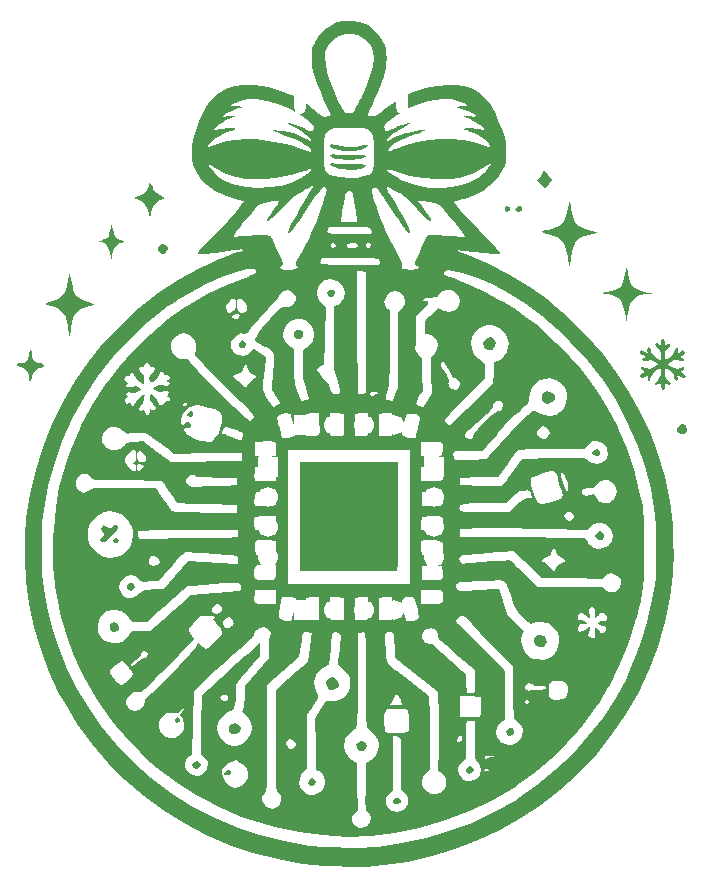
<source format=gbr>
%TF.GenerationSoftware,KiCad,Pcbnew,9.0.4*%
%TF.CreationDate,2025-12-27T15:03:28+03:00*%
%TF.ProjectId,Blinky _hristmas ball,426c696e-6b79-4202-9168-726973746d61,rev?*%
%TF.SameCoordinates,Original*%
%TF.FileFunction,Legend,Bot*%
%TF.FilePolarity,Positive*%
%FSLAX46Y46*%
G04 Gerber Fmt 4.6, Leading zero omitted, Abs format (unit mm)*
G04 Created by KiCad (PCBNEW 9.0.4) date 2025-12-27 15:03:28*
%MOMM*%
%LPD*%
G01*
G04 APERTURE LIST*
%ADD10C,0.000000*%
%ADD11R,1.700000X1.700000*%
%ADD12C,1.700000*%
%ADD13C,0.650000*%
%ADD14O,1.000000X2.100000*%
%ADD15O,1.000000X1.800000*%
G04 APERTURE END LIST*
D10*
%TO.C,G\u002A\u002A\u002A*%
G36*
X76237531Y-88146797D02*
G01*
X76302343Y-88288268D01*
X76234491Y-88463725D01*
X76128361Y-88539897D01*
X75965911Y-88499267D01*
X75921923Y-88471189D01*
X75831461Y-88326944D01*
X75876424Y-88182143D01*
X76044653Y-88098654D01*
X76069566Y-88096061D01*
X76237531Y-88146797D01*
G37*
G36*
X81433695Y-103336689D02*
G01*
X81508382Y-103483881D01*
X81471441Y-103633979D01*
X81402918Y-103690540D01*
X81218876Y-103746759D01*
X81102445Y-103684354D01*
X81056646Y-103536675D01*
X81087930Y-103373507D01*
X81199153Y-103264678D01*
X81293987Y-103255610D01*
X81433695Y-103336689D01*
G37*
G36*
X82540247Y-77381479D02*
G01*
X82615255Y-77500993D01*
X82575023Y-77686030D01*
X82531478Y-77752187D01*
X82374180Y-77832637D01*
X82160576Y-77755206D01*
X82080795Y-77664808D01*
X82127317Y-77523669D01*
X82232541Y-77407205D01*
X82397007Y-77344534D01*
X82540247Y-77381479D01*
G37*
G36*
X85786032Y-107834765D02*
G01*
X85826171Y-107906647D01*
X85798179Y-108056296D01*
X85631909Y-108165284D01*
X85448416Y-108183207D01*
X85280318Y-108131550D01*
X85208576Y-108029484D01*
X85264042Y-107871418D01*
X85421974Y-107759415D01*
X85617851Y-107739819D01*
X85786032Y-107834765D01*
G37*
G36*
X100043837Y-110110038D02*
G01*
X100169327Y-110265777D01*
X100168374Y-110466251D01*
X100078227Y-110559356D01*
X99855909Y-110604759D01*
X99670444Y-110575691D01*
X99543444Y-110466251D01*
X99536690Y-110283079D01*
X99652394Y-110120928D01*
X99855909Y-110054426D01*
X100043837Y-110110038D01*
G37*
G36*
X109383197Y-60060658D02*
G01*
X109456682Y-60164120D01*
X109415735Y-60326787D01*
X109324798Y-60431895D01*
X109162402Y-60475542D01*
X109019187Y-60403564D01*
X108957576Y-60229252D01*
X108958509Y-60203423D01*
X109034137Y-60034491D01*
X109193410Y-59979887D01*
X109383197Y-60060658D01*
G37*
G36*
X77464055Y-91925458D02*
G01*
X77623996Y-92051832D01*
X77655990Y-92236255D01*
X77540195Y-92437711D01*
X77429876Y-92533098D01*
X77299478Y-92556896D01*
X77126607Y-92456932D01*
X77022293Y-92312724D01*
X77015824Y-92122482D01*
X77106395Y-91961365D01*
X77276922Y-91893426D01*
X77464055Y-91925458D01*
G37*
G36*
X106184742Y-107439267D02*
G01*
X106297173Y-107538487D01*
X106353230Y-107729792D01*
X106246424Y-107927482D01*
X106156764Y-108002680D01*
X105961552Y-108055979D01*
X105785951Y-107941826D01*
X105724008Y-107826805D01*
X105728605Y-107635420D01*
X105830962Y-107476746D01*
X105995025Y-107396216D01*
X106184742Y-107439267D01*
G37*
G36*
X110319577Y-60007552D02*
G01*
X110422582Y-60150742D01*
X110408625Y-60355092D01*
X110356606Y-60423621D01*
X110198267Y-60482092D01*
X110147779Y-60478865D01*
X109968984Y-60401532D01*
X109885016Y-60258786D01*
X109931242Y-60101092D01*
X110008750Y-60035694D01*
X110198267Y-59974092D01*
X110319577Y-60007552D01*
G37*
G36*
X76141357Y-95275872D02*
G01*
X76245190Y-95371820D01*
X76316897Y-95577000D01*
X76293029Y-95794537D01*
X76170409Y-95950644D01*
X76014245Y-96019023D01*
X75782119Y-96008357D01*
X75593840Y-95834571D01*
X75515092Y-95644776D01*
X75538118Y-95425931D01*
X75672131Y-95269091D01*
X75884191Y-95207866D01*
X76141357Y-95275872D01*
G37*
G36*
X80306517Y-63267355D02*
G01*
X80433296Y-63428867D01*
X80436801Y-63643481D01*
X80297909Y-63868759D01*
X80123655Y-64002475D01*
X79937922Y-64014715D01*
X79745256Y-63866195D01*
X79654042Y-63711835D01*
X79649453Y-63486691D01*
X79771208Y-63300189D01*
X79998959Y-63205329D01*
X80075587Y-63201383D01*
X80306517Y-63267355D01*
G37*
G36*
X92807703Y-108450403D02*
G01*
X92937807Y-108584678D01*
X92983879Y-108768964D01*
X92909867Y-108957826D01*
X92838194Y-109019695D01*
X92659242Y-109080759D01*
X92612209Y-109077769D01*
X92431038Y-108988811D01*
X92344891Y-108817833D01*
X92367120Y-108621196D01*
X92511076Y-108455267D01*
X92629620Y-108411575D01*
X92807703Y-108450403D01*
G37*
G36*
X116929655Y-80618136D02*
G01*
X117036920Y-80782841D01*
X117010727Y-81018704D01*
X117010163Y-81020150D01*
X116892858Y-81122344D01*
X116704422Y-81143460D01*
X116518054Y-81089725D01*
X116406953Y-80967363D01*
X116403896Y-80957256D01*
X116414089Y-80746021D01*
X116552452Y-80601748D01*
X116781271Y-80564978D01*
X116929655Y-80618136D01*
G37*
G36*
X117248568Y-87606980D02*
G01*
X117363778Y-87763559D01*
X117385895Y-87957499D01*
X117280309Y-88151159D01*
X117185515Y-88217640D01*
X116965890Y-88239591D01*
X116752957Y-88119711D01*
X116655603Y-87993506D01*
X116641114Y-87811359D01*
X116789586Y-87617448D01*
X116877305Y-87556469D01*
X117074874Y-87525403D01*
X117248568Y-87606980D01*
G37*
G36*
X91645864Y-70431331D02*
G01*
X91858701Y-70573730D01*
X91935097Y-70787384D01*
X91858975Y-71028770D01*
X91853028Y-71037619D01*
X91664765Y-71194421D01*
X91437817Y-71229884D01*
X91236842Y-71133159D01*
X91148149Y-70972541D01*
X91156697Y-70757770D01*
X91259989Y-70562211D01*
X91429640Y-70435813D01*
X91637265Y-70428528D01*
X91645864Y-70431331D01*
G37*
G36*
X94410259Y-67050442D02*
G01*
X94542114Y-67104260D01*
X94591909Y-67238919D01*
X94588452Y-67378345D01*
X94518042Y-67556419D01*
X94495585Y-67581458D01*
X94307545Y-67683582D01*
X94119229Y-67653122D01*
X93981103Y-67513608D01*
X93943629Y-67288572D01*
X93974677Y-67139767D01*
X94065293Y-67060692D01*
X94267909Y-67043759D01*
X94410259Y-67050442D01*
G37*
G36*
X109634720Y-104200637D02*
G01*
X109677763Y-104227580D01*
X109750893Y-104378338D01*
X109746293Y-104577033D01*
X109660309Y-104745826D01*
X109601019Y-104790939D01*
X109423242Y-104847426D01*
X109258931Y-104804374D01*
X109127714Y-104665299D01*
X109082938Y-104482540D01*
X109135440Y-104310831D01*
X109296053Y-104204908D01*
X109457250Y-104182471D01*
X109634720Y-104200637D01*
G37*
G36*
X124307642Y-78533026D02*
G01*
X124357497Y-78602992D01*
X124406669Y-78815443D01*
X124372597Y-79037098D01*
X124261076Y-79186644D01*
X124131202Y-79242620D01*
X123893621Y-79250223D01*
X123700749Y-79152623D01*
X123583108Y-78983407D01*
X123571225Y-78776162D01*
X123695623Y-78564473D01*
X123871957Y-78460658D01*
X124110436Y-78441070D01*
X124307642Y-78533026D01*
G37*
G36*
X83021937Y-106996012D02*
G01*
X83173597Y-107127859D01*
X83243636Y-107274034D01*
X83237820Y-107382063D01*
X83128195Y-107508378D01*
X83028991Y-107585910D01*
X82880242Y-107641426D01*
X82850216Y-107637173D01*
X82704906Y-107562728D01*
X82563077Y-107441421D01*
X82499242Y-107333478D01*
X82539976Y-107195281D01*
X82688871Y-107033459D01*
X82880242Y-106964092D01*
X83021937Y-106996012D01*
G37*
G36*
X86886415Y-71395800D02*
G01*
X86914337Y-71413204D01*
X87036166Y-71573351D01*
X87076014Y-71776031D01*
X87014798Y-71940314D01*
X86995027Y-71956949D01*
X86821863Y-71999335D01*
X86621731Y-71952980D01*
X86482784Y-71835288D01*
X86480117Y-71830240D01*
X86448244Y-71665762D01*
X86548978Y-71485350D01*
X86611763Y-71413469D01*
X86733747Y-71344904D01*
X86886415Y-71395800D01*
G37*
G36*
X97108914Y-105345291D02*
G01*
X97266532Y-105508055D01*
X97300674Y-105724260D01*
X97191229Y-105945528D01*
X97164626Y-105973178D01*
X96935240Y-106102743D01*
X96700249Y-106079419D01*
X96503790Y-105905759D01*
X96426835Y-105774103D01*
X96415541Y-105644892D01*
X96507050Y-105477450D01*
X96537517Y-105433483D01*
X96692643Y-105303294D01*
X96917426Y-105286950D01*
X97108914Y-105345291D01*
G37*
G36*
X112290917Y-96359031D02*
G01*
X112351245Y-96409744D01*
X112508236Y-96648720D01*
X112534841Y-96913495D01*
X112422133Y-97150246D01*
X112211703Y-97288624D01*
X111954186Y-97312203D01*
X111709633Y-97226205D01*
X111526999Y-97048515D01*
X111455242Y-96797018D01*
X111463381Y-96695901D01*
X111573081Y-96444076D01*
X111776711Y-96288715D01*
X112030561Y-96252730D01*
X112290917Y-96359031D01*
G37*
G36*
X86376780Y-103827939D02*
G01*
X86555565Y-104012169D01*
X86617042Y-104136253D01*
X86628312Y-104280771D01*
X86535087Y-104456669D01*
X86526515Y-104469526D01*
X86354270Y-104632297D01*
X86105991Y-104678092D01*
X85854648Y-104635082D01*
X85671817Y-104475162D01*
X85610742Y-104197601D01*
X85615895Y-104128856D01*
X85716502Y-103916885D01*
X85909011Y-103789764D01*
X86145183Y-103756959D01*
X86376780Y-103827939D01*
G37*
G36*
X107791409Y-71068165D02*
G01*
X108016626Y-71163251D01*
X108164158Y-71359204D01*
X108221234Y-71608473D01*
X108175085Y-71863509D01*
X108012939Y-72076763D01*
X107882327Y-72152557D01*
X107622932Y-72183131D01*
X107382696Y-72087630D01*
X107206004Y-71889584D01*
X107137242Y-71612524D01*
X107168820Y-71487144D01*
X107314142Y-71288462D01*
X107524635Y-71130086D01*
X107741327Y-71065426D01*
X107791409Y-71068165D01*
G37*
G36*
X94474126Y-99877908D02*
G01*
X94696739Y-100009251D01*
X94873337Y-100204156D01*
X94945242Y-100408571D01*
X94903825Y-100584290D01*
X94775909Y-100783426D01*
X94613914Y-100893872D01*
X94394909Y-100952759D01*
X94215612Y-100911520D01*
X94013909Y-100783426D01*
X93903463Y-100621430D01*
X93844576Y-100402426D01*
X93850577Y-100336242D01*
X93950443Y-100107079D01*
X94131931Y-99925791D01*
X94341158Y-99852092D01*
X94474126Y-99877908D01*
G37*
G36*
X112846728Y-75680713D02*
G01*
X113063909Y-75806759D01*
X113082370Y-75825930D01*
X113217837Y-76075145D01*
X113192940Y-76332325D01*
X113010158Y-76562614D01*
X112828111Y-76683542D01*
X112612814Y-76730091D01*
X112376957Y-76648278D01*
X112344897Y-76629503D01*
X112167133Y-76430009D01*
X112104658Y-76170022D01*
X112160016Y-75907956D01*
X112335751Y-75702222D01*
X112350218Y-75693201D01*
X112580277Y-75638761D01*
X112846728Y-75680713D01*
G37*
G36*
X112483448Y-57115540D02*
G01*
X112630548Y-57309111D01*
X112666182Y-57366324D01*
X112814209Y-57556627D01*
X112941592Y-57659272D01*
X112972191Y-57675191D01*
X112990970Y-57742938D01*
X112909801Y-57869151D01*
X112714588Y-58079948D01*
X112352572Y-58448816D01*
X112021501Y-58104269D01*
X111690430Y-57759723D01*
X111953836Y-57502195D01*
X112018652Y-57435219D01*
X112160623Y-57255304D01*
X112217242Y-57127713D01*
X112244774Y-57031524D01*
X112343758Y-57018140D01*
X112483448Y-57115540D01*
G37*
G36*
X94531884Y-54778041D02*
G01*
X94890484Y-54846504D01*
X95116354Y-54890057D01*
X95735065Y-54966203D01*
X96281521Y-54955323D01*
X96810625Y-54857739D01*
X96989683Y-54817186D01*
X97247177Y-54794742D01*
X97360916Y-54838552D01*
X97329928Y-54931507D01*
X97153240Y-55056496D01*
X96829878Y-55196410D01*
X96615279Y-55253644D01*
X96238034Y-55301040D01*
X95811493Y-55310939D01*
X95371979Y-55287061D01*
X94955818Y-55233126D01*
X94599334Y-55152855D01*
X94338852Y-55049967D01*
X94210697Y-54928181D01*
X94189076Y-54856879D01*
X94206252Y-54780216D01*
X94312164Y-54754941D01*
X94531884Y-54778041D01*
G37*
G36*
X94839409Y-55624978D02*
G01*
X95011131Y-55641129D01*
X95447797Y-55667063D01*
X95938401Y-55681502D01*
X96405742Y-55681654D01*
X96702917Y-55680304D01*
X97021488Y-55690453D01*
X97236809Y-55711951D01*
X97315909Y-55742592D01*
X97290091Y-55778191D01*
X97144644Y-55860998D01*
X96913742Y-55949163D01*
X96811559Y-55976961D01*
X96448878Y-56032719D01*
X96009131Y-56057886D01*
X95541265Y-56053837D01*
X95094225Y-56021947D01*
X94716958Y-55963593D01*
X94458409Y-55880150D01*
X94283202Y-55777836D01*
X94179178Y-55672878D01*
X94237658Y-55612111D01*
X94457963Y-55595992D01*
X94839409Y-55624978D01*
G37*
G36*
X99940576Y-86206648D02*
G01*
X99940303Y-86654993D01*
X99938279Y-87493565D01*
X99934443Y-88272741D01*
X99928987Y-88976815D01*
X99922103Y-89590082D01*
X99913984Y-90096838D01*
X99904820Y-90481376D01*
X99894806Y-90727992D01*
X99884131Y-90820981D01*
X99883015Y-90821735D01*
X99779077Y-90832942D01*
X99523498Y-90843388D01*
X99132882Y-90852847D01*
X98623837Y-90861093D01*
X98012967Y-90867900D01*
X97316878Y-90873041D01*
X96552175Y-90876292D01*
X95735465Y-90877426D01*
X91643242Y-90877426D01*
X91643242Y-86263092D01*
X91643242Y-81648759D01*
X95791909Y-81648759D01*
X99940576Y-81648759D01*
X99940576Y-86206648D01*
G37*
G36*
X94659320Y-56385826D02*
G01*
X94924087Y-56412950D01*
X95318013Y-56435082D01*
X95775838Y-56448306D01*
X96243398Y-56450413D01*
X96581615Y-56448028D01*
X96916274Y-56449982D01*
X97121650Y-56460803D01*
X97220898Y-56483585D01*
X97237175Y-56521424D01*
X97193635Y-56577413D01*
X97155654Y-56609519D01*
X96955339Y-56721987D01*
X96699813Y-56817658D01*
X96615155Y-56839616D01*
X96230369Y-56895220D01*
X95798912Y-56903379D01*
X95356691Y-56869682D01*
X94939610Y-56799722D01*
X94583575Y-56699087D01*
X94324492Y-56573370D01*
X94198265Y-56428159D01*
X94192718Y-56395850D01*
X94235198Y-56352698D01*
X94380207Y-56350323D01*
X94659320Y-56385826D01*
G37*
G36*
X78969487Y-57983951D02*
G01*
X79053740Y-58145453D01*
X79154909Y-58387534D01*
X79217468Y-58542019D01*
X79338351Y-58755047D01*
X79506670Y-58908034D01*
X79777899Y-59060947D01*
X80231555Y-59290803D01*
X79883417Y-59430100D01*
X79823736Y-59455295D01*
X79448660Y-59699958D01*
X79185007Y-60057624D01*
X79020034Y-60544746D01*
X78915135Y-61032426D01*
X78814864Y-60550076D01*
X78717977Y-60180670D01*
X78559661Y-59853423D01*
X78328573Y-59620979D01*
X77994850Y-59443022D01*
X77568271Y-59265744D01*
X77952307Y-59153765D01*
X77991346Y-59141718D01*
X78380340Y-58936856D01*
X78667718Y-58623962D01*
X78822296Y-58235933D01*
X78830038Y-58197188D01*
X78881934Y-58016153D01*
X78931498Y-57943034D01*
X78969487Y-57983951D01*
G37*
G36*
X76229784Y-87104788D02*
G01*
X76249772Y-87137865D01*
X76245814Y-87227626D01*
X76165315Y-87362665D01*
X75992347Y-87566211D01*
X75710984Y-87861495D01*
X75667335Y-87906030D01*
X75361329Y-88204669D01*
X75139576Y-88384946D01*
X74980508Y-88457306D01*
X74862556Y-88432197D01*
X74764151Y-88320064D01*
X74735947Y-88264362D01*
X74744211Y-88132760D01*
X74874834Y-87961118D01*
X74878754Y-87956942D01*
X75005034Y-87806469D01*
X75020358Y-87706343D01*
X74935501Y-87590813D01*
X74847688Y-87469693D01*
X74805293Y-87252130D01*
X74925116Y-87064487D01*
X74996959Y-87018305D01*
X75118019Y-87023105D01*
X75298569Y-87135742D01*
X75351929Y-87175012D01*
X75497352Y-87263803D01*
X75605026Y-87254388D01*
X75752883Y-87149047D01*
X75955695Y-87014665D01*
X76101151Y-86999631D01*
X76229784Y-87104788D01*
G37*
G36*
X75785336Y-61920655D02*
G01*
X75884097Y-62299048D01*
X76019674Y-62564857D01*
X76220718Y-62743260D01*
X76519254Y-62875940D01*
X76846932Y-62989190D01*
X76514183Y-63088884D01*
X76414617Y-63122004D01*
X76074443Y-63316064D01*
X75859782Y-63610809D01*
X75753768Y-64027047D01*
X75731147Y-64195714D01*
X75697560Y-64377497D01*
X75672135Y-64435874D01*
X75652706Y-64384643D01*
X75608363Y-64205338D01*
X75555475Y-63947621D01*
X75541866Y-63880576D01*
X75407294Y-63492277D01*
X75186927Y-63226969D01*
X74855907Y-63052859D01*
X74694717Y-62989593D01*
X74657937Y-62943119D01*
X74752242Y-62896756D01*
X74759686Y-62894123D01*
X75077355Y-62775555D01*
X75273170Y-62681239D01*
X75386711Y-62587195D01*
X75457558Y-62469445D01*
X75491951Y-62375829D01*
X75558129Y-62117506D01*
X75611053Y-61819001D01*
X75672268Y-61371092D01*
X75785336Y-61920655D01*
G37*
G36*
X68879989Y-72179280D02*
G01*
X68930409Y-72344411D01*
X68951279Y-72594627D01*
X68957389Y-72690480D01*
X69059272Y-72985677D01*
X69261717Y-73190249D01*
X69532358Y-73266759D01*
X69718251Y-73292485D01*
X69916374Y-73376073D01*
X69992325Y-73437070D01*
X70002464Y-73503207D01*
X69869056Y-73581153D01*
X69696756Y-73651446D01*
X69440949Y-73727065D01*
X69374513Y-73748960D01*
X69167971Y-73910280D01*
X69013391Y-74161316D01*
X68952576Y-74440963D01*
X68945910Y-74540279D01*
X68901371Y-74741015D01*
X68850080Y-74827774D01*
X68777621Y-74823559D01*
X68721265Y-74692316D01*
X68698576Y-74458513D01*
X68696440Y-74388173D01*
X68603145Y-74045193D01*
X68368326Y-73789916D01*
X67987153Y-73616628D01*
X67961440Y-73608997D01*
X67742360Y-73531665D01*
X67660967Y-73463517D01*
X67690846Y-73383794D01*
X67708496Y-73366703D01*
X67875454Y-73295602D01*
X68111475Y-73266759D01*
X68177434Y-73264389D01*
X68463449Y-73174121D01*
X68638917Y-72957340D01*
X68698576Y-72619845D01*
X68713791Y-72392576D01*
X68752692Y-72208251D01*
X68814653Y-72127703D01*
X68879989Y-72179280D01*
G37*
G36*
X72174216Y-65701185D02*
G01*
X72203624Y-65858426D01*
X72241672Y-66082340D01*
X72321186Y-66524357D01*
X72388511Y-66844299D01*
X72452001Y-67074481D01*
X72520011Y-67247214D01*
X72600898Y-67394812D01*
X72834168Y-67660751D01*
X73229592Y-67906981D01*
X73778576Y-68106932D01*
X73925172Y-68150157D01*
X74146921Y-68232207D01*
X74205876Y-68298316D01*
X74104412Y-68360013D01*
X73844903Y-68428827D01*
X73533651Y-68511252D01*
X73098029Y-68695068D01*
X72770074Y-68952491D01*
X72530961Y-69306673D01*
X72361871Y-69780764D01*
X72243981Y-70397913D01*
X72136234Y-71159188D01*
X71996585Y-70329140D01*
X71959153Y-70112140D01*
X71893838Y-69756988D01*
X71836960Y-69475245D01*
X71797705Y-69313807D01*
X71672341Y-69097314D01*
X71408977Y-68849343D01*
X71059369Y-68632806D01*
X70666699Y-68479551D01*
X70555242Y-68448533D01*
X70243739Y-68357689D01*
X70081924Y-68294132D01*
X70058968Y-68244501D01*
X70164045Y-68195436D01*
X70386326Y-68133574D01*
X70688141Y-68044856D01*
X71136473Y-67852402D01*
X71472337Y-67597810D01*
X71718140Y-67254670D01*
X71896291Y-66796568D01*
X72029196Y-66197092D01*
X72077476Y-65923433D01*
X72119594Y-65717280D01*
X72149023Y-65648667D01*
X72174216Y-65701185D01*
G37*
G36*
X119397506Y-65688461D02*
G01*
X119456787Y-66025898D01*
X119571112Y-66445730D01*
X119733203Y-66745077D01*
X119970076Y-66953955D01*
X120308747Y-67102381D01*
X120776230Y-67220373D01*
X120831052Y-67231879D01*
X121123711Y-67296108D01*
X121335833Y-67347323D01*
X121424687Y-67375315D01*
X121376994Y-67393126D01*
X121201350Y-67422115D01*
X120937642Y-67453761D01*
X120904952Y-67457280D01*
X120434381Y-67540932D01*
X120072704Y-67688093D01*
X119802395Y-67919660D01*
X119605933Y-68256529D01*
X119465793Y-68719596D01*
X119364452Y-69329759D01*
X119299887Y-69837759D01*
X119231320Y-69499092D01*
X119201917Y-69351869D01*
X119136825Y-69018761D01*
X119071730Y-68678737D01*
X119024681Y-68482158D01*
X118918801Y-68182682D01*
X118801796Y-67969600D01*
X118693896Y-67856920D01*
X118384409Y-67644547D01*
X118020181Y-67488243D01*
X117678242Y-67425322D01*
X117595062Y-67422864D01*
X117370423Y-67391115D01*
X117309436Y-67336466D01*
X117412090Y-67275298D01*
X117678374Y-67223994D01*
X117885427Y-67191571D01*
X118323645Y-67064294D01*
X118673458Y-66879044D01*
X118895036Y-66654467D01*
X118912615Y-66620853D01*
X118988675Y-66412634D01*
X119074431Y-66106170D01*
X119154473Y-65754894D01*
X119297785Y-65047028D01*
X119397506Y-65688461D01*
G37*
G36*
X114484135Y-59670362D02*
G01*
X114545070Y-59897996D01*
X114618465Y-60228092D01*
X114668260Y-60460946D01*
X114792319Y-60937718D01*
X114938851Y-61289222D01*
X115136548Y-61546260D01*
X115414106Y-61739639D01*
X115800217Y-61900164D01*
X116323576Y-62058638D01*
X116453874Y-62095838D01*
X116706659Y-62174713D01*
X116852542Y-62230787D01*
X116863128Y-62253789D01*
X116855925Y-62254242D01*
X116696743Y-62278236D01*
X116430993Y-62329781D01*
X116112175Y-62398564D01*
X115676060Y-62524482D01*
X115311808Y-62709292D01*
X115037550Y-62968492D01*
X114835525Y-63325550D01*
X114687973Y-63803938D01*
X114577134Y-64427125D01*
X114552329Y-64597568D01*
X114506415Y-64876571D01*
X114469745Y-65052479D01*
X114448580Y-65092875D01*
X114439299Y-65050987D01*
X114405618Y-64865222D01*
X114356960Y-64575645D01*
X114300433Y-64223951D01*
X114274166Y-64069986D01*
X114192528Y-63684833D01*
X114100881Y-63349979D01*
X114014534Y-63124312D01*
X113927234Y-62988193D01*
X113611669Y-62704090D01*
X113153858Y-62478785D01*
X112568049Y-62320197D01*
X112322166Y-62267386D01*
X112123937Y-62211323D01*
X112047909Y-62170473D01*
X112057401Y-62160007D01*
X112182032Y-62111549D01*
X112420867Y-62045122D01*
X112735259Y-61971892D01*
X113165917Y-61857841D01*
X113575541Y-61670681D01*
X113872436Y-61406592D01*
X114086990Y-61036679D01*
X114249592Y-60532049D01*
X114265197Y-60469230D01*
X114344370Y-60117799D01*
X114402006Y-59808012D01*
X114426543Y-59600715D01*
X114442344Y-59567034D01*
X114484135Y-59670362D01*
G37*
G36*
X122474119Y-71256924D02*
G01*
X122530774Y-71467592D01*
X122572668Y-71679086D01*
X122651985Y-71733768D01*
X122783642Y-71641159D01*
X122861897Y-71587483D01*
X122978518Y-71632835D01*
X123003667Y-71671109D01*
X122973726Y-71786836D01*
X122809185Y-71960097D01*
X122784970Y-71981917D01*
X122632047Y-72151199D01*
X122562823Y-72335810D01*
X122546576Y-72612018D01*
X122546576Y-73029953D01*
X122905580Y-72817939D01*
X122966771Y-72780430D01*
X123208325Y-72578522D01*
X123315403Y-72357451D01*
X123365017Y-72170016D01*
X123456533Y-71977014D01*
X123548280Y-71906585D01*
X123618951Y-71970170D01*
X123647242Y-72179214D01*
X123647243Y-72183793D01*
X123654610Y-72358781D01*
X123698868Y-72388344D01*
X123813422Y-72295946D01*
X123890584Y-72239897D01*
X124064249Y-72194370D01*
X124193249Y-72250938D01*
X124224250Y-72396543D01*
X124151611Y-72521524D01*
X123985159Y-72650793D01*
X123774242Y-72758748D01*
X123964742Y-72810961D01*
X124083784Y-72869442D01*
X124155242Y-72980300D01*
X124150448Y-73007831D01*
X124048158Y-73078300D01*
X123849872Y-73082731D01*
X123604909Y-73017766D01*
X123493323Y-73005824D01*
X123280451Y-73048863D01*
X123053944Y-73138083D01*
X122873941Y-73248314D01*
X122800576Y-73354391D01*
X122815969Y-73401386D01*
X122940963Y-73522761D01*
X123140987Y-73639934D01*
X123354570Y-73720612D01*
X123520242Y-73732497D01*
X123832752Y-73652514D01*
X124031929Y-73621115D01*
X124129418Y-73642580D01*
X124155242Y-73716137D01*
X124119224Y-73806894D01*
X123977355Y-73904474D01*
X123956074Y-73911331D01*
X123866612Y-73954879D01*
X123897431Y-74013158D01*
X124062022Y-74120601D01*
X124096874Y-74142579D01*
X124258758Y-74270319D01*
X124324576Y-74368838D01*
X124322192Y-74395010D01*
X124235355Y-74491458D01*
X124063490Y-74501452D01*
X123861234Y-74419068D01*
X123789643Y-74373088D01*
X123637181Y-74295367D01*
X123585611Y-74330559D01*
X123610156Y-74485189D01*
X123622259Y-74628057D01*
X123573684Y-74741560D01*
X123529330Y-74749876D01*
X123427990Y-74670458D01*
X123343755Y-74502601D01*
X123308576Y-74299576D01*
X123266562Y-74206915D01*
X123123878Y-74046608D01*
X122929230Y-73877790D01*
X122734290Y-73744328D01*
X122590724Y-73690092D01*
X122576533Y-73711203D01*
X122555039Y-73853645D01*
X122546576Y-74086093D01*
X122546596Y-74099608D01*
X122566154Y-74362217D01*
X122646191Y-74540402D01*
X122821742Y-74714129D01*
X122968201Y-74849296D01*
X123033906Y-74963125D01*
X122991076Y-75054729D01*
X122897291Y-75118293D01*
X122783642Y-75061692D01*
X122662729Y-74971928D01*
X122575018Y-75007041D01*
X122546576Y-75199981D01*
X122531045Y-75378221D01*
X122488367Y-75498078D01*
X122379406Y-75539969D01*
X122279975Y-75445233D01*
X122223711Y-75228739D01*
X122218372Y-75176606D01*
X122185477Y-75007927D01*
X122111336Y-74973680D01*
X121953481Y-75044988D01*
X121932759Y-75055637D01*
X121785595Y-75089902D01*
X121738008Y-75018431D01*
X121790705Y-74870048D01*
X121944391Y-74673579D01*
X122061001Y-74541559D01*
X122177604Y-74320082D01*
X122207909Y-74039551D01*
X122207909Y-73677405D01*
X121854295Y-73874249D01*
X121716049Y-73958901D01*
X121510652Y-74156285D01*
X121380162Y-74435159D01*
X121364399Y-74480210D01*
X121260789Y-74683253D01*
X121163356Y-74758786D01*
X121098566Y-74700608D01*
X121092881Y-74502511D01*
X121120853Y-74271372D01*
X120857561Y-74407525D01*
X120829926Y-74421318D01*
X120635718Y-74491551D01*
X120512089Y-74492889D01*
X120431055Y-74373816D01*
X120479721Y-74223660D01*
X120647537Y-74095304D01*
X120865164Y-73996146D01*
X120677693Y-73854737D01*
X120653787Y-73836120D01*
X120532653Y-73696596D01*
X120553689Y-73609626D01*
X120695739Y-73591256D01*
X120937651Y-73657534D01*
X121058062Y-73703920D01*
X121232875Y-73744777D01*
X121390325Y-73711694D01*
X121611318Y-73597458D01*
X121716996Y-73535575D01*
X121886876Y-73421871D01*
X121953909Y-73354090D01*
X121951883Y-73346535D01*
X121866897Y-73264734D01*
X121695572Y-73150665D01*
X121562591Y-73083911D01*
X121330148Y-73034888D01*
X121018239Y-73055689D01*
X120776347Y-73074920D01*
X120619473Y-73043801D01*
X120617207Y-72956220D01*
X120773259Y-72815808D01*
X120783685Y-72808495D01*
X120885090Y-72724750D01*
X120858903Y-72670301D01*
X120688592Y-72603745D01*
X120603038Y-72566145D01*
X120460439Y-72439063D01*
X120437746Y-72302089D01*
X120550069Y-72199335D01*
X120550278Y-72199255D01*
X120700741Y-72209818D01*
X120893591Y-72299578D01*
X120909143Y-72309764D01*
X121052933Y-72396262D01*
X121092567Y-72374603D01*
X121062904Y-72230581D01*
X121052008Y-72175754D01*
X121065298Y-72011001D01*
X121143398Y-71947331D01*
X121255308Y-72018858D01*
X121323479Y-72145761D01*
X121393501Y-72356540D01*
X121430633Y-72437741D01*
X121579705Y-72619852D01*
X121787847Y-72807263D01*
X122000698Y-72953667D01*
X122163893Y-73012759D01*
X122176978Y-72995496D01*
X122199145Y-72859490D01*
X122207909Y-72632412D01*
X122195113Y-72411106D01*
X122122390Y-72209731D01*
X121953909Y-72025750D01*
X121904820Y-71979879D01*
X121758707Y-71810920D01*
X121699909Y-71686430D01*
X121756212Y-71594822D01*
X121883117Y-71580481D01*
X121996242Y-71658092D01*
X122092376Y-71742071D01*
X122174888Y-71676021D01*
X122223711Y-71467592D01*
X122272419Y-71271167D01*
X122377242Y-71192426D01*
X122474119Y-71256924D01*
G37*
G36*
X98966030Y-47484457D02*
G01*
X98956960Y-47925583D01*
X98921487Y-48298645D01*
X98848086Y-48649123D01*
X98725222Y-49052092D01*
X98685984Y-49168907D01*
X98481868Y-49743327D01*
X98266920Y-50283501D01*
X98016110Y-50849482D01*
X97704407Y-51501325D01*
X97596222Y-51728560D01*
X97471217Y-52013766D01*
X97396642Y-52215064D01*
X97385843Y-52299032D01*
X97484452Y-52334704D01*
X97673291Y-52385717D01*
X97689740Y-52389333D01*
X97806057Y-52393041D01*
X97945686Y-52348847D01*
X98135579Y-52241938D01*
X98402686Y-52057500D01*
X98773958Y-51780718D01*
X99188485Y-51477086D01*
X100203537Y-50830399D01*
X101202527Y-50338863D01*
X102203098Y-49995904D01*
X103222892Y-49794950D01*
X104279551Y-49729426D01*
X104829795Y-49746526D01*
X105607961Y-49851100D01*
X106273082Y-50061684D01*
X106844941Y-50390825D01*
X107343321Y-50851068D01*
X107788004Y-51454961D01*
X108198774Y-52215051D01*
X108330495Y-52494865D01*
X108609723Y-53117703D01*
X108817101Y-53640747D01*
X108962283Y-54097353D01*
X109054924Y-54520875D01*
X109098995Y-54896281D01*
X109104676Y-54944670D01*
X109121195Y-55402092D01*
X109121402Y-55436008D01*
X109121039Y-55513470D01*
X109119514Y-55839171D01*
X109102142Y-56129027D01*
X109064434Y-56333426D01*
X109059930Y-56357842D01*
X108983523Y-56577886D01*
X108863566Y-56841426D01*
X108500562Y-57458518D01*
X107983754Y-58047008D01*
X107324193Y-58564092D01*
X107102309Y-58698875D01*
X106603877Y-58950550D01*
X106042458Y-59186100D01*
X105485240Y-59378460D01*
X104999409Y-59500566D01*
X104940044Y-59512175D01*
X104756035Y-59561013D01*
X104681909Y-59603179D01*
X104685053Y-59616355D01*
X104767165Y-59742595D01*
X104949308Y-59968773D01*
X105216342Y-60277957D01*
X105553126Y-60653214D01*
X105944518Y-61077611D01*
X106375377Y-61534214D01*
X106830562Y-62006092D01*
X107039618Y-62221006D01*
X107336498Y-62530470D01*
X107559315Y-62762731D01*
X107963791Y-63197726D01*
X108259009Y-63532943D01*
X108450934Y-63775336D01*
X108545528Y-63931860D01*
X108548756Y-64009467D01*
X108493542Y-64034050D01*
X108274408Y-64052221D01*
X107914967Y-64037974D01*
X107431655Y-63992212D01*
X106840909Y-63915835D01*
X106702663Y-63896333D01*
X106171102Y-63826731D01*
X105711820Y-63775044D01*
X105343855Y-63742700D01*
X105086245Y-63731129D01*
X104958028Y-63741759D01*
X104978242Y-63776020D01*
X105004589Y-63787689D01*
X105183390Y-63861901D01*
X105475785Y-63979847D01*
X105847760Y-64127882D01*
X106265298Y-64292359D01*
X107658147Y-64891207D01*
X109399040Y-65788449D01*
X111113773Y-66837910D01*
X112785757Y-68030081D01*
X112916177Y-68132579D01*
X113342067Y-68491268D01*
X113842432Y-68939713D01*
X114391924Y-69452881D01*
X114965197Y-70005739D01*
X115536902Y-70573256D01*
X116081691Y-71130399D01*
X116574217Y-71652134D01*
X116989133Y-72113430D01*
X117301089Y-72489255D01*
X118418305Y-74010520D01*
X119504104Y-75694016D01*
X120441455Y-77395529D01*
X121240807Y-79134181D01*
X121912606Y-80929092D01*
X122502821Y-82948875D01*
X122926525Y-84982360D01*
X123181007Y-87020888D01*
X123256603Y-88832321D01*
X123266268Y-89063903D01*
X123182306Y-91110852D01*
X122929122Y-93161180D01*
X122506716Y-95214334D01*
X121915088Y-97269759D01*
X121189431Y-99224588D01*
X120308133Y-101129236D01*
X119278509Y-102956828D01*
X118096964Y-104713735D01*
X116759902Y-106406332D01*
X116559777Y-106638231D01*
X115183078Y-108087548D01*
X113680070Y-109436611D01*
X112064471Y-110678289D01*
X110350003Y-111805451D01*
X108550384Y-112810965D01*
X106679335Y-113687700D01*
X104750577Y-114428526D01*
X102777828Y-115026312D01*
X100774810Y-115473926D01*
X98755242Y-115764238D01*
X98492949Y-115791699D01*
X98112989Y-115832628D01*
X97803004Y-115867369D01*
X97612242Y-115890485D01*
X97540612Y-115898434D01*
X97212431Y-115915828D01*
X96755353Y-115921998D01*
X96199790Y-115918018D01*
X95576157Y-115904963D01*
X94914865Y-115883905D01*
X94246328Y-115855919D01*
X93600958Y-115822077D01*
X93009169Y-115783455D01*
X92501373Y-115741125D01*
X92107983Y-115696162D01*
X91907434Y-115667233D01*
X89756557Y-115269487D01*
X87667654Y-114722942D01*
X85647643Y-114032214D01*
X83703440Y-113201916D01*
X81841963Y-112236662D01*
X80070130Y-111141068D01*
X78394857Y-109919747D01*
X76823062Y-108577313D01*
X75361662Y-107118381D01*
X74017575Y-105547565D01*
X72797716Y-103869479D01*
X71709005Y-102088737D01*
X71259884Y-101246278D01*
X70423059Y-99435965D01*
X69718970Y-97559051D01*
X69152311Y-95635432D01*
X68727777Y-93684999D01*
X68450062Y-91727647D01*
X68323863Y-89783269D01*
X68335928Y-89014759D01*
X69761719Y-89014759D01*
X69765903Y-89760962D01*
X69782300Y-90479073D01*
X69815113Y-91114986D01*
X69868540Y-91714673D01*
X69946776Y-92324105D01*
X70054017Y-92989254D01*
X70194458Y-93756092D01*
X70219202Y-93883959D01*
X70644689Y-95649876D01*
X71222588Y-97421581D01*
X71940572Y-99171678D01*
X72786315Y-100872770D01*
X73747489Y-102497460D01*
X74811768Y-104018352D01*
X76080573Y-105563001D01*
X77522581Y-107065620D01*
X79066314Y-108434001D01*
X80709025Y-109666571D01*
X82447965Y-110761761D01*
X84280386Y-111718000D01*
X86203539Y-112533717D01*
X88214676Y-113207340D01*
X90311049Y-113737300D01*
X92489909Y-114122026D01*
X92788348Y-114157320D01*
X93353615Y-114203913D01*
X94023678Y-114241878D01*
X94759842Y-114270385D01*
X95523413Y-114288601D01*
X96275699Y-114295698D01*
X96978006Y-114290845D01*
X97591641Y-114273210D01*
X98077909Y-114241965D01*
X98268630Y-114223400D01*
X100292128Y-113938789D01*
X102304661Y-113498684D01*
X104284317Y-112910394D01*
X106209186Y-112181228D01*
X108057358Y-111318493D01*
X109806923Y-110329500D01*
X110040954Y-110182593D01*
X111698793Y-109033882D01*
X113262741Y-107757802D01*
X114721703Y-106366570D01*
X116064583Y-104872400D01*
X117280285Y-103287509D01*
X118357711Y-101624112D01*
X119285767Y-99894426D01*
X119493369Y-99456822D01*
X120118532Y-98014409D01*
X120635100Y-96595738D01*
X121057076Y-95154634D01*
X121398459Y-93644922D01*
X121673252Y-92020426D01*
X121673486Y-92018810D01*
X121744630Y-91372227D01*
X121793316Y-90598554D01*
X121819821Y-89738387D01*
X121824421Y-88832321D01*
X121807392Y-87920951D01*
X121769011Y-87044873D01*
X121709554Y-86244683D01*
X121629296Y-85560975D01*
X121339076Y-83968297D01*
X120829426Y-82006350D01*
X120161486Y-80086595D01*
X119340708Y-78221163D01*
X118372544Y-76422182D01*
X117262445Y-74701781D01*
X116015865Y-73072091D01*
X116011625Y-73066991D01*
X115601344Y-72596700D01*
X115099435Y-72057208D01*
X114539356Y-71481629D01*
X113954570Y-70903073D01*
X113378537Y-70354654D01*
X112844718Y-69869482D01*
X112386576Y-69480670D01*
X112089423Y-69244944D01*
X110768075Y-68280206D01*
X109419863Y-67426025D01*
X108066476Y-66694356D01*
X106729607Y-66097158D01*
X105430946Y-65646387D01*
X105019266Y-65533891D01*
X104521035Y-65432323D01*
X104163564Y-65411806D01*
X103942152Y-65472243D01*
X103852100Y-65613536D01*
X103848585Y-65637180D01*
X103843606Y-65702241D01*
X103865488Y-65757492D01*
X103936224Y-65814357D01*
X104077807Y-65884260D01*
X104312231Y-65978625D01*
X104661490Y-66108875D01*
X105147576Y-66286436D01*
X106046584Y-66644471D01*
X107280913Y-67221636D01*
X108531299Y-67896353D01*
X108711981Y-68006938D01*
X109753169Y-68644188D01*
X110901952Y-69440710D01*
X111589648Y-69976514D01*
X112582482Y-70832766D01*
X113322187Y-71536420D01*
X113578211Y-71779966D01*
X114539486Y-72780465D01*
X115428956Y-73796613D01*
X116209273Y-74790759D01*
X116634790Y-75389903D01*
X117109778Y-76145426D01*
X117651103Y-77006465D01*
X118545090Y-78710451D01*
X118765535Y-79222520D01*
X119305182Y-80476058D01*
X119460308Y-80930719D01*
X119919813Y-82277483D01*
X120377415Y-84088921D01*
X120384837Y-84125117D01*
X120446850Y-84427556D01*
X120555797Y-84989502D01*
X120640760Y-85490433D01*
X120704576Y-85963249D01*
X120725622Y-86184144D01*
X120750080Y-86440849D01*
X120764056Y-86680666D01*
X120780110Y-86956134D01*
X120797500Y-87542003D01*
X120801866Y-87938682D01*
X120805088Y-88231356D01*
X120805710Y-89057092D01*
X120804344Y-89425847D01*
X120797323Y-90021808D01*
X120794451Y-90265636D01*
X120772108Y-90985569D01*
X120733234Y-91621115D01*
X120700841Y-91940575D01*
X120673751Y-92207743D01*
X120589578Y-92780921D01*
X120476636Y-93376119D01*
X120330845Y-94028805D01*
X120148127Y-94774448D01*
X120128944Y-94847612D01*
X120033332Y-95212266D01*
X119491569Y-96914989D01*
X119432229Y-97101489D01*
X118679190Y-98926557D01*
X117781131Y-100679358D01*
X117755534Y-100720673D01*
X117007865Y-101927452D01*
X116744969Y-102351780D01*
X115577620Y-103935711D01*
X115147723Y-104430746D01*
X114286000Y-105423039D01*
X113088718Y-106597921D01*
X112877025Y-106805653D01*
X111775639Y-107726092D01*
X111357613Y-108075440D01*
X110298412Y-108825230D01*
X109734678Y-109224288D01*
X108015138Y-110244087D01*
X107796482Y-110350759D01*
X106205909Y-111126723D01*
X105752639Y-111320660D01*
X103761604Y-112064019D01*
X101751500Y-112640127D01*
X99726467Y-113048799D01*
X97690645Y-113289845D01*
X95648172Y-113363080D01*
X93603190Y-113268315D01*
X91559836Y-113005362D01*
X89522252Y-112574035D01*
X87494576Y-111974146D01*
X86457545Y-111598063D01*
X84590303Y-110787622D01*
X83645383Y-110283919D01*
X88441094Y-110283919D01*
X88491399Y-110471504D01*
X88649551Y-110678013D01*
X88707880Y-110738468D01*
X89017003Y-110947598D01*
X89341378Y-110989026D01*
X89676853Y-110862006D01*
X89954647Y-110612710D01*
X90073472Y-110309999D01*
X90030638Y-109957826D01*
X90026900Y-109946796D01*
X89910617Y-109716859D01*
X89765178Y-109553636D01*
X89761698Y-109551188D01*
X89723625Y-109519927D01*
X89691825Y-109475242D01*
X89665780Y-109402959D01*
X89644970Y-109288904D01*
X89628875Y-109118904D01*
X89616976Y-108878785D01*
X89615974Y-108839248D01*
X91574895Y-108839248D01*
X91663620Y-109199098D01*
X91870660Y-109505223D01*
X92192710Y-109720854D01*
X92477235Y-109813624D01*
X92807258Y-109821253D01*
X93156956Y-109697986D01*
X93320278Y-109598857D01*
X93589963Y-109307917D01*
X93732303Y-108946446D01*
X93736175Y-108553682D01*
X93590454Y-108168866D01*
X93572319Y-108140337D01*
X93400046Y-107934280D01*
X93221823Y-107800934D01*
X93022015Y-107709895D01*
X92965065Y-105699139D01*
X95379516Y-105699139D01*
X95480188Y-106147247D01*
X95716191Y-106546392D01*
X96075115Y-106859202D01*
X96450421Y-107091092D01*
X96484920Y-109080759D01*
X96519418Y-111070426D01*
X96273717Y-111358728D01*
X96138766Y-111535981D01*
X96065971Y-111725179D01*
X96076438Y-111951394D01*
X96160743Y-112200790D01*
X96344105Y-112446259D01*
X96600864Y-112596260D01*
X96930292Y-112616382D01*
X97290148Y-112471147D01*
X97422407Y-112368847D01*
X97593917Y-112101137D01*
X97633013Y-111788828D01*
X97539006Y-111473673D01*
X97311205Y-111197426D01*
X97271338Y-111158613D01*
X97232544Y-111091145D01*
X97205361Y-110982905D01*
X97188728Y-110812480D01*
X97181588Y-110558456D01*
X97182434Y-110323453D01*
X98924576Y-110323453D01*
X98955683Y-110589314D01*
X99121596Y-110915094D01*
X99433511Y-111155576D01*
X99479072Y-111178210D01*
X99847601Y-111282153D01*
X100183077Y-111221525D01*
X100499376Y-110994226D01*
X100658632Y-110815823D01*
X100761175Y-110610117D01*
X100787242Y-110350759D01*
X100768940Y-110124207D01*
X100682156Y-109919772D01*
X100490909Y-109698826D01*
X100194576Y-109402492D01*
X100194576Y-107258884D01*
X100193288Y-106779094D01*
X100188406Y-106227534D01*
X100180403Y-105747538D01*
X100169831Y-105363547D01*
X100157241Y-105100004D01*
X100143184Y-104981350D01*
X100043839Y-104887897D01*
X99803479Y-104847426D01*
X99515165Y-104847426D01*
X99518458Y-105651759D01*
X99524455Y-107116707D01*
X99533745Y-109385989D01*
X99229161Y-109690574D01*
X99061648Y-109876996D01*
X98953122Y-110082307D01*
X98924576Y-110323453D01*
X97182434Y-110323453D01*
X97182880Y-110199420D01*
X97191547Y-109713960D01*
X97206529Y-109080660D01*
X97256072Y-107090895D01*
X97628374Y-106859104D01*
X97725056Y-106792557D01*
X98038985Y-106468837D01*
X98250602Y-106070331D01*
X98328190Y-105651759D01*
X98320347Y-105535524D01*
X98211852Y-105153937D01*
X98003350Y-104780046D01*
X97730124Y-104482813D01*
X97663813Y-104429528D01*
X97467373Y-104271194D01*
X97337076Y-104165478D01*
X97317404Y-104129095D01*
X97294709Y-104013576D01*
X97276034Y-103810927D01*
X97261071Y-103509405D01*
X97251793Y-103178487D01*
X98775640Y-103178487D01*
X98787198Y-103623956D01*
X98795180Y-103797556D01*
X98818395Y-104127623D01*
X98846730Y-104375756D01*
X98875763Y-104498275D01*
X98915871Y-104524503D01*
X99097420Y-104562740D01*
X99380214Y-104586425D01*
X99720181Y-104595708D01*
X100073247Y-104590740D01*
X100395339Y-104571670D01*
X100642384Y-104538648D01*
X100770309Y-104491826D01*
X100780330Y-104479204D01*
X100829139Y-104320021D01*
X100860534Y-104049601D01*
X100874702Y-103714573D01*
X100871833Y-103361570D01*
X100852115Y-103037222D01*
X100815739Y-102788160D01*
X100762892Y-102661016D01*
X100704105Y-102636511D01*
X100495533Y-102599149D01*
X100185741Y-102570368D01*
X99817326Y-102554946D01*
X99745088Y-102553634D01*
X99328486Y-102553923D01*
X99048965Y-102589857D01*
X98880800Y-102688133D01*
X98798266Y-102875444D01*
X98775640Y-103178487D01*
X97251793Y-103178487D01*
X97249516Y-103097270D01*
X97241062Y-102562778D01*
X97238360Y-102243592D01*
X99269964Y-102243592D01*
X99328244Y-102250246D01*
X99516472Y-102250183D01*
X99782526Y-102239995D01*
X100259477Y-102214898D01*
X100181315Y-101858995D01*
X100169618Y-101809442D01*
X100055019Y-101519338D01*
X99899463Y-101359186D01*
X99720680Y-101348632D01*
X99643036Y-101431877D01*
X99601909Y-101612527D01*
X99551114Y-101816901D01*
X99418131Y-102026468D01*
X99407064Y-102038357D01*
X99295882Y-102175258D01*
X99269964Y-102243592D01*
X97238360Y-102243592D01*
X97235403Y-101894189D01*
X97232231Y-101079761D01*
X97231242Y-100107751D01*
X97229803Y-99165946D01*
X97224676Y-98243436D01*
X97215868Y-97482296D01*
X97203413Y-96884112D01*
X97194795Y-96651514D01*
X98863138Y-96651514D01*
X98865040Y-97022629D01*
X98881545Y-97427864D01*
X98910860Y-97829652D01*
X98951194Y-98190423D01*
X99000755Y-98472609D01*
X99057749Y-98638641D01*
X99068606Y-98654494D01*
X99207819Y-98805110D01*
X99434451Y-99009187D01*
X99705140Y-99227297D01*
X99844109Y-99334144D01*
X100157087Y-99578030D01*
X100543812Y-99882082D01*
X100968062Y-100217780D01*
X101393612Y-100556607D01*
X102550314Y-101480808D01*
X102598373Y-102214898D01*
X102606473Y-102338617D01*
X102617768Y-102572653D01*
X102629477Y-103003225D01*
X102637379Y-103542540D01*
X102638439Y-103714573D01*
X102641161Y-104156244D01*
X102640507Y-104809982D01*
X102635104Y-105469399D01*
X102607576Y-107742372D01*
X102385610Y-107924732D01*
X102338016Y-107965845D01*
X102087246Y-108290130D01*
X101978524Y-108653338D01*
X102009782Y-109019780D01*
X102178946Y-109353768D01*
X102483948Y-109619616D01*
X102769441Y-109734201D01*
X103151543Y-109749969D01*
X103511085Y-109630356D01*
X103807998Y-109390512D01*
X104002213Y-109045586D01*
X104036989Y-108825230D01*
X103982409Y-108476667D01*
X103824823Y-108155686D01*
X103588840Y-107928779D01*
X103361499Y-107794485D01*
X103363634Y-107688728D01*
X105054759Y-107688728D01*
X105129616Y-108054102D01*
X105353577Y-108397361D01*
X105492973Y-108530069D01*
X105691835Y-108631076D01*
X105964712Y-108654425D01*
X106373844Y-108596132D01*
X106695277Y-108418230D01*
X106894207Y-108126347D01*
X106964592Y-107726092D01*
X107221909Y-107726092D01*
X107274461Y-107781776D01*
X107433576Y-107810759D01*
X107572786Y-107789738D01*
X107645242Y-107726092D01*
X107592691Y-107670408D01*
X107433576Y-107641426D01*
X107294365Y-107662446D01*
X107221909Y-107726092D01*
X106964592Y-107726092D01*
X106958025Y-107631000D01*
X106895393Y-107382854D01*
X106788082Y-107139024D01*
X106662691Y-106953288D01*
X106545820Y-106879426D01*
X106526465Y-106852615D01*
X106497950Y-106677042D01*
X106493355Y-106603772D01*
X107274753Y-106603772D01*
X107274826Y-106727216D01*
X107283324Y-106739967D01*
X107386687Y-106788861D01*
X107560576Y-106710092D01*
X107567848Y-106705653D01*
X107744920Y-106647188D01*
X107983909Y-106616824D01*
X108075601Y-106612070D01*
X108141019Y-106597921D01*
X108059455Y-106572210D01*
X107820498Y-106529364D01*
X107585370Y-106497481D01*
X107389270Y-106500271D01*
X107296918Y-106556386D01*
X107274753Y-106603772D01*
X106493355Y-106603772D01*
X106477084Y-106344302D01*
X106464270Y-105862073D01*
X106459909Y-105238035D01*
X106459909Y-103596645D01*
X106227076Y-103563582D01*
X106047946Y-103539124D01*
X105914097Y-103537588D01*
X105819580Y-103579994D01*
X105757565Y-103687239D01*
X105721220Y-103880222D01*
X105703716Y-104179839D01*
X105698223Y-104606987D01*
X105698013Y-104991051D01*
X105697909Y-105182563D01*
X105697909Y-106775284D01*
X105488004Y-106912819D01*
X105339830Y-107029945D01*
X105125873Y-107335817D01*
X105054759Y-107688728D01*
X103363634Y-107688728D01*
X103397152Y-106028167D01*
X103404154Y-105529687D01*
X103404964Y-105273150D01*
X104895054Y-105273150D01*
X105025482Y-105345069D01*
X105253409Y-105299352D01*
X105273034Y-105288390D01*
X105341663Y-105167421D01*
X105358332Y-104991051D01*
X105324588Y-104831942D01*
X105241980Y-104762759D01*
X105119874Y-104823940D01*
X104989829Y-104973174D01*
X104899998Y-105144818D01*
X104895054Y-105273150D01*
X103404964Y-105273150D01*
X103406476Y-104794438D01*
X103401357Y-104033001D01*
X103389310Y-103310516D01*
X103370850Y-102692122D01*
X103322016Y-101454835D01*
X105189909Y-101454835D01*
X105189909Y-102346797D01*
X105189909Y-103238759D01*
X106031388Y-103238759D01*
X106872867Y-103238759D01*
X106926028Y-102878926D01*
X106943703Y-102710622D01*
X106958146Y-102363005D01*
X106952382Y-102011092D01*
X106925576Y-101503092D01*
X106057742Y-101478964D01*
X105189909Y-101454835D01*
X103322016Y-101454835D01*
X103308895Y-101122394D01*
X102069236Y-100131755D01*
X101730898Y-99861527D01*
X101289005Y-99508980D01*
X100875038Y-99179112D01*
X100523764Y-98899624D01*
X100269951Y-98698216D01*
X99710327Y-98255317D01*
X99649340Y-97264967D01*
X99623795Y-96892907D01*
X99594271Y-96543045D01*
X99566363Y-96285377D01*
X99560761Y-96253926D01*
X101997002Y-96253926D01*
X102004414Y-96541745D01*
X102125655Y-96800159D01*
X102343584Y-96986497D01*
X102641064Y-97058092D01*
X102832368Y-97082941D01*
X102948087Y-97145743D01*
X102996098Y-97194289D01*
X103152976Y-97339220D01*
X103396052Y-97558835D01*
X103702337Y-97832809D01*
X104048841Y-98140818D01*
X104412575Y-98462538D01*
X104770550Y-98777644D01*
X105099776Y-99065813D01*
X105377265Y-99306720D01*
X105580028Y-99480041D01*
X105685074Y-99565451D01*
X105692599Y-99594088D01*
X105706604Y-99757141D01*
X105718877Y-100030426D01*
X105727408Y-100375480D01*
X105740242Y-101164426D01*
X106039602Y-101189622D01*
X106072885Y-101192026D01*
X106281773Y-101188277D01*
X106399435Y-101154344D01*
X106418914Y-101086382D01*
X106440111Y-100876733D01*
X106454565Y-100564758D01*
X106459909Y-100188261D01*
X106459909Y-99282653D01*
X105549742Y-98485784D01*
X105537369Y-98474953D01*
X105134246Y-98124011D01*
X104707885Y-97755945D01*
X104308351Y-97413812D01*
X103985712Y-97140670D01*
X103801289Y-96984070D01*
X103560145Y-96764455D01*
X103417020Y-96600919D01*
X103348094Y-96463792D01*
X103329545Y-96323404D01*
X103322530Y-96236389D01*
X103211240Y-95976464D01*
X102998047Y-95798445D01*
X102726285Y-95717873D01*
X102439289Y-95750292D01*
X102180394Y-95911244D01*
X102120558Y-95979369D01*
X101997002Y-96253926D01*
X99560761Y-96253926D01*
X99543740Y-96158355D01*
X99504439Y-96109970D01*
X99341128Y-96052545D01*
X99127352Y-96053200D01*
X98937457Y-96117006D01*
X98910312Y-96161921D01*
X98877631Y-96352088D01*
X98863138Y-96651514D01*
X97194795Y-96651514D01*
X97187346Y-96450470D01*
X97167700Y-96182953D01*
X97144510Y-96083149D01*
X97012510Y-96061536D01*
X96805843Y-96084879D01*
X96553909Y-96140213D01*
X96553402Y-99498986D01*
X96552290Y-100345246D01*
X96552254Y-100372692D01*
X96547804Y-101302450D01*
X96539535Y-102082447D01*
X96526944Y-102723464D01*
X96509533Y-103236283D01*
X96486799Y-103631685D01*
X96458244Y-103920452D01*
X96423366Y-104113366D01*
X96381664Y-104221208D01*
X96332640Y-104254759D01*
X96221214Y-104291780D01*
X96021999Y-104432112D01*
X95803465Y-104637750D01*
X95609243Y-104866513D01*
X95482964Y-105076217D01*
X95426588Y-105239441D01*
X95379516Y-105699139D01*
X92965065Y-105699139D01*
X92961092Y-105558850D01*
X92900169Y-103407805D01*
X93365433Y-102630921D01*
X93830697Y-101854038D01*
X94338799Y-101874775D01*
X94690869Y-101862192D01*
X95141439Y-101732611D01*
X95503775Y-101462503D01*
X95792331Y-101043601D01*
X95812647Y-100998631D01*
X95877334Y-100707317D01*
X95889122Y-100345246D01*
X95849745Y-99986393D01*
X95760937Y-99704730D01*
X95658742Y-99549981D01*
X95474877Y-99336679D01*
X95265415Y-99133160D01*
X95073505Y-98980746D01*
X94942296Y-98920759D01*
X94919110Y-98912653D01*
X94874458Y-98783772D01*
X94871118Y-98496503D01*
X94909150Y-98048919D01*
X94988615Y-97439092D01*
X94993735Y-97403736D01*
X95055698Y-96965932D01*
X95092294Y-96662564D01*
X95103348Y-96462716D01*
X95088687Y-96335473D01*
X95048138Y-96249920D01*
X94981528Y-96175140D01*
X94921431Y-96128307D01*
X94727619Y-96055747D01*
X94528798Y-96048954D01*
X94401694Y-96115782D01*
X94400518Y-96117967D01*
X94375488Y-96235786D01*
X94375477Y-96235869D01*
X94341849Y-96485098D01*
X94303859Y-96830756D01*
X94265776Y-97237615D01*
X94230585Y-97645857D01*
X94189991Y-98086964D01*
X94152447Y-98402369D01*
X94110510Y-98617035D01*
X94056737Y-98755925D01*
X93983685Y-98844003D01*
X93883911Y-98906231D01*
X93749971Y-98967573D01*
X93439327Y-99158000D01*
X93119850Y-99523288D01*
X92915876Y-100007344D01*
X92867416Y-100268610D01*
X92900331Y-100728669D01*
X93096510Y-101182187D01*
X93139267Y-101252965D01*
X93194114Y-101363873D01*
X93207990Y-101471917D01*
X93170730Y-101606128D01*
X93072169Y-101795539D01*
X92902143Y-102069179D01*
X92650487Y-102456082D01*
X92235909Y-103091152D01*
X92235909Y-105375270D01*
X92235909Y-105422163D01*
X92235909Y-107659388D01*
X92022551Y-107827216D01*
X91765602Y-108105442D01*
X91607787Y-108462440D01*
X91574895Y-108839248D01*
X89615974Y-108839248D01*
X89608755Y-108554374D01*
X89603691Y-108131499D01*
X89601265Y-107595984D01*
X89600958Y-106933657D01*
X89602251Y-106130345D01*
X89603675Y-105555143D01*
X90479046Y-105555143D01*
X90587997Y-105782170D01*
X90744300Y-105911773D01*
X90929109Y-105925618D01*
X91135242Y-105778759D01*
X91266880Y-105608567D01*
X91283040Y-105422163D01*
X91138654Y-105231513D01*
X91042952Y-105165308D01*
X90816482Y-105122537D01*
X90613337Y-105206692D01*
X90491497Y-105402460D01*
X90479046Y-105555143D01*
X89603675Y-105555143D01*
X89604624Y-105171874D01*
X89615843Y-100910426D01*
X90015709Y-100549889D01*
X90054698Y-100514882D01*
X90292971Y-100303866D01*
X90614064Y-100022575D01*
X90980761Y-99703518D01*
X91355848Y-99379205D01*
X92296121Y-98569057D01*
X92482159Y-97389401D01*
X92505011Y-97241266D01*
X92563338Y-96826148D01*
X92603653Y-96480147D01*
X92622491Y-96235869D01*
X92616390Y-96125918D01*
X92536666Y-96082417D01*
X92356444Y-96051206D01*
X92145422Y-96043428D01*
X91969477Y-96060939D01*
X91894486Y-96105592D01*
X91882683Y-96201869D01*
X91882471Y-96203602D01*
X91850194Y-96435717D01*
X91802718Y-96765621D01*
X91745079Y-97157842D01*
X91598429Y-98146593D01*
X90223836Y-99347488D01*
X88849242Y-100548384D01*
X88849242Y-104999614D01*
X88849234Y-105314799D01*
X88848935Y-106247828D01*
X88847818Y-107029837D01*
X88845361Y-107674875D01*
X88842578Y-108011097D01*
X88841040Y-108196991D01*
X88834332Y-108610236D01*
X88824713Y-108928657D01*
X88811659Y-109166305D01*
X88794648Y-109337228D01*
X88773155Y-109455476D01*
X88746658Y-109535098D01*
X88714633Y-109590143D01*
X88676556Y-109634661D01*
X88673578Y-109637868D01*
X88539194Y-109854415D01*
X88455698Y-110115328D01*
X88441094Y-110283919D01*
X83645383Y-110283919D01*
X82811327Y-109839314D01*
X81127092Y-108759670D01*
X79544072Y-107555226D01*
X79028197Y-107092716D01*
X81924427Y-107092716D01*
X81926125Y-107449995D01*
X82077808Y-107786007D01*
X82377951Y-108069302D01*
X82609062Y-108181212D01*
X82964899Y-108223631D01*
X83301918Y-108133114D01*
X83585503Y-107928760D01*
X83589299Y-107922954D01*
X85049624Y-107922954D01*
X85089122Y-108321267D01*
X85255505Y-108689747D01*
X85524087Y-108984711D01*
X85870185Y-109162476D01*
X85924156Y-109177578D01*
X86119780Y-109228896D01*
X86250178Y-109235292D01*
X86388610Y-109188674D01*
X86608334Y-109080952D01*
X86681357Y-109041107D01*
X86925239Y-108860270D01*
X87095168Y-108665789D01*
X87205167Y-108401889D01*
X87234181Y-108011097D01*
X87128324Y-107636427D01*
X86901718Y-107319783D01*
X86568486Y-107103069D01*
X86495607Y-107070649D01*
X86297261Y-106944228D01*
X86198086Y-106819360D01*
X86181727Y-106763972D01*
X86146545Y-106733862D01*
X86096675Y-106858259D01*
X86021234Y-106984365D01*
X85827188Y-107048759D01*
X85628914Y-107108391D01*
X85396029Y-107278548D01*
X85194834Y-107511278D01*
X85076594Y-107758133D01*
X85049624Y-107922954D01*
X83589299Y-107922954D01*
X83781038Y-107629668D01*
X83853909Y-107254938D01*
X83838586Y-107085449D01*
X83747563Y-106873730D01*
X83545530Y-106638780D01*
X83237151Y-106330400D01*
X83298059Y-103837659D01*
X83353251Y-101578882D01*
X84887457Y-101578882D01*
X84948686Y-101749995D01*
X85021293Y-101812466D01*
X85210740Y-101876567D01*
X85399685Y-101860278D01*
X85514727Y-101762038D01*
X85550206Y-101560104D01*
X85466502Y-101394347D01*
X85258977Y-101333759D01*
X85155905Y-101342980D01*
X84966100Y-101430372D01*
X84887457Y-101578882D01*
X83353251Y-101578882D01*
X83358968Y-101344917D01*
X83923939Y-100825670D01*
X84189950Y-100582824D01*
X84556013Y-100251378D01*
X84954293Y-99892872D01*
X85335576Y-99551720D01*
X85418037Y-99478099D01*
X85823341Y-99114021D01*
X86289360Y-98692652D01*
X86764768Y-98260496D01*
X87198242Y-97864055D01*
X88214242Y-96931092D01*
X88239403Y-97508112D01*
X88264564Y-98085131D01*
X87683692Y-98735778D01*
X87571313Y-98862602D01*
X87247016Y-99236420D01*
X86925977Y-99615824D01*
X86663698Y-99935534D01*
X86224576Y-100484642D01*
X86224576Y-101314086D01*
X86218298Y-101560104D01*
X86212284Y-101795814D01*
X86163811Y-102211499D01*
X86072226Y-102497224D01*
X85930862Y-102672566D01*
X85733052Y-102757097D01*
X85527411Y-102830396D01*
X85211488Y-103048400D01*
X84932554Y-103354984D01*
X84738297Y-103704719D01*
X84647582Y-104137481D01*
X84696203Y-104563510D01*
X84865505Y-104949802D01*
X85132361Y-105274918D01*
X85473642Y-105517421D01*
X85866221Y-105655872D01*
X86286968Y-105668835D01*
X86712756Y-105534870D01*
X86771588Y-105503569D01*
X87176106Y-105192320D01*
X87441843Y-104788949D01*
X87560952Y-104304834D01*
X87568895Y-104091578D01*
X87513639Y-103737081D01*
X87346748Y-103418453D01*
X87046418Y-103083952D01*
X86753145Y-102802144D01*
X86869860Y-102414329D01*
X86876423Y-102391437D01*
X86932169Y-102099886D01*
X86971611Y-101722767D01*
X86986576Y-101335638D01*
X86986576Y-100644762D01*
X88007388Y-99426519D01*
X89028201Y-98208277D01*
X89012697Y-97527351D01*
X89012044Y-97491814D01*
X89021332Y-97109738D01*
X89055152Y-96749076D01*
X89106849Y-96483601D01*
X89127293Y-96414544D01*
X89172656Y-96201869D01*
X89148048Y-96052783D01*
X89045576Y-95890934D01*
X88834379Y-95707508D01*
X88535538Y-95620003D01*
X88225994Y-95662586D01*
X87960691Y-95837943D01*
X87937958Y-95863374D01*
X87814405Y-96043514D01*
X87803487Y-96059433D01*
X87748576Y-96223789D01*
X87748827Y-96244828D01*
X87747458Y-96293835D01*
X87732005Y-96344272D01*
X87688420Y-96410036D01*
X87602656Y-96505026D01*
X87460665Y-96643137D01*
X87248402Y-96838269D01*
X86951817Y-97104318D01*
X86556865Y-97455182D01*
X86049497Y-97904759D01*
X85576995Y-98325199D01*
X85048066Y-98798991D01*
X84522211Y-99272793D01*
X84040793Y-99709331D01*
X83645178Y-100071330D01*
X82626242Y-101010235D01*
X82566063Y-103669663D01*
X82562847Y-103811766D01*
X82505883Y-106329092D01*
X82301764Y-106498426D01*
X82074241Y-106745619D01*
X81924427Y-107092716D01*
X79028197Y-107092716D01*
X78068742Y-106232512D01*
X76707575Y-104798064D01*
X76082334Y-104022061D01*
X79686122Y-104022061D01*
X79789711Y-104380691D01*
X80036938Y-104713747D01*
X80285806Y-104890302D01*
X80651307Y-104983259D01*
X80700511Y-104987108D01*
X81055304Y-104972291D01*
X81330032Y-104853066D01*
X81588809Y-104603458D01*
X81694767Y-104466343D01*
X81852189Y-104139868D01*
X81854009Y-103811766D01*
X81704084Y-103443225D01*
X81487849Y-103056339D01*
X81670031Y-102809923D01*
X81681417Y-102794312D01*
X81789932Y-102596476D01*
X81779226Y-102503401D01*
X81673299Y-102530949D01*
X81496150Y-102694986D01*
X81336790Y-102856757D01*
X81188868Y-102917181D01*
X80986674Y-102894188D01*
X80789129Y-102867603D01*
X80403219Y-102915975D01*
X80084717Y-103084815D01*
X79848870Y-103344915D01*
X79710923Y-103667067D01*
X79686122Y-104022061D01*
X76082334Y-104022061D01*
X75467047Y-103258413D01*
X74524587Y-101871642D01*
X76911242Y-101871642D01*
X76945135Y-102093154D01*
X77101262Y-102397655D01*
X77346855Y-102610108D01*
X77667805Y-102719437D01*
X77982113Y-102683695D01*
X78272422Y-102483272D01*
X78446922Y-102256120D01*
X78519909Y-101965729D01*
X78520327Y-101940926D01*
X78548302Y-101790735D01*
X78637042Y-101633477D01*
X78810196Y-101436033D01*
X79091409Y-101165281D01*
X79666437Y-100624402D01*
X80290160Y-100021654D01*
X80881915Y-99433600D01*
X81426000Y-98876611D01*
X81906712Y-98367059D01*
X82308348Y-97921316D01*
X82615205Y-97555752D01*
X82811581Y-97286738D01*
X83015734Y-96963339D01*
X83310768Y-97222382D01*
X83401177Y-97298283D01*
X83582762Y-97429508D01*
X83695754Y-97481426D01*
X83710873Y-97478223D01*
X83837136Y-97396429D01*
X84036849Y-97227969D01*
X84277522Y-97004726D01*
X84526667Y-96758579D01*
X84751796Y-96521410D01*
X84920420Y-96325100D01*
X85000050Y-96201529D01*
X85004785Y-96043514D01*
X84917675Y-95779512D01*
X84749443Y-95496403D01*
X84533142Y-95254412D01*
X85139398Y-95254412D01*
X85195630Y-95497158D01*
X85243640Y-95575698D01*
X85427278Y-95691712D01*
X85657528Y-95678708D01*
X85885909Y-95534092D01*
X85953840Y-95462694D01*
X86039998Y-95318530D01*
X86007962Y-95173848D01*
X85970293Y-95124175D01*
X104861141Y-95124175D01*
X104970102Y-95318530D01*
X104978058Y-95332721D01*
X105253409Y-95570166D01*
X105258666Y-95573997D01*
X105428327Y-95716617D01*
X105693882Y-95962090D01*
X106035682Y-96291239D01*
X106434078Y-96684889D01*
X106869421Y-97123864D01*
X107322063Y-97588989D01*
X108954463Y-99282653D01*
X108988550Y-99318019D01*
X108996887Y-101398840D01*
X108997774Y-101628242D01*
X108999172Y-102223497D01*
X108998626Y-102363005D01*
X108997400Y-102676283D01*
X108990910Y-103006833D01*
X108978154Y-103235378D01*
X108957584Y-103382151D01*
X108927652Y-103467384D01*
X108886811Y-103511310D01*
X108833511Y-103534161D01*
X108744191Y-103587280D01*
X108575625Y-103770374D01*
X108411530Y-104022376D01*
X108287196Y-104285860D01*
X108237909Y-104503402D01*
X108243503Y-104586573D01*
X108343993Y-104912756D01*
X108537635Y-105225422D01*
X108781466Y-105449771D01*
X108827914Y-105476700D01*
X109217203Y-105606757D01*
X109604947Y-105591005D01*
X109960303Y-105447486D01*
X110252426Y-105194242D01*
X110450470Y-104849314D01*
X110523593Y-104430746D01*
X110515482Y-104246182D01*
X110466531Y-104070722D01*
X110346822Y-103899385D01*
X110126742Y-103675846D01*
X109729574Y-103295292D01*
X109707241Y-102002547D01*
X110720581Y-102002547D01*
X110758500Y-102070028D01*
X110862576Y-102138092D01*
X110967551Y-102071465D01*
X111017342Y-101927452D01*
X110978944Y-101797260D01*
X110955549Y-101778421D01*
X110830721Y-101771509D01*
X110730886Y-101863311D01*
X110720581Y-102002547D01*
X109707241Y-102002547D01*
X109692189Y-101131250D01*
X109684930Y-100711100D01*
X110706258Y-100711100D01*
X110781285Y-100914493D01*
X110876469Y-100990153D01*
X111071646Y-101035665D01*
X111237062Y-100973926D01*
X111267815Y-100964729D01*
X112725242Y-100964729D01*
X112726284Y-101197909D01*
X112737139Y-101445549D01*
X112769222Y-101588413D01*
X112833870Y-101665761D01*
X112942421Y-101716854D01*
X113165369Y-101775691D01*
X113515163Y-101798228D01*
X113843401Y-101753530D01*
X114081441Y-101645877D01*
X114146504Y-101582934D01*
X114255677Y-101375341D01*
X114313630Y-101049360D01*
X114320327Y-100974674D01*
X114325253Y-100720673D01*
X114277357Y-100550921D01*
X114160959Y-100398576D01*
X114020939Y-100278943D01*
X113827829Y-100209434D01*
X113535984Y-100191915D01*
X113404385Y-100192490D01*
X113075660Y-100205702D01*
X112874971Y-100259421D01*
X112770730Y-100383759D01*
X112731350Y-100608825D01*
X112729561Y-100713063D01*
X112725242Y-100964729D01*
X111267815Y-100964729D01*
X111341204Y-100942781D01*
X111567359Y-100919375D01*
X111863221Y-100910426D01*
X112072132Y-100907883D01*
X112295945Y-100888928D01*
X112410999Y-100843494D01*
X112454499Y-100762259D01*
X112458953Y-100713063D01*
X112416576Y-100650238D01*
X112276747Y-100621168D01*
X112003681Y-100614092D01*
X111982590Y-100614005D01*
X111576135Y-100573766D01*
X111275777Y-100467639D01*
X111226992Y-100439897D01*
X111033425Y-100370655D01*
X110881713Y-100413213D01*
X110776983Y-100507948D01*
X110706258Y-100711100D01*
X109684930Y-100711100D01*
X109654803Y-98967207D01*
X107899028Y-97144816D01*
X107790403Y-97032006D01*
X107337125Y-96559920D01*
X106913644Y-96116802D01*
X106537549Y-95721198D01*
X106226430Y-95391653D01*
X105997876Y-95146714D01*
X105869477Y-95004926D01*
X105758989Y-94890875D01*
X105483323Y-94715951D01*
X105217265Y-94690853D01*
X104984290Y-94820473D01*
X104897429Y-94929966D01*
X104861141Y-95124175D01*
X85970293Y-95124175D01*
X85854552Y-94971551D01*
X85812518Y-94922971D01*
X85688258Y-94803390D01*
X85583459Y-94796133D01*
X85426668Y-94887096D01*
X85228375Y-95051763D01*
X85139398Y-95254412D01*
X84533142Y-95254412D01*
X84526035Y-95246461D01*
X84337873Y-95052574D01*
X84283903Y-94914002D01*
X84361909Y-94814426D01*
X84440821Y-94744588D01*
X84399045Y-94687605D01*
X84204564Y-94655294D01*
X83849631Y-94645092D01*
X83252999Y-94645092D01*
X82706140Y-95207980D01*
X82591336Y-95326891D01*
X82362762Y-95581233D01*
X82244336Y-95771545D01*
X82227864Y-95937203D01*
X82305149Y-96117583D01*
X82467995Y-96352061D01*
X82665705Y-96619697D01*
X81641146Y-97706728D01*
X81419524Y-97939163D01*
X81359176Y-98002455D01*
X80886536Y-98488462D01*
X80368567Y-99012287D01*
X79850826Y-99527961D01*
X79742617Y-99633785D01*
X79378869Y-99989514D01*
X79102357Y-100256315D01*
X78749890Y-100592974D01*
X78486816Y-100835333D01*
X78293494Y-100997969D01*
X78150283Y-101095462D01*
X78037540Y-101142388D01*
X77935624Y-101153324D01*
X77824894Y-101142849D01*
X77769660Y-101136138D01*
X77574973Y-101139345D01*
X77411228Y-101217494D01*
X77209940Y-101399128D01*
X77113958Y-101504370D01*
X76968509Y-101712339D01*
X76911242Y-101871642D01*
X74524587Y-101871642D01*
X74353632Y-101620093D01*
X73373803Y-99889637D01*
X73116116Y-99332368D01*
X75520365Y-99332368D01*
X75554351Y-99527524D01*
X75711983Y-99787495D01*
X76001601Y-100127259D01*
X76193111Y-100320221D01*
X76368334Y-100471483D01*
X76471272Y-100529426D01*
X76585149Y-100485676D01*
X76784968Y-100350013D01*
X77017802Y-100159198D01*
X77240825Y-99951024D01*
X77411212Y-99763288D01*
X77486135Y-99633785D01*
X77484113Y-99581698D01*
X77404915Y-99390458D01*
X77244323Y-99172641D01*
X77177168Y-99097040D01*
X76987399Y-98870127D01*
X76935320Y-98800970D01*
X77334576Y-98800970D01*
X77349314Y-98885307D01*
X77423407Y-98906642D01*
X77576907Y-98819462D01*
X77828567Y-98616774D01*
X77970281Y-98504251D01*
X78215876Y-98341982D01*
X78408829Y-98252582D01*
X78483454Y-98228904D01*
X78686063Y-98102350D01*
X78756058Y-97939163D01*
X78676082Y-97770646D01*
X78592277Y-97711181D01*
X78407455Y-97681710D01*
X78248678Y-97751567D01*
X78181242Y-97903253D01*
X78144671Y-97996473D01*
X77993818Y-98172615D01*
X77757909Y-98370426D01*
X77564637Y-98525598D01*
X77398483Y-98690965D01*
X77334576Y-98800970D01*
X76935320Y-98800970D01*
X76850193Y-98687926D01*
X76733006Y-98562059D01*
X76591826Y-98497426D01*
X76495130Y-98530208D01*
X76296120Y-98646582D01*
X76054153Y-98814651D01*
X75815440Y-99000041D01*
X75626193Y-99168379D01*
X75532623Y-99285291D01*
X75520365Y-99332368D01*
X73116116Y-99332368D01*
X72534037Y-98073578D01*
X71840807Y-96178450D01*
X71662723Y-95569253D01*
X74523844Y-95569253D01*
X74580787Y-96018779D01*
X74767514Y-96421797D01*
X75076579Y-96739365D01*
X75127569Y-96773177D01*
X75431582Y-96896671D01*
X75849307Y-96952129D01*
X76125781Y-96952820D01*
X76551736Y-96869619D01*
X76886127Y-96664588D01*
X77158166Y-96323702D01*
X77376909Y-95962778D01*
X78156750Y-95960102D01*
X78936591Y-95957426D01*
X80026180Y-95004926D01*
X80219599Y-94835636D01*
X80655255Y-94453091D01*
X80958896Y-94185441D01*
X84202601Y-94185441D01*
X84281110Y-94395752D01*
X84369105Y-94471928D01*
X84587247Y-94506374D01*
X84751049Y-94431817D01*
X89887463Y-94431817D01*
X89894212Y-94754283D01*
X89969693Y-94922711D01*
X90015437Y-94951426D01*
X90217310Y-95024650D01*
X90479104Y-95078656D01*
X90728262Y-95100396D01*
X90867205Y-95069202D01*
X90948940Y-94972934D01*
X90992362Y-94864952D01*
X91063798Y-94611549D01*
X91137205Y-94286251D01*
X91181722Y-94052426D01*
X92108909Y-94052426D01*
X92108909Y-94983759D01*
X92670266Y-95008563D01*
X93231622Y-95033367D01*
X93269057Y-94778310D01*
X93273736Y-94737526D01*
X93283608Y-94498627D01*
X93281814Y-94165617D01*
X93268393Y-93797384D01*
X93230294Y-93071515D01*
X92669602Y-93096303D01*
X92108909Y-93121092D01*
X92108909Y-93350983D01*
X92108909Y-94052426D01*
X91181722Y-94052426D01*
X91203839Y-93936258D01*
X91254951Y-93608768D01*
X91281795Y-93350983D01*
X91275624Y-93210100D01*
X91270852Y-93199128D01*
X91186423Y-93127372D01*
X91000311Y-93089691D01*
X90679249Y-93078759D01*
X90133274Y-93078759D01*
X90035578Y-93523259D01*
X89949414Y-93956018D01*
X89942543Y-94008792D01*
X89887463Y-94431817D01*
X84751049Y-94431817D01*
X84851070Y-94386291D01*
X85003737Y-94218093D01*
X85016458Y-94008792D01*
X84864123Y-93793189D01*
X84757641Y-93707537D01*
X84635353Y-93683142D01*
X84461957Y-93761730D01*
X84440144Y-93774597D01*
X84261005Y-93959483D01*
X84202601Y-94185441D01*
X80958896Y-94185441D01*
X81086570Y-94072900D01*
X81472422Y-93731346D01*
X81771693Y-93464712D01*
X81884278Y-93363835D01*
X87774521Y-93363835D01*
X87796024Y-93527225D01*
X87823146Y-93573771D01*
X87904685Y-93623654D01*
X88062586Y-93653376D01*
X88327806Y-93667709D01*
X88731301Y-93671426D01*
X89611242Y-93671426D01*
X89611242Y-93078759D01*
X89611242Y-93070894D01*
X94177623Y-93070894D01*
X94201599Y-94027326D01*
X94213414Y-94498627D01*
X94225576Y-94983759D01*
X94755839Y-95008994D01*
X95055447Y-95013258D01*
X95249651Y-94985090D01*
X95251264Y-94983759D01*
X96257576Y-94983759D01*
X96769051Y-95008506D01*
X97003861Y-95013200D01*
X97229936Y-95001316D01*
X97340551Y-94973229D01*
X97360493Y-94900714D01*
X97381236Y-94687179D01*
X97395359Y-94371842D01*
X97399747Y-94052426D01*
X98289576Y-94052426D01*
X98289576Y-94983759D01*
X98861076Y-95008794D01*
X99432576Y-95033829D01*
X99432576Y-94052426D01*
X99432576Y-93462567D01*
X100289637Y-93462567D01*
X100317276Y-93726592D01*
X100370925Y-94051592D01*
X100371097Y-94052426D01*
X100440937Y-94391798D01*
X100517669Y-94701441D01*
X100591475Y-94934752D01*
X100652710Y-95045962D01*
X100708693Y-95071949D01*
X100934178Y-95097342D01*
X101213211Y-95068271D01*
X101472704Y-94996119D01*
X101639572Y-94892269D01*
X101676672Y-94823907D01*
X101692106Y-94677674D01*
X101664958Y-94438638D01*
X101593253Y-94071795D01*
X101591734Y-94064693D01*
X101499072Y-93645283D01*
X101419636Y-93364537D01*
X101331883Y-93195838D01*
X101214264Y-93112569D01*
X101045236Y-93088113D01*
X100803251Y-93095854D01*
X100582151Y-93110867D01*
X100406485Y-93144283D01*
X100324099Y-93211561D01*
X100291683Y-93332759D01*
X100289637Y-93462567D01*
X99432576Y-93462567D01*
X99432576Y-93071022D01*
X98861076Y-93096057D01*
X98289576Y-93121092D01*
X98289576Y-93992113D01*
X98289576Y-94052426D01*
X97399747Y-94052426D01*
X97400576Y-93992113D01*
X97400576Y-93071022D01*
X96829076Y-93096057D01*
X96257576Y-93121092D01*
X96257576Y-94052426D01*
X96257576Y-94331867D01*
X96257576Y-94983759D01*
X95251264Y-94983759D01*
X95330587Y-94918301D01*
X95341584Y-94856652D01*
X95353473Y-94644451D01*
X95356797Y-94331867D01*
X95350658Y-93961732D01*
X95326242Y-93121092D01*
X94751933Y-93095993D01*
X94177623Y-93070894D01*
X89611242Y-93070894D01*
X89611242Y-92486092D01*
X101887909Y-92486092D01*
X101887909Y-93078759D01*
X101887909Y-93671426D01*
X102767851Y-93671426D01*
X103141314Y-93669322D01*
X103437167Y-93651622D01*
X103617325Y-93601020D01*
X103710483Y-93500213D01*
X103745335Y-93331894D01*
X103750576Y-93078759D01*
X103747088Y-92853529D01*
X103717738Y-92675104D01*
X103633834Y-92566454D01*
X103466681Y-92510271D01*
X103187585Y-92489253D01*
X102767851Y-92486092D01*
X101887909Y-92486092D01*
X89611242Y-92486092D01*
X88731998Y-92486092D01*
X87852754Y-92486092D01*
X87796722Y-92934558D01*
X87780353Y-93104655D01*
X87774521Y-93363835D01*
X81884278Y-93363835D01*
X82427618Y-92876998D01*
X84417427Y-92730380D01*
X84764035Y-92704276D01*
X85303316Y-92661291D01*
X85774523Y-92620827D01*
X86152444Y-92585185D01*
X86411865Y-92556669D01*
X86527573Y-92537584D01*
X86621060Y-92426510D01*
X86646649Y-92234434D01*
X86641267Y-92208725D01*
X104858628Y-92208725D01*
X104870376Y-92234434D01*
X104963136Y-92437418D01*
X104991170Y-92471877D01*
X105053210Y-92517178D01*
X105154289Y-92544617D01*
X105320370Y-92555202D01*
X105577413Y-92549944D01*
X105951381Y-92529851D01*
X106468236Y-92495933D01*
X106767535Y-92476096D01*
X107243030Y-92446482D01*
X107659578Y-92422808D01*
X107980527Y-92407111D01*
X108169225Y-92401426D01*
X108477008Y-92401426D01*
X108703590Y-93078759D01*
X108823540Y-93437333D01*
X109170071Y-94473241D01*
X109373337Y-94677674D01*
X109886882Y-95194167D01*
X110603692Y-95915092D01*
X110460320Y-96312572D01*
X110452548Y-96334253D01*
X110373277Y-96605866D01*
X110365665Y-96832890D01*
X110425355Y-97115372D01*
X110604432Y-97564966D01*
X110877549Y-97947340D01*
X111210171Y-98205709D01*
X111407886Y-98283264D01*
X111784210Y-98360107D01*
X112175381Y-98378863D01*
X112497914Y-98331384D01*
X112516966Y-98325091D01*
X112881229Y-98136977D01*
X113208455Y-97855657D01*
X113432994Y-97536909D01*
X113508535Y-97312132D01*
X113563922Y-96914989D01*
X113556011Y-96500978D01*
X113481856Y-96153437D01*
X113475663Y-96137584D01*
X113291731Y-95830414D01*
X113015225Y-95533722D01*
X112708280Y-95314867D01*
X112467729Y-95237605D01*
X112103873Y-95200146D01*
X111714244Y-95218107D01*
X111370850Y-95292683D01*
X111299757Y-95316615D01*
X111185880Y-95338599D01*
X111078141Y-95312727D01*
X110945554Y-95220552D01*
X110757133Y-95043630D01*
X110522002Y-94804337D01*
X115175332Y-94804337D01*
X115196721Y-94960501D01*
X115286409Y-95026564D01*
X115307513Y-95027788D01*
X115478416Y-95057962D01*
X115711910Y-95115809D01*
X115875549Y-95176122D01*
X115973403Y-95265211D01*
X115911046Y-95335944D01*
X115690504Y-95364759D01*
X115643458Y-95365196D01*
X115367912Y-95401482D01*
X115222813Y-95509176D01*
X115180576Y-95706778D01*
X115211441Y-95880978D01*
X115336101Y-96000841D01*
X115534095Y-95987795D01*
X115781310Y-95836630D01*
X115862799Y-95770585D01*
X116062277Y-95642906D01*
X116165801Y-95641257D01*
X116166269Y-95766926D01*
X116154556Y-95808807D01*
X116075220Y-96130207D01*
X116057150Y-96329609D01*
X116102503Y-96440309D01*
X116213432Y-96495601D01*
X116218171Y-96496869D01*
X116405732Y-96540727D01*
X116505712Y-96530632D01*
X116591914Y-96459554D01*
X116612159Y-96428376D01*
X116647356Y-96249356D01*
X116639985Y-95992248D01*
X116633871Y-95936093D01*
X116622771Y-95734922D01*
X116654123Y-95658004D01*
X116738845Y-95669713D01*
X116872032Y-95774688D01*
X117002477Y-95960458D01*
X117081406Y-96094211D01*
X117180349Y-96150386D01*
X117337352Y-96098364D01*
X117480295Y-95993504D01*
X117550582Y-95851592D01*
X117551542Y-95772530D01*
X117556407Y-95641161D01*
X117555360Y-95634106D01*
X117467649Y-95571454D01*
X117281241Y-95507533D01*
X117266993Y-95503830D01*
X117052541Y-95430614D01*
X116916950Y-95354605D01*
X116889850Y-95313939D01*
X116927900Y-95217891D01*
X117082189Y-95143031D01*
X117315430Y-95112055D01*
X117471543Y-95082657D01*
X117636368Y-94940569D01*
X117673138Y-94847612D01*
X117646412Y-94720508D01*
X117499983Y-94559569D01*
X117467280Y-94529784D01*
X117309570Y-94401031D01*
X117216053Y-94348759D01*
X117196307Y-94355701D01*
X117080278Y-94444471D01*
X116916242Y-94602759D01*
X116858305Y-94661597D01*
X116704652Y-94801019D01*
X116615437Y-94856759D01*
X116602099Y-94842600D01*
X116595798Y-94714689D01*
X116623893Y-94496926D01*
X116626013Y-94485158D01*
X116643145Y-94170203D01*
X116557344Y-93985622D01*
X116365909Y-93925426D01*
X116178887Y-93981703D01*
X116074751Y-94136848D01*
X116106034Y-94337781D01*
X116144823Y-94427102D01*
X116189649Y-94622433D01*
X116188375Y-94787336D01*
X116137107Y-94856759D01*
X116110341Y-94846651D01*
X115983516Y-94753655D01*
X115807500Y-94594931D01*
X115800351Y-94588015D01*
X115619410Y-94432142D01*
X115490438Y-94385729D01*
X115358969Y-94428577D01*
X115307675Y-94467098D01*
X115214798Y-94619420D01*
X115175332Y-94804337D01*
X110522002Y-94804337D01*
X110481892Y-94763517D01*
X110272949Y-94546500D01*
X110072006Y-94320153D01*
X109925804Y-94114119D01*
X109807911Y-93882952D01*
X109691898Y-93581203D01*
X109551333Y-93163426D01*
X109406515Y-92730594D01*
X109262171Y-92325517D01*
X109145649Y-92041480D01*
X109046134Y-91855546D01*
X108952814Y-91744780D01*
X108854874Y-91686245D01*
X108809535Y-91679311D01*
X108611378Y-91674043D01*
X108291473Y-91677630D01*
X107880589Y-91688684D01*
X107409498Y-91705814D01*
X106908970Y-91727632D01*
X106409775Y-91752748D01*
X105942684Y-91779773D01*
X105538468Y-91807317D01*
X105227898Y-91833992D01*
X105041742Y-91858408D01*
X104989229Y-91875001D01*
X104893086Y-91979394D01*
X104869537Y-92004964D01*
X104858628Y-92208725D01*
X86641267Y-92208725D01*
X86605127Y-92036091D01*
X86499742Y-91905300D01*
X86398678Y-91886599D01*
X86128589Y-91881466D01*
X85707054Y-91896100D01*
X85143306Y-91930152D01*
X84446576Y-91983271D01*
X84193069Y-92003985D01*
X83644643Y-92047811D01*
X83153049Y-92085786D01*
X82746264Y-92115821D01*
X82452262Y-92135825D01*
X82299020Y-92143709D01*
X82171067Y-92168836D01*
X81985824Y-92269075D01*
X81740531Y-92462458D01*
X81410020Y-92766617D01*
X81323681Y-92848707D01*
X80988103Y-93161191D01*
X80582139Y-93532065D01*
X80149351Y-93921738D01*
X79733299Y-94290617D01*
X78703022Y-95195426D01*
X78029071Y-95195426D01*
X77728321Y-95193883D01*
X77507221Y-95180528D01*
X77380229Y-95142030D01*
X77307146Y-95065056D01*
X77247774Y-94936271D01*
X77191020Y-94819314D01*
X76919226Y-94501637D01*
X76528015Y-94291610D01*
X76033245Y-94198863D01*
X75735321Y-94198738D01*
X75311938Y-94288896D01*
X74980980Y-94504427D01*
X74716965Y-94858093D01*
X74604127Y-95112159D01*
X74523844Y-95569253D01*
X71662723Y-95569253D01*
X71443798Y-94820347D01*
X71119862Y-93402578D01*
X70933701Y-92215130D01*
X76318892Y-92215130D01*
X76383352Y-92517349D01*
X76566536Y-92821190D01*
X76823804Y-93034992D01*
X77028133Y-93120132D01*
X77403460Y-93157925D01*
X77759931Y-93029020D01*
X78102643Y-92732209D01*
X78142056Y-92688557D01*
X78246098Y-92592594D01*
X78369030Y-92528913D01*
X78548417Y-92487445D01*
X78821822Y-92458119D01*
X79226808Y-92430868D01*
X80133238Y-92375407D01*
X80956407Y-91401741D01*
X81079729Y-91255836D01*
X81227761Y-91080547D01*
X87748576Y-91080547D01*
X87754643Y-91247982D01*
X87802533Y-91444755D01*
X87912343Y-91551780D01*
X87926290Y-91558117D01*
X88102529Y-91594083D01*
X88385607Y-91618772D01*
X88721479Y-91631115D01*
X89056099Y-91630041D01*
X89335424Y-91614477D01*
X89505409Y-91583352D01*
X89546781Y-91538171D01*
X89595090Y-91328743D01*
X89611242Y-90955037D01*
X89611242Y-90369426D01*
X88767555Y-90369426D01*
X88455102Y-90372125D01*
X88126063Y-90394936D01*
X87918900Y-90457636D01*
X87805603Y-90579774D01*
X87758165Y-90780896D01*
X87748576Y-91080547D01*
X81227761Y-91080547D01*
X81376232Y-90904738D01*
X81637056Y-90595489D01*
X81837634Y-90357228D01*
X81953402Y-90219097D01*
X82127228Y-90010118D01*
X83604402Y-90124580D01*
X83939016Y-90149381D01*
X84479456Y-90185194D01*
X84985773Y-90214002D01*
X85413102Y-90233338D01*
X85716576Y-90240734D01*
X86351576Y-90242426D01*
X86377683Y-89927779D01*
X86383983Y-89844219D01*
X86379352Y-89721700D01*
X86331855Y-89636929D01*
X86216262Y-89580321D01*
X86007339Y-89542288D01*
X85679855Y-89513244D01*
X85208576Y-89483603D01*
X85160940Y-89480708D01*
X84747124Y-89453896D01*
X84233921Y-89418544D01*
X83682041Y-89378912D01*
X83152192Y-89339263D01*
X81900142Y-89243242D01*
X81639465Y-89488834D01*
X81593733Y-89533965D01*
X81411405Y-89728420D01*
X81158341Y-90010648D01*
X81090810Y-90087923D01*
X80861683Y-90350109D01*
X80548574Y-90716264D01*
X79718360Y-91698103D01*
X78986545Y-91754354D01*
X78956521Y-91756661D01*
X78612927Y-91780419D01*
X78390570Y-91781580D01*
X78245018Y-91751442D01*
X78131838Y-91681306D01*
X78006595Y-91562470D01*
X77694163Y-91331745D01*
X77343381Y-91249783D01*
X76964200Y-91333196D01*
X76834168Y-91402881D01*
X76577540Y-91633689D01*
X76391110Y-91924490D01*
X76318892Y-92215130D01*
X70933701Y-92215130D01*
X70898303Y-91989341D01*
X70771185Y-90529123D01*
X70757183Y-89991677D01*
X78857919Y-89991677D01*
X78884788Y-90210458D01*
X79022343Y-90366447D01*
X79251061Y-90435056D01*
X79487988Y-90401203D01*
X79667699Y-90276346D01*
X79752896Y-90087923D01*
X79706281Y-89863366D01*
X79535308Y-89653502D01*
X79308012Y-89569870D01*
X79064565Y-89645693D01*
X78938097Y-89772226D01*
X78857919Y-89991677D01*
X70757183Y-89991677D01*
X70730576Y-88970416D01*
X70760740Y-87961738D01*
X73709563Y-87961738D01*
X73727696Y-88136991D01*
X73881846Y-88655327D01*
X74183566Y-89092714D01*
X74635912Y-89454069D01*
X75068294Y-89653301D01*
X75577013Y-89739940D01*
X76072893Y-89685900D01*
X76532088Y-89504942D01*
X76930750Y-89210822D01*
X77245033Y-88817302D01*
X77325145Y-88631012D01*
X87843494Y-88631012D01*
X87850599Y-88911495D01*
X87875576Y-89480426D01*
X88702550Y-89504676D01*
X89060590Y-89513707D01*
X89344264Y-89503154D01*
X89511207Y-89448424D01*
X89589719Y-89326962D01*
X89608100Y-89116210D01*
X89594650Y-88793612D01*
X89568909Y-88295092D01*
X88891860Y-88269988D01*
X88831665Y-88267767D01*
X88408630Y-88256636D01*
X88124968Y-88270962D01*
X87954006Y-88327179D01*
X87869073Y-88441718D01*
X87843494Y-88631012D01*
X77325145Y-88631012D01*
X77451091Y-88338139D01*
X77525076Y-87787092D01*
X77520770Y-87651262D01*
X77491629Y-87505239D01*
X77917884Y-87505239D01*
X77941364Y-87787092D01*
X77943730Y-87815499D01*
X77969576Y-88125759D01*
X79408909Y-88130519D01*
X79733079Y-88130243D01*
X80193937Y-88127388D01*
X80741363Y-88122201D01*
X81354034Y-88115040D01*
X82010625Y-88106262D01*
X82689812Y-88096226D01*
X83370271Y-88085290D01*
X84030676Y-88073810D01*
X84649706Y-88062146D01*
X85206034Y-88050654D01*
X85678337Y-88039693D01*
X86045291Y-88029621D01*
X86285571Y-88020795D01*
X86377853Y-88013573D01*
X86382057Y-88006044D01*
X86388565Y-87889468D01*
X86377853Y-87681259D01*
X86351576Y-87363759D01*
X82668576Y-87386366D01*
X82236745Y-87389320D01*
X81456715Y-87396194D01*
X80722009Y-87404583D01*
X80053296Y-87414139D01*
X79471244Y-87424516D01*
X78996520Y-87435367D01*
X78649793Y-87446346D01*
X78451730Y-87457106D01*
X77917884Y-87505239D01*
X77491629Y-87505239D01*
X77415900Y-87125771D01*
X77283867Y-86863612D01*
X87765120Y-86863612D01*
X87790909Y-87363759D01*
X88701076Y-87387790D01*
X89611242Y-87411821D01*
X89611242Y-86816290D01*
X89611242Y-86220759D01*
X88785742Y-86222055D01*
X88570900Y-86224725D01*
X88232981Y-86239132D01*
X87978259Y-86263121D01*
X87849787Y-86293409D01*
X87813034Y-86333315D01*
X87765950Y-86523296D01*
X87765120Y-86863612D01*
X77283867Y-86863612D01*
X77188893Y-86675036D01*
X76863952Y-86308900D01*
X76465278Y-86037207D01*
X76017074Y-85869801D01*
X75543541Y-85816527D01*
X75068882Y-85887227D01*
X74617298Y-86091747D01*
X74212992Y-86439929D01*
X74025292Y-86672418D01*
X73812573Y-87049852D01*
X73713929Y-87459679D01*
X73709563Y-87961738D01*
X70760740Y-87961738D01*
X70779714Y-87327230D01*
X70958581Y-85533050D01*
X71274164Y-83792521D01*
X71353600Y-83495594D01*
X72636303Y-83495594D01*
X72707440Y-83705510D01*
X72759091Y-83816034D01*
X72981943Y-84107498D01*
X73255682Y-84245616D01*
X73561718Y-84225083D01*
X73881463Y-84040592D01*
X74159576Y-83807759D01*
X76804673Y-83835378D01*
X79449771Y-83862997D01*
X80080853Y-84773649D01*
X80116182Y-84824517D01*
X80359909Y-85169466D01*
X80574809Y-85463898D01*
X80738737Y-85677987D01*
X80829546Y-85781909D01*
X80900415Y-85806511D01*
X81129176Y-85837631D01*
X81513432Y-85866037D01*
X82056640Y-85891920D01*
X82762257Y-85915472D01*
X83633739Y-85936883D01*
X86320322Y-85994249D01*
X86293616Y-85620670D01*
X86266909Y-85247092D01*
X83779560Y-85204759D01*
X83117871Y-85193087D01*
X82541261Y-85181148D01*
X82097844Y-85168546D01*
X81768771Y-85153746D01*
X81535194Y-85135215D01*
X81378267Y-85111418D01*
X81279142Y-85080821D01*
X81218970Y-85041890D01*
X81178903Y-84993092D01*
X81170887Y-84981530D01*
X87772526Y-84981530D01*
X87787670Y-85179664D01*
X87794341Y-85205008D01*
X87829890Y-85284792D01*
X87903943Y-85334500D01*
X88049206Y-85361224D01*
X88298383Y-85372057D01*
X88684179Y-85374092D01*
X89045849Y-85369650D01*
X89339184Y-85351096D01*
X89507928Y-85315175D01*
X89576140Y-85258779D01*
X89592347Y-85163783D01*
X89601485Y-84934552D01*
X89594650Y-84644945D01*
X89568909Y-84146426D01*
X88724204Y-84146426D01*
X87879500Y-84146426D01*
X87809186Y-84565831D01*
X87790118Y-84702671D01*
X87772526Y-84981530D01*
X81170887Y-84981530D01*
X81100401Y-84879861D01*
X80939721Y-84652882D01*
X80726594Y-84354440D01*
X80485855Y-84019426D01*
X80021037Y-83374536D01*
X82013244Y-83374536D01*
X82160576Y-83596092D01*
X82301007Y-83693882D01*
X82562742Y-83747704D01*
X82579078Y-83746597D01*
X82760604Y-83738060D01*
X83076279Y-83726084D01*
X83496407Y-83711693D01*
X83991294Y-83695912D01*
X84531242Y-83679765D01*
X84667875Y-83675763D01*
X85178305Y-83659894D01*
X85621581Y-83644695D01*
X85972173Y-83631137D01*
X86204551Y-83620188D01*
X86293187Y-83612820D01*
X86297370Y-83605024D01*
X86303899Y-83487371D01*
X86293187Y-83278592D01*
X86266909Y-82961092D01*
X84599754Y-82961092D01*
X84501599Y-82961029D01*
X83893836Y-82956680D01*
X83437762Y-82944846D01*
X83118008Y-82924609D01*
X82919206Y-82895052D01*
X82825988Y-82855259D01*
X82805779Y-82844618D01*
X87780512Y-82844618D01*
X87800566Y-83054090D01*
X87812593Y-83098593D01*
X87850458Y-83174487D01*
X87929147Y-83221299D01*
X88080786Y-83246048D01*
X88337502Y-83255751D01*
X88731421Y-83257426D01*
X89611242Y-83257426D01*
X89611242Y-82664759D01*
X90584909Y-82664759D01*
X90584909Y-83487371D01*
X90584909Y-84934552D01*
X90584909Y-85994249D01*
X90584909Y-86263092D01*
X90584909Y-86816290D01*
X90584909Y-87889468D01*
X90584909Y-89116210D01*
X90584909Y-89844219D01*
X90584909Y-90955037D01*
X90584909Y-91935759D01*
X95771339Y-91957577D01*
X100957768Y-91979394D01*
X100951777Y-90411759D01*
X101930242Y-90411759D01*
X101930242Y-91004426D01*
X101930242Y-91597092D01*
X102735982Y-91621086D01*
X102795595Y-91622727D01*
X103229702Y-91622599D01*
X103509355Y-91595582D01*
X103646148Y-91540653D01*
X103714142Y-91387566D01*
X103746867Y-91136527D01*
X103743534Y-90854725D01*
X103704994Y-90607745D01*
X103632103Y-90461169D01*
X103480270Y-90411060D01*
X103171725Y-90385452D01*
X102721936Y-90387302D01*
X101930242Y-90411759D01*
X100951777Y-90411759D01*
X100949234Y-89746335D01*
X105124418Y-89746335D01*
X105129488Y-89836156D01*
X105153446Y-89945244D01*
X105173630Y-90018656D01*
X105269712Y-90181569D01*
X105444431Y-90247786D01*
X105738345Y-90237578D01*
X105746096Y-90236712D01*
X105946061Y-90217345D01*
X106280052Y-90187967D01*
X106715430Y-90151327D01*
X107219554Y-90110177D01*
X107759786Y-90067266D01*
X107986691Y-90049565D01*
X108505717Y-90010522D01*
X108889058Y-89985899D01*
X109160970Y-89975980D01*
X109345708Y-89981049D01*
X109467526Y-90001389D01*
X109550680Y-90037284D01*
X109619423Y-90089019D01*
X109686404Y-90149935D01*
X109871606Y-90325849D01*
X110136091Y-90581576D01*
X110455290Y-90893313D01*
X110702322Y-91136527D01*
X110804635Y-91237259D01*
X111811086Y-92232092D01*
X114539405Y-92232092D01*
X117267725Y-92232092D01*
X117458504Y-92435167D01*
X117645312Y-92587683D01*
X117833102Y-92673381D01*
X117991143Y-92690484D01*
X118314481Y-92632774D01*
X118566739Y-92466075D01*
X118736215Y-92224102D01*
X118811204Y-91940575D01*
X118780003Y-91649210D01*
X118630908Y-91383726D01*
X118352216Y-91177839D01*
X118166696Y-91097954D01*
X117957253Y-91058408D01*
X117757412Y-91116265D01*
X117499557Y-91279592D01*
X117170242Y-91512426D01*
X114630242Y-91484347D01*
X112090242Y-91456269D01*
X110929288Y-90314511D01*
X110620360Y-90010691D01*
X112095498Y-90010691D01*
X112175463Y-90083967D01*
X112291426Y-90153492D01*
X112438494Y-90200092D01*
X112497688Y-90224225D01*
X112649999Y-90346979D01*
X112832600Y-90538759D01*
X112946011Y-90668040D01*
X113088090Y-90818714D01*
X113158611Y-90877426D01*
X113169409Y-90871154D01*
X113244493Y-90769760D01*
X113352903Y-90583726D01*
X113502978Y-90379157D01*
X113794311Y-90196549D01*
X113997192Y-90117164D01*
X114110019Y-90021808D01*
X114056547Y-89924353D01*
X113838003Y-89814053D01*
X113822027Y-89807562D01*
X113552419Y-89644327D01*
X113402420Y-89410833D01*
X113313503Y-89173092D01*
X113238303Y-88973240D01*
X113218929Y-88928859D01*
X113170461Y-88896411D01*
X113102687Y-88983400D01*
X112995508Y-89209374D01*
X112860076Y-89466760D01*
X112686105Y-89646054D01*
X112416582Y-89790935D01*
X112245712Y-89868804D01*
X112111305Y-89948217D01*
X112095498Y-90010691D01*
X110620360Y-90010691D01*
X109768334Y-89172753D01*
X109405288Y-89217624D01*
X109365717Y-89222301D01*
X109080511Y-89250371D01*
X108709547Y-89280901D01*
X108322576Y-89308065D01*
X107587425Y-89354770D01*
X106894309Y-89400442D01*
X106341655Y-89440938D01*
X105914267Y-89479314D01*
X105596948Y-89518626D01*
X105374500Y-89561928D01*
X105231727Y-89612277D01*
X105153432Y-89672727D01*
X105124418Y-89746335D01*
X100949234Y-89746335D01*
X100943884Y-88346511D01*
X101880379Y-88346511D01*
X101905311Y-88913468D01*
X101930242Y-89480426D01*
X102735982Y-89504420D01*
X102795595Y-89506061D01*
X103229702Y-89505932D01*
X103509355Y-89478916D01*
X103646148Y-89423986D01*
X103685269Y-89355436D01*
X103731687Y-89143120D01*
X103747820Y-88873395D01*
X103731281Y-88616201D01*
X103679684Y-88441481D01*
X103618625Y-88397985D01*
X103414768Y-88337956D01*
X103121414Y-88291976D01*
X102787178Y-88265045D01*
X102460674Y-88262163D01*
X102190516Y-88288329D01*
X101880379Y-88346511D01*
X100943884Y-88346511D01*
X100938904Y-87043542D01*
X101899526Y-87043542D01*
X101923562Y-87299660D01*
X101989353Y-87418253D01*
X102040845Y-87443757D01*
X102226576Y-87473936D01*
X102244985Y-87472048D01*
X102416594Y-87457529D01*
X102695418Y-87436121D01*
X103030909Y-87411733D01*
X103708242Y-87363759D01*
X103712712Y-87279092D01*
X105147576Y-87279092D01*
X105147576Y-87617759D01*
X105147576Y-87956426D01*
X110269909Y-88006575D01*
X111181736Y-88016403D01*
X112060298Y-88027645D01*
X112878393Y-88039870D01*
X113620468Y-88052761D01*
X114270971Y-88066001D01*
X114814352Y-88079273D01*
X115235058Y-88092261D01*
X115517539Y-88104647D01*
X115646242Y-88116116D01*
X115831071Y-88198066D01*
X116030802Y-88438824D01*
X116043336Y-88462457D01*
X116221009Y-88682866D01*
X116452814Y-88858451D01*
X116482117Y-88873395D01*
X116511819Y-88888542D01*
X116925489Y-89008011D01*
X117327025Y-88958961D01*
X117720576Y-88741004D01*
X117826386Y-88649086D01*
X118062478Y-88315449D01*
X118152943Y-87938682D01*
X118094047Y-87554450D01*
X117882057Y-87198418D01*
X117624594Y-86968800D01*
X117249853Y-86796521D01*
X116860668Y-86768421D01*
X116489846Y-86885455D01*
X116170191Y-87148579D01*
X115968932Y-87387762D01*
X112547921Y-87309730D01*
X111792755Y-87294019D01*
X110911663Y-87278942D01*
X110026387Y-87266857D01*
X109171616Y-87258111D01*
X108382042Y-87253053D01*
X107692354Y-87252032D01*
X107137242Y-87255396D01*
X105147576Y-87279092D01*
X103712712Y-87279092D01*
X103733230Y-86890464D01*
X103739679Y-86680666D01*
X103715346Y-86463419D01*
X103627804Y-86327608D01*
X103450654Y-86256218D01*
X103157498Y-86232232D01*
X102721936Y-86238635D01*
X101930242Y-86263092D01*
X101904686Y-86805716D01*
X101899526Y-87043542D01*
X100938904Y-87043542D01*
X100936005Y-86284910D01*
X100935718Y-86209844D01*
X114034764Y-86209844D01*
X114122274Y-86444355D01*
X114274984Y-86594139D01*
X114492299Y-86632739D01*
X114708862Y-86511045D01*
X114804920Y-86383837D01*
X114821639Y-86184144D01*
X114673823Y-85968006D01*
X114621243Y-85918471D01*
X114475972Y-85846215D01*
X114297480Y-85894807D01*
X114110333Y-86020045D01*
X114034764Y-86209844D01*
X100935718Y-86209844D01*
X100933239Y-85561243D01*
X105135287Y-85561243D01*
X105156953Y-85748998D01*
X105167357Y-85768612D01*
X105216960Y-85806404D01*
X105318222Y-85834855D01*
X105490752Y-85855162D01*
X105754162Y-85868521D01*
X106128060Y-85876128D01*
X106632058Y-85879180D01*
X107285766Y-85878874D01*
X109363020Y-85874389D01*
X109928651Y-85328318D01*
X110028516Y-85232691D01*
X110290827Y-84996821D01*
X110494353Y-84851530D01*
X110681374Y-84770507D01*
X110894172Y-84727436D01*
X111084812Y-84698923D01*
X111225031Y-84653771D01*
X111263611Y-84569047D01*
X111238733Y-84409525D01*
X111235122Y-84392513D01*
X111173384Y-84180091D01*
X111075793Y-84070970D01*
X110899031Y-84042184D01*
X110599785Y-84070769D01*
X110522235Y-84081736D01*
X110297096Y-84131130D01*
X110106174Y-84219290D01*
X109899654Y-84374655D01*
X109627718Y-84625660D01*
X109307676Y-84932807D01*
X109112528Y-85120092D01*
X107722718Y-85120694D01*
X107469320Y-85121634D01*
X106948685Y-85128249D01*
X106461288Y-85140132D01*
X106052493Y-85156029D01*
X105767661Y-85174687D01*
X105493273Y-85205411D01*
X105299826Y-85248413D01*
X105200175Y-85314980D01*
X105153904Y-85421357D01*
X105135287Y-85561243D01*
X100933239Y-85561243D01*
X100927832Y-84146426D01*
X101930242Y-84146426D01*
X101930242Y-84739092D01*
X101930242Y-85331759D01*
X102791453Y-85355814D01*
X103167198Y-85362658D01*
X103470871Y-85345490D01*
X103651762Y-85281741D01*
X103734848Y-85150987D01*
X103745105Y-84932807D01*
X103707511Y-84606775D01*
X103679783Y-84436643D01*
X103623422Y-84272669D01*
X103517966Y-84172376D01*
X103333441Y-84122537D01*
X103039874Y-84109928D01*
X102607292Y-84121321D01*
X101930242Y-84146426D01*
X100927832Y-84146426D01*
X100919883Y-82066363D01*
X101887909Y-82066363D01*
X101887909Y-82661894D01*
X101887909Y-83257426D01*
X102779566Y-83257426D01*
X102800019Y-83257427D01*
X103216248Y-83254844D01*
X103491703Y-83233795D01*
X103653805Y-83174532D01*
X103729976Y-83057309D01*
X103738695Y-82961092D01*
X105147576Y-82961092D01*
X105147576Y-83257426D01*
X105147576Y-83553759D01*
X105655576Y-83608070D01*
X105722667Y-83614395D01*
X106036542Y-83634261D01*
X106458493Y-83651526D01*
X106941590Y-83664519D01*
X107438902Y-83671570D01*
X108714228Y-83680759D01*
X108933169Y-83447926D01*
X108944073Y-83436064D01*
X109084445Y-83264431D01*
X109156907Y-83168719D01*
X111206654Y-83168719D01*
X111228048Y-83413388D01*
X111240525Y-83501350D01*
X111325605Y-83899117D01*
X111451283Y-84322480D01*
X111544459Y-84569047D01*
X111596575Y-84706957D01*
X111740496Y-84988064D01*
X111746287Y-84996789D01*
X111861336Y-85122179D01*
X112015300Y-85184871D01*
X112237881Y-85185129D01*
X112558779Y-85123221D01*
X113007695Y-84999412D01*
X113378851Y-84884923D01*
X113663890Y-84769369D01*
X113820389Y-84640655D01*
X113867045Y-84468633D01*
X113822556Y-84223155D01*
X113705619Y-83874072D01*
X113682558Y-83808473D01*
X113571319Y-83459046D01*
X113488390Y-83145115D01*
X113450279Y-82927852D01*
X113381987Y-82681563D01*
X113332365Y-82619672D01*
X113708922Y-82619672D01*
X113762296Y-82907746D01*
X113885374Y-83346505D01*
X113997443Y-83689997D01*
X114122330Y-83999710D01*
X114222492Y-84147158D01*
X114299960Y-84135007D01*
X114326567Y-84055813D01*
X115554180Y-84055813D01*
X115558912Y-84265032D01*
X115654808Y-84414490D01*
X115797262Y-84468633D01*
X115865538Y-84494583D01*
X116148571Y-84444915D01*
X116242192Y-84411138D01*
X116462390Y-84366894D01*
X116601094Y-84430306D01*
X116706230Y-84616085D01*
X116846152Y-84828382D01*
X117050964Y-84997085D01*
X117436173Y-85116119D01*
X117804672Y-85076498D01*
X118128401Y-84880579D01*
X118226898Y-84777062D01*
X118410156Y-84456944D01*
X118458556Y-84125117D01*
X118391211Y-83807443D01*
X118227235Y-83529785D01*
X117985742Y-83318005D01*
X117685847Y-83197967D01*
X117346662Y-83195533D01*
X116987302Y-83336567D01*
X116960871Y-83353358D01*
X116771596Y-83514303D01*
X116664097Y-83674917D01*
X116651241Y-83710195D01*
X116578837Y-83798589D01*
X116430115Y-83839885D01*
X116158904Y-83850092D01*
X115993000Y-83855994D01*
X115698069Y-83920026D01*
X115693111Y-83924705D01*
X115554180Y-84055813D01*
X114326567Y-84055813D01*
X114356766Y-83965928D01*
X114362726Y-83924705D01*
X114352853Y-83684613D01*
X114291177Y-83396184D01*
X114192652Y-83094978D01*
X114072235Y-82816558D01*
X113944880Y-82596485D01*
X113825542Y-82470320D01*
X113729177Y-82473624D01*
X113724652Y-82478923D01*
X113708922Y-82619672D01*
X113332365Y-82619672D01*
X113225940Y-82486935D01*
X113024858Y-82410759D01*
X113018182Y-82410898D01*
X112848172Y-82440091D01*
X112572897Y-82509645D01*
X112243102Y-82604354D01*
X111909536Y-82709014D01*
X111622945Y-82808421D01*
X111434076Y-82887371D01*
X111341777Y-82937709D01*
X111236636Y-83030399D01*
X111206654Y-83168719D01*
X109156907Y-83168719D01*
X109290841Y-82991812D01*
X109537243Y-82653243D01*
X109797637Y-82283759D01*
X110443165Y-81352426D01*
X113114346Y-81310092D01*
X113243045Y-81308061D01*
X113962747Y-81297339D01*
X114534358Y-81290795D01*
X114976192Y-81289174D01*
X115306561Y-81293223D01*
X115543776Y-81303687D01*
X115706150Y-81321310D01*
X115811996Y-81346839D01*
X115879626Y-81381018D01*
X115927352Y-81424594D01*
X116127619Y-81604785D01*
X116467231Y-81769884D01*
X116812990Y-81804342D01*
X117136537Y-81722907D01*
X117409514Y-81540327D01*
X117603563Y-81271348D01*
X117690327Y-80930719D01*
X117641446Y-80533187D01*
X117611344Y-80448218D01*
X117400185Y-80141289D01*
X117077739Y-79942196D01*
X116673448Y-79871075D01*
X116648012Y-79871241D01*
X116429979Y-79900615D01*
X116237347Y-80002711D01*
X116007321Y-80209426D01*
X115668654Y-80548092D01*
X112963716Y-80548092D01*
X112606799Y-80548764D01*
X111965339Y-80553478D01*
X111385771Y-80562205D01*
X110889584Y-80574360D01*
X110498264Y-80589360D01*
X110233299Y-80606618D01*
X110116176Y-80625552D01*
X110072296Y-80663303D01*
X109932064Y-80825415D01*
X109728579Y-81087256D01*
X109481773Y-81422814D01*
X109211576Y-81806080D01*
X108481883Y-82862381D01*
X108449576Y-82909148D01*
X106798576Y-82935120D01*
X105147576Y-82961092D01*
X103738695Y-82961092D01*
X103747640Y-82862381D01*
X103734218Y-82570000D01*
X103708242Y-82114426D01*
X102798076Y-82090394D01*
X101887909Y-82066363D01*
X100919883Y-82066363D01*
X100914242Y-80590426D01*
X95749576Y-80590426D01*
X90584909Y-80590426D01*
X90584909Y-82011725D01*
X90584909Y-82664759D01*
X89611242Y-82664759D01*
X89611242Y-82072092D01*
X88733751Y-82072092D01*
X87856259Y-82072092D01*
X87802895Y-82461423D01*
X87791377Y-82563063D01*
X87780512Y-82844618D01*
X82805779Y-82844618D01*
X82646294Y-82760640D01*
X82406524Y-82786049D01*
X82175334Y-82945382D01*
X82029418Y-83153163D01*
X82013244Y-83374536D01*
X80021037Y-83374536D01*
X79906115Y-83215092D01*
X77014064Y-83192817D01*
X76315804Y-83187225D01*
X75676146Y-83180946D01*
X75173167Y-83173570D01*
X74789591Y-83163953D01*
X74508141Y-83150952D01*
X74311543Y-83133422D01*
X74182520Y-83110221D01*
X74103797Y-83080204D01*
X74058098Y-83042228D01*
X74028146Y-82995149D01*
X74017176Y-82976819D01*
X73862471Y-82825278D01*
X73640878Y-82697166D01*
X73534069Y-82659607D01*
X73220340Y-82645939D01*
X72953712Y-82794154D01*
X72737550Y-83102742D01*
X72735628Y-83106677D01*
X72644165Y-83326684D01*
X72636303Y-83495594D01*
X71353600Y-83495594D01*
X71732542Y-82079136D01*
X71950472Y-81464463D01*
X76826576Y-81464463D01*
X76851623Y-81604079D01*
X76973588Y-81870523D01*
X77161508Y-82139140D01*
X77375547Y-82345962D01*
X77432610Y-82375020D01*
X77609742Y-82409462D01*
X77658505Y-82404078D01*
X77736238Y-82322881D01*
X77757390Y-82119422D01*
X77842576Y-82119422D01*
X77850500Y-82269378D01*
X77904168Y-82388784D01*
X78025561Y-82367863D01*
X78234419Y-82211242D01*
X78466371Y-82011725D01*
X78242863Y-81865277D01*
X78160329Y-81816016D01*
X77978123Y-81768625D01*
X77875043Y-81867959D01*
X77842576Y-82119422D01*
X77757390Y-82119422D01*
X77757909Y-82114426D01*
X77756192Y-82039716D01*
X77717978Y-81868003D01*
X77617787Y-81818092D01*
X77550242Y-81815163D01*
X77524815Y-81778093D01*
X77617787Y-81663259D01*
X77721379Y-81441496D01*
X77741278Y-81239449D01*
X77836078Y-81239449D01*
X77893968Y-81514834D01*
X77932646Y-81567642D01*
X78098693Y-81638636D01*
X78319416Y-81652031D01*
X78523667Y-81608435D01*
X78640298Y-81508456D01*
X78642303Y-81393324D01*
X78561238Y-81182988D01*
X78418869Y-80962284D01*
X78253749Y-80788126D01*
X78104433Y-80717426D01*
X78102772Y-80717433D01*
X77953203Y-80792544D01*
X77860064Y-80982618D01*
X77851848Y-81070592D01*
X77836078Y-81239449D01*
X77741278Y-81239449D01*
X77757909Y-81070592D01*
X77756522Y-80931165D01*
X77738192Y-80737636D01*
X77685021Y-80652041D01*
X77580109Y-80632759D01*
X77487031Y-80649391D01*
X77266443Y-80777124D01*
X77052455Y-80989082D01*
X76890641Y-81234962D01*
X76826576Y-81464463D01*
X71950472Y-81464463D01*
X72339792Y-80366387D01*
X72679231Y-79592106D01*
X74876460Y-79592106D01*
X74913835Y-79951235D01*
X75093680Y-80281944D01*
X75293615Y-80472531D01*
X75647432Y-80646386D01*
X76023486Y-80667970D01*
X76391127Y-80537767D01*
X76719710Y-80256263D01*
X76796728Y-80167537D01*
X76918405Y-80060039D01*
X77066194Y-79996652D01*
X77287795Y-79960555D01*
X77630909Y-79934926D01*
X78308242Y-79892968D01*
X79534403Y-80770863D01*
X80403796Y-81393324D01*
X80760563Y-81648759D01*
X82328403Y-81630784D01*
X82619215Y-81627009D01*
X83298980Y-81615689D01*
X84017475Y-81600972D01*
X84705347Y-81584341D01*
X85293242Y-81567284D01*
X86690242Y-81521759D01*
X86717070Y-81195027D01*
X86723345Y-81118603D01*
X87833242Y-81118603D01*
X88150742Y-81171082D01*
X88267275Y-81186968D01*
X88661791Y-81210780D01*
X89077597Y-81203548D01*
X89420742Y-81165673D01*
X89437294Y-81162326D01*
X89531865Y-81124835D01*
X89584172Y-81037069D01*
X89606527Y-80859369D01*
X89611242Y-80552078D01*
X89611216Y-80517614D01*
X89605035Y-80222604D01*
X89579453Y-80052459D01*
X89525187Y-79971097D01*
X101887909Y-79971097D01*
X101887909Y-80546053D01*
X101887913Y-80552078D01*
X101887930Y-80577069D01*
X101894036Y-80872806D01*
X101919553Y-81043392D01*
X101976879Y-81129564D01*
X102078409Y-81172061D01*
X102256365Y-81197001D01*
X102555149Y-81210430D01*
X102900155Y-81209562D01*
X103227326Y-81194673D01*
X103472609Y-81166040D01*
X103534667Y-81143730D01*
X103670453Y-80980922D01*
X103680307Y-80939332D01*
X104608210Y-80939332D01*
X104644486Y-81198712D01*
X104727561Y-81434933D01*
X106017895Y-81444743D01*
X106537785Y-81443433D01*
X106984490Y-81428963D01*
X107281886Y-81401343D01*
X107420173Y-81361155D01*
X107492374Y-81288901D01*
X107662971Y-81105694D01*
X107907427Y-80837102D01*
X108205354Y-80505546D01*
X108536367Y-80133449D01*
X108662861Y-79991573D01*
X109045741Y-79571867D01*
X109409683Y-79183568D01*
X111740738Y-79183568D01*
X111818860Y-79420278D01*
X112044283Y-79614818D01*
X112221415Y-79686042D01*
X112424468Y-79665409D01*
X112632792Y-79498045D01*
X112655372Y-79473010D01*
X112784940Y-79222520D01*
X112747882Y-78975822D01*
X112546103Y-78749371D01*
X112387329Y-78646866D01*
X112253850Y-78636220D01*
X112065270Y-78718781D01*
X112022683Y-78742407D01*
X111808989Y-78944381D01*
X111740738Y-79183568D01*
X109409683Y-79183568D01*
X109454466Y-79135788D01*
X109869049Y-78703554D01*
X110269501Y-78295381D01*
X110635833Y-77931486D01*
X110948058Y-77632086D01*
X111186187Y-77417397D01*
X111330233Y-77307637D01*
X111347294Y-77300187D01*
X111519762Y-77319960D01*
X111773092Y-77454033D01*
X111898913Y-77530437D01*
X112368859Y-77708390D01*
X112836747Y-77738522D01*
X113276974Y-77634364D01*
X113663939Y-77409445D01*
X113972040Y-77077295D01*
X114175675Y-76651446D01*
X114249242Y-76145426D01*
X114214758Y-75805838D01*
X114040303Y-75347112D01*
X113735326Y-74972693D01*
X113318675Y-74703335D01*
X112809197Y-74559792D01*
X112807744Y-74559598D01*
X112347583Y-74577701D01*
X111919376Y-74739158D01*
X111549201Y-75018171D01*
X111263135Y-75388939D01*
X111087256Y-75825663D01*
X111047643Y-76302544D01*
X111049422Y-76354600D01*
X111023478Y-76489604D01*
X110934594Y-76637879D01*
X110760245Y-76830967D01*
X110695827Y-76892444D01*
X110477911Y-77100410D01*
X110361014Y-77208158D01*
X110067751Y-77475312D01*
X109807222Y-77708622D01*
X109624915Y-77867196D01*
X109609780Y-77880245D01*
X109442279Y-78042841D01*
X109199506Y-78297885D01*
X108911655Y-78613026D01*
X108608915Y-78955912D01*
X108603720Y-78961900D01*
X108279975Y-79332641D01*
X107953149Y-79702826D01*
X107661070Y-80029841D01*
X107441561Y-80271071D01*
X107054776Y-80688502D01*
X107026213Y-80719328D01*
X105886119Y-80697210D01*
X105656030Y-80693178D01*
X105255447Y-80690610D01*
X104983130Y-80699105D01*
X104810873Y-80721445D01*
X104710471Y-80760413D01*
X104653718Y-80818791D01*
X104608210Y-80939332D01*
X103680307Y-80939332D01*
X103739734Y-80688502D01*
X103735928Y-80288404D01*
X103717949Y-80148521D01*
X103665012Y-80040247D01*
X103536147Y-79987312D01*
X103284909Y-79955426D01*
X103124192Y-79943436D01*
X102742400Y-79933187D01*
X102374742Y-79942095D01*
X101887909Y-79971097D01*
X89525187Y-79971097D01*
X89522134Y-79966520D01*
X89420742Y-79924123D01*
X89165428Y-79883720D01*
X88732660Y-79878248D01*
X88226060Y-79924600D01*
X87833242Y-79978442D01*
X87833242Y-80548522D01*
X87833242Y-80868295D01*
X87833242Y-81118603D01*
X86723345Y-81118603D01*
X86743898Y-80868295D01*
X83877318Y-80898694D01*
X81010737Y-80929092D01*
X80421490Y-80498199D01*
X80382599Y-80469772D01*
X79782024Y-80034865D01*
X79304446Y-79697926D01*
X78940371Y-79452543D01*
X78680304Y-79292307D01*
X78514749Y-79210806D01*
X78480024Y-79201157D01*
X78263889Y-79179344D01*
X77948686Y-79179090D01*
X77588576Y-79200972D01*
X77275533Y-79227607D01*
X77036844Y-79236709D01*
X76888991Y-79216501D01*
X76790419Y-79160499D01*
X76699576Y-79062218D01*
X76669123Y-79027191D01*
X76356227Y-78789452D01*
X75985794Y-78670963D01*
X75615823Y-78691560D01*
X75490852Y-78734970D01*
X75177798Y-78944895D01*
X74968724Y-79243633D01*
X74876460Y-79592106D01*
X72679231Y-79592106D01*
X73101992Y-78627764D01*
X73136858Y-78555158D01*
X73375312Y-78108109D01*
X81567909Y-78108109D01*
X81589632Y-78321056D01*
X81664459Y-78489075D01*
X81771772Y-78531686D01*
X81889615Y-78427121D01*
X81927581Y-78377251D01*
X82094438Y-78277240D01*
X82270470Y-78283831D01*
X82388374Y-78400600D01*
X82390717Y-78598280D01*
X82263181Y-78750561D01*
X82044014Y-78809088D01*
X82017842Y-78809077D01*
X81858835Y-78847785D01*
X81838790Y-78965627D01*
X81954504Y-79175720D01*
X82026621Y-79261035D01*
X82321514Y-79476521D01*
X82748254Y-79669798D01*
X83279744Y-79827535D01*
X83591623Y-79896943D01*
X83880408Y-79940406D01*
X84079776Y-79928457D01*
X84230744Y-79857163D01*
X84374325Y-79722592D01*
X84640107Y-79384913D01*
X84741620Y-79175493D01*
X84998333Y-79175493D01*
X85057448Y-79236265D01*
X85092144Y-79248856D01*
X85270297Y-79313038D01*
X85546630Y-79412308D01*
X85877773Y-79531077D01*
X86024893Y-79583279D01*
X86327870Y-79687169D01*
X86552525Y-79759165D01*
X86658519Y-79786092D01*
X86681432Y-79775809D01*
X86750337Y-79660881D01*
X86810902Y-79475664D01*
X86843035Y-79292261D01*
X86826644Y-79182773D01*
X86759904Y-79147039D01*
X86564169Y-79069951D01*
X86288333Y-78972457D01*
X85979010Y-78869907D01*
X85682818Y-78777651D01*
X85446374Y-78711040D01*
X85316295Y-78685426D01*
X85307441Y-78686271D01*
X85198081Y-78767537D01*
X85080789Y-78940947D01*
X85032452Y-79040622D01*
X84998333Y-79175493D01*
X84741620Y-79175493D01*
X84888123Y-78873259D01*
X85005964Y-78278704D01*
X85017796Y-78119987D01*
X85008723Y-77785218D01*
X84924107Y-77537690D01*
X84740953Y-77349416D01*
X84436265Y-77192415D01*
X83987049Y-77038700D01*
X83971435Y-77033952D01*
X83402418Y-76887182D01*
X82949294Y-76831693D01*
X82586424Y-76866776D01*
X82288173Y-76991723D01*
X82106056Y-77126894D01*
X81830559Y-77431644D01*
X81639440Y-77776908D01*
X81567909Y-78108109D01*
X73375312Y-78108109D01*
X74063063Y-76818725D01*
X75123808Y-75163476D01*
X75521353Y-74638512D01*
X76763520Y-74638512D01*
X76804591Y-74811665D01*
X76959290Y-74875426D01*
X76987248Y-74876440D01*
X77038640Y-74915529D01*
X76977580Y-75042646D01*
X76932305Y-75133563D01*
X76937019Y-75277761D01*
X77067257Y-75333519D01*
X77302012Y-75285134D01*
X77386527Y-75258368D01*
X77752479Y-75244656D01*
X78096576Y-75383300D01*
X78153753Y-75433238D01*
X78146588Y-75514181D01*
X78011909Y-75641059D01*
X77882985Y-75727677D01*
X77687134Y-75779511D01*
X77404360Y-75765353D01*
X77137807Y-75757135D01*
X76964417Y-75804550D01*
X76922815Y-75897596D01*
X77031151Y-76023710D01*
X77088426Y-76067284D01*
X77125334Y-76132657D01*
X77009574Y-76183422D01*
X76874195Y-76254578D01*
X76792532Y-76418986D01*
X76869568Y-76624029D01*
X76887778Y-76647822D01*
X77003169Y-76732887D01*
X77151436Y-76679277D01*
X77199220Y-76651706D01*
X77306304Y-76632768D01*
X77362666Y-76751697D01*
X77391938Y-76827213D01*
X77491828Y-76887685D01*
X77621967Y-76802133D01*
X77762168Y-76579270D01*
X77791351Y-76525272D01*
X77937092Y-76324172D01*
X78124631Y-76120711D01*
X78307544Y-75961829D01*
X78439408Y-75894470D01*
X78446681Y-75894873D01*
X78479567Y-75973565D01*
X78459776Y-76152335D01*
X78400061Y-76381097D01*
X78313172Y-76609767D01*
X78211860Y-76788260D01*
X78177796Y-76834278D01*
X78059641Y-77020638D01*
X78011909Y-77143254D01*
X78034945Y-77229685D01*
X78151566Y-77300718D01*
X78302724Y-77250672D01*
X78348023Y-77220994D01*
X78428608Y-77245158D01*
X78506278Y-77412716D01*
X78510046Y-77423219D01*
X78610161Y-77597461D01*
X78724193Y-77669426D01*
X78753950Y-77666507D01*
X78894545Y-77569738D01*
X78979549Y-77387178D01*
X78972811Y-77188726D01*
X78964555Y-77164777D01*
X78952912Y-77083612D01*
X79032381Y-77140259D01*
X79136245Y-77213040D01*
X79307616Y-77232348D01*
X79422766Y-77113512D01*
X79428558Y-77089307D01*
X79376716Y-76921990D01*
X79202275Y-76700951D01*
X79088555Y-76573754D01*
X78973438Y-76370495D01*
X78958241Y-76154518D01*
X78985576Y-75888066D01*
X79258019Y-76080246D01*
X79285190Y-76100278D01*
X79493061Y-76305193D01*
X79634212Y-76526426D01*
X79635730Y-76530124D01*
X79733848Y-76724540D01*
X79824596Y-76839082D01*
X79939623Y-76847344D01*
X80036944Y-76780426D01*
X81737242Y-76780426D01*
X81750681Y-76839429D01*
X81853876Y-76907426D01*
X81931761Y-76888016D01*
X82075909Y-76780426D01*
X82114296Y-76728887D01*
X82108284Y-76667714D01*
X81959276Y-76653426D01*
X81811388Y-76678623D01*
X81737242Y-76780426D01*
X80036944Y-76780426D01*
X80068963Y-76758410D01*
X80128576Y-76618554D01*
X80191338Y-76551870D01*
X80359084Y-76523088D01*
X80523446Y-76488198D01*
X80624014Y-76383720D01*
X80612171Y-76260513D01*
X80471222Y-76170998D01*
X80381156Y-76143745D01*
X80340844Y-76087262D01*
X80431793Y-75968486D01*
X80497667Y-75875193D01*
X80529861Y-75705952D01*
X80449415Y-75594761D01*
X80275714Y-75588782D01*
X80169733Y-75618428D01*
X79823129Y-75685892D01*
X79573089Y-75669810D01*
X79378489Y-75569289D01*
X79178736Y-75411071D01*
X79493082Y-75225602D01*
X79494023Y-75225047D01*
X79715782Y-75111486D01*
X79886282Y-75087755D01*
X80089428Y-75142106D01*
X80205119Y-75179999D01*
X80378382Y-75197497D01*
X80512695Y-75126837D01*
X80583563Y-75061169D01*
X80595686Y-74979705D01*
X80478063Y-74867162D01*
X80371996Y-74776636D01*
X80356398Y-74719886D01*
X80469370Y-74681004D01*
X80490044Y-74674859D01*
X80617046Y-74569606D01*
X80611301Y-74420983D01*
X80472381Y-74285509D01*
X80344674Y-74241250D01*
X80243163Y-74302843D01*
X80183026Y-74331234D01*
X80128374Y-74197239D01*
X80127263Y-74192609D01*
X80035077Y-74014070D01*
X79905795Y-73979367D01*
X79774969Y-74079845D01*
X79678150Y-74306848D01*
X79640857Y-74434335D01*
X79514457Y-74635547D01*
X79278188Y-74792657D01*
X79156150Y-74854099D01*
X79011578Y-74912385D01*
X78943313Y-74893146D01*
X78902869Y-74796935D01*
X78878408Y-74606608D01*
X78958265Y-74303081D01*
X79161748Y-74038641D01*
X79291548Y-73901688D01*
X79366562Y-73740355D01*
X79322366Y-73637952D01*
X79159153Y-73625337D01*
X79132866Y-73629970D01*
X78983619Y-73616149D01*
X78926320Y-73487040D01*
X78844076Y-73346632D01*
X78690783Y-73298690D01*
X78536746Y-73346792D01*
X78451720Y-73490439D01*
X78399947Y-73617141D01*
X78262249Y-73629000D01*
X78113225Y-73631017D01*
X78041226Y-73732173D01*
X78073032Y-73901635D01*
X78212578Y-74101946D01*
X78254346Y-74147626D01*
X78395618Y-74385396D01*
X78435242Y-74689558D01*
X78434005Y-74779943D01*
X78420782Y-74969335D01*
X78397749Y-75044759D01*
X78382229Y-75040468D01*
X78258292Y-74979664D01*
X78063808Y-74869851D01*
X77853895Y-74702809D01*
X77671403Y-74404184D01*
X77609570Y-74264595D01*
X77484934Y-74133930D01*
X77361848Y-74136187D01*
X77274654Y-74281947D01*
X77199552Y-74402430D01*
X77036563Y-74401772D01*
X76874472Y-74400724D01*
X76786760Y-74528826D01*
X76763520Y-74638512D01*
X75521353Y-74638512D01*
X76308852Y-73598608D01*
X77607953Y-72133317D01*
X77788415Y-71958823D01*
X80687760Y-71958823D01*
X80826612Y-72331646D01*
X81119017Y-72677463D01*
X81122047Y-72680121D01*
X81340380Y-72846817D01*
X81536890Y-72914556D01*
X81798029Y-72913373D01*
X81947920Y-72903635D01*
X82096260Y-72917220D01*
X82217428Y-72986775D01*
X82353161Y-73139664D01*
X82545197Y-73403254D01*
X82655856Y-73541351D01*
X82890126Y-73804730D01*
X83215894Y-74153527D01*
X83616179Y-74570110D01*
X84074000Y-75036845D01*
X84572376Y-75536100D01*
X85094327Y-76050242D01*
X85437699Y-76383720D01*
X85573098Y-76515217D01*
X85795713Y-76728887D01*
X86044433Y-76967613D01*
X86466897Y-77367625D01*
X86826169Y-77701933D01*
X87107926Y-77957215D01*
X87297652Y-78119987D01*
X87297845Y-78120153D01*
X87381602Y-78177426D01*
X87495013Y-78119298D01*
X87627458Y-77968664D01*
X87632636Y-77959267D01*
X89733720Y-77959267D01*
X89759485Y-78133916D01*
X89816400Y-78399414D01*
X89909286Y-78779837D01*
X90041164Y-79292261D01*
X90042965Y-79299259D01*
X90045169Y-79307678D01*
X90115127Y-79511148D01*
X90214625Y-79595903D01*
X90397673Y-79609123D01*
X90606851Y-79590911D01*
X90896209Y-79532893D01*
X91133909Y-79451823D01*
X91261268Y-79364336D01*
X91265756Y-79351415D01*
X91260612Y-79206376D01*
X91221062Y-78952670D01*
X91157204Y-78634633D01*
X91079140Y-78296602D01*
X90996969Y-77982916D01*
X90920792Y-77737911D01*
X90860707Y-77605926D01*
X90835347Y-77580801D01*
X90727235Y-77542426D01*
X92108909Y-77542426D01*
X92108909Y-78473759D01*
X92108909Y-79351415D01*
X92108909Y-79405092D01*
X92669958Y-79429889D01*
X92768903Y-79434089D01*
X93017549Y-79434588D01*
X93181837Y-79395748D01*
X93276234Y-79291657D01*
X93315211Y-79096401D01*
X93313234Y-78784065D01*
X93310682Y-78743233D01*
X94138068Y-78743233D01*
X94150037Y-79047245D01*
X94158555Y-79096401D01*
X94182255Y-79233161D01*
X94233743Y-79340363D01*
X94322858Y-79411005D01*
X94488289Y-79441111D01*
X94776471Y-79447426D01*
X94953839Y-79443597D01*
X95220963Y-79408476D01*
X95226123Y-79405092D01*
X96257576Y-79405092D01*
X96769051Y-79429840D01*
X97003861Y-79434533D01*
X97229936Y-79422650D01*
X97340551Y-79394562D01*
X97360493Y-79322048D01*
X97381236Y-79108513D01*
X97395359Y-78793176D01*
X97399747Y-78473759D01*
X98289576Y-78473759D01*
X98289576Y-79405092D01*
X98853168Y-79429947D01*
X99416760Y-79454802D01*
X99431473Y-79278173D01*
X100292587Y-79278173D01*
X100336821Y-79400428D01*
X100437300Y-79474180D01*
X100596742Y-79527640D01*
X100619371Y-79533751D01*
X100911699Y-79592060D01*
X101177641Y-79616287D01*
X101251117Y-79615481D01*
X101348436Y-79597367D01*
X101420832Y-79532750D01*
X101484759Y-79392174D01*
X101489455Y-79376112D01*
X105629134Y-79376112D01*
X105698822Y-79575525D01*
X105804088Y-79651853D01*
X106006705Y-79701426D01*
X106090585Y-79694839D01*
X106196883Y-79638204D01*
X106285004Y-79492039D01*
X106384253Y-79218890D01*
X106400583Y-79191608D01*
X106514351Y-79053618D01*
X106716431Y-78830379D01*
X106984813Y-78545866D01*
X107297488Y-78224056D01*
X107600341Y-77921168D01*
X107898266Y-77639715D01*
X108118523Y-77457784D01*
X108280201Y-77359943D01*
X108402388Y-77330759D01*
X108598280Y-77301345D01*
X108772992Y-77157909D01*
X108830576Y-76892444D01*
X108797122Y-76720208D01*
X108618909Y-76518640D01*
X108491580Y-76443546D01*
X108361285Y-76429057D01*
X108195576Y-76518640D01*
X108063750Y-76641091D01*
X107983909Y-76873869D01*
X107970417Y-76949716D01*
X107890895Y-77098598D01*
X107726964Y-77303235D01*
X107463701Y-77581538D01*
X107086184Y-77951417D01*
X106967532Y-78064242D01*
X106632715Y-78372587D01*
X106330445Y-78637220D01*
X106089995Y-78833009D01*
X105940639Y-78934825D01*
X105874208Y-78972797D01*
X105694081Y-79158022D01*
X105629134Y-79376112D01*
X101489455Y-79376112D01*
X101556672Y-79146187D01*
X101653025Y-78765332D01*
X101672754Y-78685900D01*
X101759012Y-78325358D01*
X101798282Y-78120670D01*
X103889626Y-78120670D01*
X103946118Y-78206130D01*
X104072910Y-78367926D01*
X104166556Y-78458454D01*
X104275967Y-78516092D01*
X104318990Y-78491234D01*
X104472613Y-78366631D01*
X104715993Y-78152933D01*
X105030247Y-77867792D01*
X105396493Y-77528862D01*
X105795851Y-77153795D01*
X106209439Y-76760243D01*
X106618375Y-76365858D01*
X107003777Y-75988293D01*
X107346764Y-75645201D01*
X108021953Y-74960411D01*
X108054414Y-74083509D01*
X108086874Y-73206607D01*
X108422133Y-73058691D01*
X108561869Y-72984144D01*
X108892787Y-72698184D01*
X109148464Y-72321386D01*
X109286806Y-71909688D01*
X109305345Y-71536420D01*
X109208078Y-71091325D01*
X108994818Y-70713662D01*
X108690830Y-70413230D01*
X108321376Y-70199823D01*
X107911718Y-70083239D01*
X107487119Y-70073274D01*
X107072842Y-70179723D01*
X106694150Y-70412384D01*
X106376305Y-70781053D01*
X106217968Y-71101957D01*
X106123425Y-71583799D01*
X106181107Y-72060798D01*
X106385568Y-72500892D01*
X106731363Y-72872017D01*
X106807493Y-72931836D01*
X107055603Y-73133561D01*
X107203901Y-73289376D01*
X107278053Y-73448375D01*
X107303723Y-73659649D01*
X107306576Y-73972292D01*
X107306576Y-74593158D01*
X106728419Y-75163896D01*
X105570081Y-76307369D01*
X105129597Y-76746264D01*
X104696835Y-77187406D01*
X104346218Y-77556467D01*
X104087985Y-77842396D01*
X104014294Y-77933201D01*
X103932374Y-78034147D01*
X103889626Y-78120670D01*
X101798282Y-78120670D01*
X101804861Y-78086381D01*
X101812817Y-77933201D01*
X101785400Y-77830050D01*
X101725128Y-77741159D01*
X101631978Y-77655523D01*
X101439018Y-77583295D01*
X101129746Y-77555419D01*
X100674245Y-77542426D01*
X100482368Y-78290638D01*
X100478832Y-78304426D01*
X100470160Y-78338273D01*
X100361976Y-78775307D01*
X100301879Y-79079203D01*
X100292587Y-79278173D01*
X99431473Y-79278173D01*
X99476112Y-78742297D01*
X99482741Y-78655822D01*
X99499296Y-78290638D01*
X99497217Y-77972184D01*
X99476480Y-77761246D01*
X99417498Y-77492699D01*
X98853537Y-77517562D01*
X98289576Y-77542426D01*
X98289576Y-78413446D01*
X98289576Y-78473759D01*
X97399747Y-78473759D01*
X97400576Y-78413446D01*
X97400576Y-77492355D01*
X96829076Y-77517390D01*
X96257576Y-77542426D01*
X96257576Y-78473759D01*
X96257576Y-78752619D01*
X96257576Y-79405092D01*
X95226123Y-79405092D01*
X95332148Y-79335566D01*
X95342753Y-79274765D01*
X95354036Y-79064046D01*
X95356947Y-78752619D01*
X95350658Y-78383066D01*
X95326242Y-77542426D01*
X94767674Y-77517685D01*
X94209106Y-77492945D01*
X94154949Y-78255920D01*
X94147750Y-78371310D01*
X94138068Y-78743233D01*
X93310682Y-78743233D01*
X93284774Y-78328737D01*
X93227208Y-77492918D01*
X92668059Y-77517672D01*
X92108909Y-77542426D01*
X90727235Y-77542426D01*
X90648518Y-77514485D01*
X90386078Y-77515223D01*
X90107990Y-77572049D01*
X89874215Y-77673991D01*
X89744718Y-77810081D01*
X89742511Y-77818821D01*
X89734284Y-77851393D01*
X89733720Y-77959267D01*
X87632636Y-77959267D01*
X87710024Y-77818821D01*
X87703013Y-77695268D01*
X87595455Y-77522860D01*
X87514304Y-77427803D01*
X87319658Y-77222429D01*
X87036204Y-76934691D01*
X86682497Y-76583171D01*
X86277091Y-76186453D01*
X85838538Y-75763121D01*
X85559189Y-75493771D01*
X85071373Y-75017008D01*
X84594554Y-74543720D01*
X84436937Y-74384706D01*
X85928242Y-74384706D01*
X86179798Y-74566566D01*
X86416871Y-74755179D01*
X86645465Y-74963371D01*
X86655660Y-74973680D01*
X86826616Y-75166035D01*
X86945591Y-75331880D01*
X86954785Y-75347941D01*
X87015882Y-75414612D01*
X87080348Y-75364504D01*
X87178413Y-75177586D01*
X87194419Y-75146214D01*
X87383904Y-74892950D01*
X87621565Y-74694880D01*
X87684720Y-74655371D01*
X87851076Y-74523396D01*
X87917680Y-74422562D01*
X87908289Y-74394034D01*
X87797546Y-74281765D01*
X87602166Y-74155759D01*
X87534138Y-74116682D01*
X87303706Y-73912214D01*
X87144389Y-73605426D01*
X87121343Y-73544622D01*
X87040904Y-73361092D01*
X86987660Y-73317015D01*
X86943968Y-73393759D01*
X86886540Y-73558524D01*
X86777788Y-73828418D01*
X86668672Y-73998898D01*
X86525956Y-74113496D01*
X86316405Y-74215744D01*
X85928242Y-74384706D01*
X84436937Y-74384706D01*
X84156789Y-74102074D01*
X83786137Y-73720234D01*
X83510658Y-73426366D01*
X82770905Y-72612307D01*
X82809792Y-72071700D01*
X82813188Y-71740737D01*
X82798911Y-71674881D01*
X85761098Y-71674881D01*
X85819469Y-71980178D01*
X85989192Y-72275949D01*
X86240648Y-72502588D01*
X86486450Y-72621756D01*
X86815278Y-72663803D01*
X87143711Y-72552940D01*
X87497091Y-72284776D01*
X87711272Y-72085484D01*
X88216757Y-72388712D01*
X88229779Y-72396526D01*
X88481771Y-72548777D01*
X88666811Y-72662464D01*
X88745664Y-72713493D01*
X88746986Y-72717641D01*
X88743037Y-72831404D01*
X88721972Y-73075482D01*
X88686818Y-73417830D01*
X88640599Y-73826403D01*
X88591160Y-74253357D01*
X88573727Y-74422562D01*
X88539366Y-74756063D01*
X88514766Y-75141721D01*
X88520591Y-75440541D01*
X88560071Y-75682736D01*
X88636436Y-75898516D01*
X88752917Y-76118094D01*
X88912742Y-76371680D01*
X88991585Y-76490411D01*
X89173670Y-76745564D01*
X89318286Y-76922201D01*
X89399576Y-76987609D01*
X89409248Y-76986849D01*
X89545794Y-76941743D01*
X89725861Y-76853121D01*
X89882787Y-76757072D01*
X89949909Y-76689682D01*
X89932800Y-76628367D01*
X89847140Y-76446419D01*
X89714601Y-76205432D01*
X89563588Y-75956069D01*
X89422508Y-75748998D01*
X89415675Y-75739910D01*
X89352291Y-75655297D01*
X89305043Y-75576246D01*
X89274065Y-75481003D01*
X89259494Y-75347818D01*
X89261466Y-75154937D01*
X89280116Y-74880610D01*
X89315582Y-74503084D01*
X89367998Y-74000606D01*
X89437501Y-73351426D01*
X89473068Y-72948514D01*
X89466695Y-72620317D01*
X89391351Y-72377637D01*
X89225243Y-72182714D01*
X88946579Y-71997786D01*
X88533568Y-71785092D01*
X88403851Y-71720260D01*
X88081130Y-71540583D01*
X87897951Y-71399855D01*
X87838281Y-71286581D01*
X87857958Y-71198840D01*
X87971910Y-70973556D01*
X88082611Y-70802634D01*
X90203909Y-70802634D01*
X90242198Y-71038292D01*
X90386091Y-71378477D01*
X90600098Y-71693732D01*
X90844916Y-71915805D01*
X91135242Y-72095236D01*
X91135242Y-73475251D01*
X91135247Y-73540313D01*
X91137454Y-74058067D01*
X91149553Y-74456745D01*
X91180059Y-74781697D01*
X91237486Y-75078274D01*
X91330348Y-75391827D01*
X91467161Y-75767705D01*
X91656438Y-76251259D01*
X91736752Y-76411504D01*
X91801681Y-76471406D01*
X91901623Y-76453199D01*
X92092743Y-76422967D01*
X92266080Y-76368189D01*
X92374202Y-76273528D01*
X92377059Y-76224226D01*
X92343142Y-76031381D01*
X92266516Y-75743335D01*
X92157535Y-75401752D01*
X92136337Y-75339802D01*
X92040353Y-75045345D01*
X91974297Y-74795242D01*
X91932727Y-74546761D01*
X91910200Y-74257167D01*
X91901273Y-73883728D01*
X91901199Y-73835403D01*
X93081892Y-73835403D01*
X93082391Y-73843213D01*
X93151085Y-73980100D01*
X93313156Y-74182559D01*
X93536298Y-74409759D01*
X93795050Y-74673669D01*
X94016596Y-74986823D01*
X94183326Y-75362259D01*
X94202135Y-75413909D01*
X94305802Y-75676725D01*
X94392534Y-75819784D01*
X94493304Y-75878961D01*
X94639087Y-75890129D01*
X94861819Y-75879697D01*
X95003156Y-75834450D01*
X95066762Y-75729657D01*
X95057156Y-75540585D01*
X94978860Y-75242500D01*
X94836395Y-74810669D01*
X94521909Y-73889345D01*
X94521909Y-71175323D01*
X94521909Y-68461302D01*
X94778106Y-68355182D01*
X94845481Y-68323827D01*
X95140909Y-68084850D01*
X95339642Y-67747852D01*
X95422321Y-67358423D01*
X95369587Y-66962156D01*
X95196148Y-66633484D01*
X94903441Y-66365702D01*
X94542199Y-66209926D01*
X94150115Y-66175045D01*
X93764880Y-66269943D01*
X93424186Y-66503507D01*
X93241808Y-66745947D01*
X93113627Y-67128287D01*
X93122399Y-67532861D01*
X93265416Y-67918939D01*
X93269325Y-67923593D01*
X93539972Y-68245793D01*
X93823914Y-68483092D01*
X93757009Y-70896092D01*
X93753938Y-71006522D01*
X93753454Y-71023946D01*
X93736203Y-71634210D01*
X93720261Y-72182060D01*
X93706282Y-72646125D01*
X93694921Y-73005034D01*
X93686833Y-73237415D01*
X93682673Y-73321896D01*
X93673151Y-73329435D01*
X93565661Y-73397497D01*
X93378909Y-73509540D01*
X93319065Y-73547956D01*
X93150118Y-73699544D01*
X93081892Y-73835403D01*
X91901199Y-73835403D01*
X91900504Y-73383710D01*
X91903765Y-72123759D01*
X92172512Y-71954426D01*
X92208005Y-71930710D01*
X92441157Y-71727984D01*
X92642458Y-71488759D01*
X92702426Y-71387523D01*
X92814283Y-71006522D01*
X92796673Y-70598704D01*
X92662796Y-70208518D01*
X92425853Y-69880416D01*
X92099042Y-69658846D01*
X91766871Y-69565915D01*
X91304327Y-69562585D01*
X90879922Y-69695857D01*
X90663997Y-69863551D01*
X90435521Y-70156336D01*
X90268594Y-70491571D01*
X90203909Y-70802634D01*
X88082611Y-70802634D01*
X88170564Y-70666835D01*
X88434712Y-70304573D01*
X88745141Y-69912667D01*
X89082643Y-69517013D01*
X89428007Y-69143509D01*
X89615598Y-68950743D01*
X89846079Y-68723190D01*
X90011188Y-68585387D01*
X90142953Y-68517125D01*
X90273404Y-68498193D01*
X90434570Y-68508382D01*
X90666259Y-68514983D01*
X90853021Y-68453179D01*
X91048403Y-68286624D01*
X91127526Y-68200665D01*
X91280113Y-67923593D01*
X91265845Y-67644513D01*
X91085383Y-67346588D01*
X90879831Y-67167580D01*
X90578974Y-67071111D01*
X90274013Y-67130781D01*
X89999769Y-67346588D01*
X89957595Y-67398594D01*
X89831375Y-67583160D01*
X89780576Y-67707869D01*
X89769830Y-67734543D01*
X89668140Y-67871367D01*
X89476298Y-68093190D01*
X89215442Y-68376104D01*
X89129773Y-68464927D01*
X88906708Y-68696206D01*
X88831221Y-68773313D01*
X88483088Y-69139139D01*
X88389313Y-69241929D01*
X88153409Y-69500513D01*
X87876311Y-69819375D01*
X87685919Y-70057667D01*
X87485999Y-70325616D01*
X87281491Y-70576599D01*
X87130366Y-70720623D01*
X87010358Y-70777797D01*
X86899203Y-70768233D01*
X86687338Y-70761299D01*
X86406079Y-70864031D01*
X86129514Y-71054144D01*
X85903786Y-71298910D01*
X85775034Y-71565599D01*
X85761098Y-71674881D01*
X82798911Y-71674881D01*
X82730512Y-71359362D01*
X82532065Y-71074666D01*
X82204673Y-70860271D01*
X81830926Y-70757763D01*
X81439510Y-70810855D01*
X81068053Y-71029232D01*
X80873833Y-71232914D01*
X80703241Y-71584183D01*
X80687760Y-71958823D01*
X77788415Y-71958823D01*
X79010868Y-70776799D01*
X80507357Y-69538249D01*
X80832808Y-69309298D01*
X85846698Y-69309298D01*
X85892240Y-69422054D01*
X85976360Y-69492396D01*
X86169708Y-69543435D01*
X86367364Y-69508432D01*
X86513029Y-69402794D01*
X86550406Y-69241929D01*
X86528414Y-69184799D01*
X86390939Y-69091021D01*
X86184210Y-69088180D01*
X85965307Y-69182112D01*
X85941055Y-69199589D01*
X85846698Y-69309298D01*
X80832808Y-69309298D01*
X81893762Y-68562928D01*
X85413452Y-68562928D01*
X85446149Y-68819516D01*
X85476219Y-68879728D01*
X85595568Y-69007334D01*
X85756871Y-68998201D01*
X85991742Y-68854348D01*
X86004393Y-68844821D01*
X86144606Y-68708525D01*
X86209055Y-68539177D01*
X86223436Y-68289182D01*
X86313026Y-68289182D01*
X86334332Y-68570175D01*
X86395850Y-68783051D01*
X86405961Y-68801430D01*
X86583607Y-69005071D01*
X86785499Y-69057390D01*
X86984635Y-68950699D01*
X87119466Y-68747023D01*
X87134712Y-68464927D01*
X86992101Y-68130818D01*
X86886414Y-67988164D01*
X86695749Y-67832532D01*
X86515024Y-67783878D01*
X86384635Y-67860198D01*
X86332911Y-68020815D01*
X86314495Y-68269361D01*
X86313026Y-68289182D01*
X86223436Y-68289182D01*
X86224576Y-68269361D01*
X86212259Y-68026789D01*
X86151764Y-67839555D01*
X86030350Y-67796826D01*
X85836506Y-67887272D01*
X85688234Y-68010365D01*
X85501978Y-68274510D01*
X85413452Y-68562928D01*
X81893762Y-68562928D01*
X82087177Y-68426863D01*
X83740087Y-67451838D01*
X85455844Y-66622369D01*
X87224208Y-65947653D01*
X87508517Y-65851267D01*
X87737206Y-65761489D01*
X87858808Y-65684960D01*
X87903521Y-65601278D01*
X87901541Y-65490041D01*
X87897851Y-65467625D01*
X96467937Y-65467625D01*
X96475885Y-67358423D01*
X96489757Y-70658359D01*
X96511576Y-75849092D01*
X96826223Y-75875200D01*
X97008905Y-75880607D01*
X97115109Y-75840651D01*
X97597275Y-75840651D01*
X97607683Y-75968715D01*
X97626099Y-75996355D01*
X97699935Y-76049129D01*
X97820631Y-76022275D01*
X98035576Y-75909202D01*
X98289576Y-75764426D01*
X98003643Y-75737092D01*
X97956528Y-75733627D01*
X97723718Y-75756344D01*
X97597275Y-75840651D01*
X97115109Y-75840651D01*
X97131039Y-75834658D01*
X97188283Y-75705866D01*
X97195619Y-75609069D01*
X97202743Y-75353671D01*
X97208572Y-74958244D01*
X97213032Y-74438323D01*
X97216053Y-73809446D01*
X97217563Y-73087148D01*
X97217489Y-72286966D01*
X97215759Y-71424435D01*
X97212303Y-70515092D01*
X97200908Y-68081871D01*
X98787236Y-68081871D01*
X98844034Y-68281383D01*
X98961735Y-68489219D01*
X99126536Y-68676462D01*
X99153051Y-68698567D01*
X99194024Y-68742362D01*
X99226452Y-68805192D01*
X99250988Y-68903753D01*
X99268290Y-69054742D01*
X99279012Y-69274859D01*
X99283809Y-69580800D01*
X99283337Y-69989262D01*
X99278251Y-70516945D01*
X99269207Y-71180544D01*
X99256861Y-71996759D01*
X99245338Y-72724452D01*
X99238821Y-73087148D01*
X99232911Y-73416030D01*
X99220170Y-73973689D01*
X99205919Y-74416334D01*
X99188964Y-74762871D01*
X99168109Y-75032205D01*
X99142160Y-75243243D01*
X99109922Y-75414889D01*
X99070200Y-75566049D01*
X99021799Y-75715630D01*
X99020950Y-75718109D01*
X99007041Y-75764426D01*
X98936580Y-75999053D01*
X98893555Y-76214600D01*
X98901180Y-76318267D01*
X98902236Y-76319189D01*
X99027931Y-76374988D01*
X99234524Y-76426936D01*
X99310394Y-76440019D01*
X99428133Y-76439379D01*
X99515451Y-76374914D01*
X99602981Y-76215307D01*
X99721358Y-75929241D01*
X99940576Y-75381644D01*
X99940576Y-72159516D01*
X99940576Y-71912990D01*
X101403339Y-71912990D01*
X101408031Y-72105117D01*
X101484314Y-72267430D01*
X101656272Y-72474695D01*
X101948270Y-72801092D01*
X101996546Y-74207547D01*
X102044823Y-75614002D01*
X101754699Y-76095621D01*
X101612856Y-76341978D01*
X101505597Y-76550580D01*
X101464576Y-76661986D01*
X101468630Y-76677714D01*
X101567812Y-76769509D01*
X101758190Y-76869412D01*
X101806989Y-76889601D01*
X101993584Y-76962581D01*
X102087143Y-76992092D01*
X102095864Y-76986048D01*
X102173614Y-76882903D01*
X102307927Y-76678455D01*
X102475905Y-76407156D01*
X102829328Y-75822221D01*
X102769823Y-74261453D01*
X102768480Y-74226199D01*
X102748844Y-73684049D01*
X102740055Y-73352684D01*
X103565308Y-73352684D01*
X103585126Y-73480006D01*
X103687246Y-73683316D01*
X103883493Y-73990663D01*
X103888351Y-73997913D01*
X104083275Y-74302261D01*
X104192043Y-74516714D01*
X104231576Y-74684603D01*
X104218796Y-74849260D01*
X104203855Y-74952515D01*
X104231976Y-75152034D01*
X104377889Y-75341102D01*
X104614110Y-75503088D01*
X104867261Y-75532924D01*
X105082581Y-75417427D01*
X105225176Y-75163896D01*
X105221951Y-74998410D01*
X105114265Y-74782078D01*
X104936279Y-74608124D01*
X104735050Y-74536759D01*
X104629879Y-74509073D01*
X104520271Y-74404930D01*
X104389271Y-74197362D01*
X104216242Y-73859426D01*
X104089234Y-73607674D01*
X103933547Y-73344304D01*
X103809731Y-73214745D01*
X103701142Y-73204025D01*
X103591135Y-73297173D01*
X103565308Y-73352684D01*
X102740055Y-73352684D01*
X102738264Y-73285167D01*
X102738273Y-73005034D01*
X102750404Y-72819127D01*
X102776192Y-72702926D01*
X102817168Y-72631909D01*
X102874867Y-72581555D01*
X103065641Y-72411962D01*
X103268369Y-72077248D01*
X103314885Y-71703845D01*
X103198809Y-71316654D01*
X103196037Y-71311357D01*
X102990015Y-71064452D01*
X102700335Y-70882391D01*
X102400114Y-70811426D01*
X102367519Y-70810422D01*
X102291184Y-70783714D01*
X102248770Y-70693917D01*
X102230494Y-70505638D01*
X102226576Y-70183481D01*
X102226822Y-70134788D01*
X102239975Y-69836577D01*
X102269181Y-69619378D01*
X102308905Y-69527314D01*
X102319375Y-69522269D01*
X102435004Y-69433506D01*
X102627879Y-69262546D01*
X102862337Y-69040743D01*
X103333439Y-68582393D01*
X103659368Y-68765576D01*
X103892271Y-68872007D01*
X104284633Y-68940851D01*
X104634496Y-68866626D01*
X104915895Y-68657330D01*
X105102866Y-68320960D01*
X105157765Y-68006938D01*
X105077984Y-67664150D01*
X104834658Y-67336533D01*
X104667627Y-67192652D01*
X104464997Y-67107398D01*
X104179760Y-67086092D01*
X104129506Y-67087183D01*
X103767520Y-67163350D01*
X103480798Y-67341502D01*
X103312391Y-67596314D01*
X103246392Y-67657375D01*
X103033769Y-67713234D01*
X102665231Y-67748180D01*
X102596354Y-67752343D01*
X102281701Y-67783834D01*
X102109570Y-67831155D01*
X102057242Y-67899980D01*
X102104428Y-67977040D01*
X102271566Y-68017426D01*
X102407586Y-68029696D01*
X102437406Y-68049762D01*
X102518728Y-68104484D01*
X102492104Y-68252169D01*
X102325835Y-68478468D01*
X102018043Y-68789100D01*
X101455875Y-69314980D01*
X101470252Y-70338369D01*
X101471457Y-70721612D01*
X101463585Y-71149402D01*
X101447361Y-71511062D01*
X101424451Y-71755028D01*
X101403339Y-71912990D01*
X99940576Y-71912990D01*
X99940576Y-68937388D01*
X100236909Y-68657909D01*
X100398454Y-68487825D01*
X100504991Y-68291105D01*
X100531360Y-68049762D01*
X100530759Y-68019077D01*
X100451336Y-67664583D01*
X100262757Y-67402888D01*
X99999417Y-67240793D01*
X99695710Y-67185101D01*
X99386029Y-67242612D01*
X99104769Y-67420128D01*
X98886324Y-67724451D01*
X98815394Y-67892472D01*
X98787236Y-68081871D01*
X97200908Y-68081871D01*
X97188909Y-65519759D01*
X96828423Y-65493692D01*
X96467937Y-65467625D01*
X87897851Y-65467625D01*
X87885416Y-65392087D01*
X87830909Y-65308140D01*
X87698871Y-65276716D01*
X87443545Y-65276477D01*
X87100147Y-65313782D01*
X86565869Y-65437402D01*
X85933993Y-65636771D01*
X85228155Y-65901314D01*
X84471992Y-66220457D01*
X83689140Y-66583625D01*
X82903235Y-66980243D01*
X82137916Y-67399736D01*
X81416817Y-67831529D01*
X80763576Y-68265047D01*
X80465679Y-68477864D01*
X78791115Y-69791215D01*
X77246429Y-71209691D01*
X75834872Y-72728048D01*
X74559690Y-74341042D01*
X73424132Y-76043430D01*
X72431448Y-77829968D01*
X71584884Y-79695414D01*
X70887690Y-81634523D01*
X70343113Y-83642053D01*
X69954404Y-85712759D01*
X69946694Y-85765337D01*
X69879993Y-86257490D01*
X69830812Y-86715057D01*
X69796773Y-87178801D01*
X69775497Y-87689490D01*
X69764605Y-88287887D01*
X69761719Y-89014759D01*
X68335928Y-89014759D01*
X68353872Y-87871759D01*
X68479987Y-86404808D01*
X68796906Y-84342551D01*
X69269989Y-82320729D01*
X69893555Y-80348028D01*
X70661926Y-78433134D01*
X71569422Y-76584732D01*
X72610364Y-74811510D01*
X73779072Y-73122151D01*
X75069867Y-71525343D01*
X76477070Y-70029770D01*
X77995001Y-68644119D01*
X79617981Y-67377076D01*
X81340330Y-66237326D01*
X83156369Y-65233555D01*
X83319551Y-65152606D01*
X83965640Y-64846257D01*
X84631527Y-64550053D01*
X85275092Y-64281717D01*
X85854214Y-64058973D01*
X86326772Y-63899542D01*
X86516904Y-63834897D01*
X86709340Y-63744823D01*
X86788536Y-63673778D01*
X86740293Y-63637498D01*
X86550410Y-63651720D01*
X86527750Y-63655459D01*
X86287142Y-63691347D01*
X85952716Y-63737291D01*
X85589576Y-63784307D01*
X85475196Y-63798837D01*
X85034100Y-63857162D01*
X84539989Y-63925054D01*
X84079820Y-63990632D01*
X83861027Y-64021135D01*
X83459375Y-64064089D01*
X83195692Y-64066832D01*
X83051230Y-64028634D01*
X83007242Y-63948763D01*
X83018738Y-63911618D01*
X83117624Y-63757610D01*
X83293205Y-63533731D01*
X83515524Y-63274275D01*
X83754624Y-63013533D01*
X83980548Y-62785798D01*
X84163340Y-62625362D01*
X84239367Y-62560215D01*
X86073144Y-62560215D01*
X86090983Y-62566749D01*
X86239160Y-62570347D01*
X86498201Y-62553313D01*
X86825994Y-62518010D01*
X86887583Y-62510628D01*
X87342461Y-62469441D01*
X87851580Y-62440411D01*
X88315903Y-62429426D01*
X88631008Y-62431433D01*
X88893280Y-62443794D01*
X89054836Y-62474627D01*
X89153426Y-62531995D01*
X89226803Y-62623960D01*
X89248904Y-62660868D01*
X89346441Y-62851687D01*
X89481146Y-63138495D01*
X89637556Y-63485622D01*
X89800205Y-63857402D01*
X89953629Y-64218164D01*
X90082364Y-64532240D01*
X90170945Y-64763962D01*
X90203909Y-64877661D01*
X90177665Y-64940610D01*
X90055742Y-65049823D01*
X89983362Y-65097273D01*
X89960481Y-65164351D01*
X90071925Y-65265697D01*
X90095484Y-65281784D01*
X90309550Y-65357239D01*
X90579925Y-65381229D01*
X90819626Y-65368112D01*
X91179735Y-65318819D01*
X91396544Y-65241248D01*
X91461649Y-65139291D01*
X91366642Y-65016843D01*
X91364544Y-65015285D01*
X91312322Y-64961352D01*
X91298151Y-64884806D01*
X91331529Y-64760942D01*
X91338819Y-64745149D01*
X93357194Y-64745149D01*
X93385439Y-64882180D01*
X93397951Y-64887382D01*
X93540879Y-64905294D01*
X93818940Y-64923286D01*
X94205744Y-64940801D01*
X94674901Y-64957279D01*
X95200021Y-64972161D01*
X95754715Y-64984888D01*
X96312591Y-64994902D01*
X96847261Y-65001643D01*
X97332334Y-65004553D01*
X97741421Y-65003072D01*
X98048132Y-64996642D01*
X98226076Y-64984704D01*
X98357837Y-64932186D01*
X98416576Y-64768804D01*
X98416372Y-64738767D01*
X98406852Y-64633764D01*
X98370081Y-64551306D01*
X98288301Y-64488670D01*
X98143749Y-64443137D01*
X97918667Y-64411984D01*
X97595294Y-64392491D01*
X97155870Y-64381937D01*
X96582634Y-64377600D01*
X95857827Y-64376759D01*
X93502279Y-64376759D01*
X93404791Y-64590722D01*
X93357194Y-64745149D01*
X91338819Y-64745149D01*
X91421952Y-64565053D01*
X91578914Y-64272433D01*
X91811914Y-63858376D01*
X92095922Y-63319585D01*
X94225576Y-63319585D01*
X94256860Y-63430848D01*
X94416454Y-63514864D01*
X94460684Y-63517545D01*
X94616076Y-63456972D01*
X94683955Y-63323686D01*
X94681895Y-63318426D01*
X95580242Y-63318426D01*
X95580541Y-63323686D01*
X95582575Y-63359466D01*
X95627985Y-63443615D01*
X95762289Y-63489055D01*
X96025689Y-63513383D01*
X96292088Y-63517745D01*
X96451638Y-63484033D01*
X96523765Y-63401859D01*
X96539132Y-63351477D01*
X96531712Y-63318426D01*
X97188909Y-63318426D01*
X97197290Y-63351477D01*
X97215380Y-63422818D01*
X97361727Y-63512497D01*
X97457164Y-63518723D01*
X97608317Y-63452259D01*
X97654576Y-63256357D01*
X97652902Y-63220962D01*
X97594737Y-63128742D01*
X97421742Y-63122302D01*
X97244966Y-63179908D01*
X97188909Y-63318426D01*
X96531712Y-63318426D01*
X96506388Y-63205617D01*
X96326169Y-63130140D01*
X95994221Y-63122804D01*
X95940372Y-63126469D01*
X95712895Y-63156070D01*
X95606554Y-63213580D01*
X95580242Y-63318426D01*
X94681895Y-63318426D01*
X94626811Y-63177794D01*
X94606750Y-63159999D01*
X94444859Y-63112308D01*
X94292865Y-63174316D01*
X94225576Y-63319585D01*
X92095922Y-63319585D01*
X92399720Y-62743251D01*
X92674430Y-62120657D01*
X93949849Y-62120657D01*
X93978106Y-62255566D01*
X93995030Y-62262690D01*
X94146600Y-62283978D01*
X94426003Y-62305114D01*
X94802287Y-62325192D01*
X95244496Y-62343307D01*
X95721677Y-62358552D01*
X96202874Y-62370022D01*
X96657133Y-62376811D01*
X97053501Y-62378013D01*
X97361022Y-62372724D01*
X97548742Y-62360037D01*
X97678062Y-62309356D01*
X97734100Y-62157545D01*
X97651597Y-61915859D01*
X97640153Y-61895930D01*
X97595001Y-61845554D01*
X97516427Y-61808514D01*
X97381782Y-61782773D01*
X97168413Y-61766296D01*
X96853668Y-61757048D01*
X96414898Y-61752992D01*
X95829448Y-61752092D01*
X94094946Y-61752092D01*
X93997457Y-61966055D01*
X93949849Y-62120657D01*
X92674430Y-62120657D01*
X92984971Y-61416858D01*
X93054590Y-61222926D01*
X95114846Y-61222926D01*
X95118749Y-61240658D01*
X95208295Y-61291475D01*
X95429895Y-61319906D01*
X95801773Y-61328759D01*
X96488969Y-61328759D01*
X96429418Y-60799592D01*
X96421317Y-60731167D01*
X96370399Y-60364099D01*
X96301720Y-59929872D01*
X96227764Y-59508426D01*
X96211111Y-59419260D01*
X96146629Y-59091936D01*
X96092215Y-58891260D01*
X96030811Y-58784362D01*
X95945357Y-58738371D01*
X95818793Y-58720417D01*
X95673249Y-58713650D01*
X95578821Y-58755208D01*
X95519555Y-58885614D01*
X95462748Y-59143750D01*
X95430212Y-59311452D01*
X95361594Y-59683141D01*
X95290560Y-60086414D01*
X95223739Y-60481650D01*
X95167759Y-60829228D01*
X95129252Y-61089527D01*
X95114846Y-61222926D01*
X93054590Y-61222926D01*
X93498916Y-59985204D01*
X93559523Y-59797816D01*
X93711332Y-59322780D01*
X93815134Y-58977803D01*
X93874363Y-58739586D01*
X93889858Y-58607016D01*
X97754099Y-58607016D01*
X97763362Y-58805412D01*
X97826579Y-59099793D01*
X97946351Y-59510722D01*
X98125280Y-60058759D01*
X98153978Y-60143947D01*
X98439407Y-60955740D01*
X98584980Y-61328759D01*
X98716015Y-61664527D01*
X98933833Y-62157545D01*
X99008814Y-62327259D01*
X99342818Y-63000890D01*
X99480708Y-63256357D01*
X99743039Y-63742376D01*
X99943834Y-64109210D01*
X100140134Y-64490033D01*
X100261998Y-64764372D01*
X100263324Y-64768804D01*
X100318495Y-64953266D01*
X100318696Y-65077757D01*
X100300636Y-65193095D01*
X100354802Y-65284170D01*
X100537615Y-65338600D01*
X100556046Y-65342178D01*
X101033103Y-65380001D01*
X101528076Y-65333007D01*
X101554492Y-65327033D01*
X101695409Y-65236312D01*
X101694910Y-65112228D01*
X101549242Y-65011759D01*
X101449951Y-64963253D01*
X101379909Y-64869162D01*
X101404792Y-64771494D01*
X101487126Y-64546266D01*
X101611812Y-64235931D01*
X101763050Y-63877185D01*
X101925035Y-63506725D01*
X102081965Y-63161247D01*
X102218038Y-62877449D01*
X102317450Y-62692027D01*
X102493369Y-62404295D01*
X103524139Y-62459133D01*
X103901723Y-62480742D01*
X104366882Y-62510943D01*
X104780621Y-62541441D01*
X105084076Y-62568124D01*
X105302715Y-62585658D01*
X105536339Y-62579908D01*
X105613242Y-62530470D01*
X105610442Y-62517127D01*
X105535257Y-62386732D01*
X105371374Y-62157306D01*
X105137302Y-61852113D01*
X104851551Y-61494412D01*
X104532632Y-61107466D01*
X104199055Y-60714537D01*
X103869329Y-60338887D01*
X103649652Y-60097791D01*
X103446495Y-59896688D01*
X103283097Y-59777639D01*
X103121456Y-59714159D01*
X102923569Y-59679764D01*
X102822018Y-59666484D01*
X102452982Y-59612899D01*
X102099576Y-59555478D01*
X101944618Y-59530542D01*
X101740335Y-59506338D01*
X101648635Y-59508431D01*
X101672226Y-59560700D01*
X101779667Y-59723167D01*
X101954819Y-59967456D01*
X102177801Y-60265139D01*
X102326928Y-60463957D01*
X102571691Y-60816961D01*
X102704312Y-61059454D01*
X102728536Y-61199232D01*
X102648111Y-61244092D01*
X102614589Y-61232627D01*
X102463690Y-61120916D01*
X102223660Y-60902250D01*
X101909665Y-60591436D01*
X101536872Y-60203280D01*
X101120447Y-59752591D01*
X101030818Y-59655817D01*
X100540845Y-59200994D01*
X100066443Y-58892782D01*
X99817318Y-58760790D01*
X99492160Y-58575174D01*
X99238316Y-58415783D01*
X99140260Y-58349998D01*
X98964532Y-58239687D01*
X98876762Y-58196092D01*
X98868266Y-58206241D01*
X98892859Y-58289701D01*
X98977044Y-58466037D01*
X99126456Y-58745638D01*
X99346731Y-59138891D01*
X99643502Y-59656182D01*
X100022404Y-60307899D01*
X100089810Y-60423627D01*
X100431702Y-61023450D01*
X100684218Y-61493396D01*
X100851449Y-61842751D01*
X100937484Y-62080796D01*
X100946412Y-62216815D01*
X100882321Y-62260092D01*
X100857478Y-62250365D01*
X100733689Y-62134571D01*
X100538221Y-61903792D01*
X100285781Y-61577880D01*
X99991077Y-61176689D01*
X99668816Y-60720068D01*
X99333705Y-60227872D01*
X99000453Y-59719952D01*
X98748652Y-59328529D01*
X98506639Y-58955510D01*
X98330132Y-58692547D01*
X98204442Y-58521835D01*
X98114881Y-58425567D01*
X98046763Y-58385938D01*
X97985399Y-58385141D01*
X97916102Y-58405370D01*
X97887028Y-58415935D01*
X97796188Y-58484044D01*
X97761691Y-58584835D01*
X97754099Y-58607016D01*
X93889858Y-58607016D01*
X93892451Y-58584835D01*
X93872830Y-58490252D01*
X93818934Y-58432540D01*
X93734194Y-58388403D01*
X93681578Y-58368092D01*
X93613458Y-58365120D01*
X93536019Y-58405272D01*
X93435438Y-58505027D01*
X93297893Y-58680863D01*
X93109560Y-58949260D01*
X92856619Y-59326696D01*
X92525245Y-59829649D01*
X92068292Y-60516530D01*
X91644478Y-61133079D01*
X91293181Y-61619885D01*
X91017526Y-61972773D01*
X90820638Y-62187566D01*
X90705644Y-62260092D01*
X90700632Y-62259932D01*
X90651840Y-62195593D01*
X90692259Y-62011537D01*
X90823892Y-61703033D01*
X91048743Y-61265351D01*
X91368814Y-60693759D01*
X91677266Y-60157549D01*
X91995651Y-59603345D01*
X92244415Y-59169037D01*
X92431931Y-58839720D01*
X92566575Y-58600488D01*
X92656720Y-58436438D01*
X92710741Y-58332665D01*
X92737013Y-58274262D01*
X92743909Y-58246326D01*
X92717733Y-58243575D01*
X92587261Y-58303726D01*
X92384076Y-58424940D01*
X92142248Y-58573043D01*
X91806494Y-58767810D01*
X91468485Y-58955168D01*
X91461063Y-58959176D01*
X91082084Y-59198917D01*
X90716334Y-59510055D01*
X90317656Y-59931759D01*
X89945813Y-60343559D01*
X89580210Y-60721766D01*
X89276815Y-61005550D01*
X89046566Y-61185494D01*
X88900396Y-61252180D01*
X88849242Y-61196193D01*
X88855799Y-61157316D01*
X88948884Y-60960932D01*
X89149248Y-60645750D01*
X89453209Y-60217736D01*
X89558833Y-60070579D01*
X89743002Y-59789944D01*
X89849695Y-59589027D01*
X89870268Y-59485953D01*
X89796076Y-59498846D01*
X89775808Y-59506858D01*
X89618836Y-59541140D01*
X89352300Y-59584741D01*
X89020291Y-59630196D01*
X88690217Y-59681208D01*
X88344505Y-59767753D01*
X88145651Y-59867612D01*
X88143266Y-59869740D01*
X88010189Y-60007046D01*
X87799876Y-60244285D01*
X87535807Y-60552938D01*
X87241459Y-60904482D01*
X86940310Y-61270397D01*
X86655839Y-61622163D01*
X86411523Y-61931259D01*
X86230841Y-62169163D01*
X86137271Y-62307356D01*
X86074427Y-62460766D01*
X86073144Y-62560215D01*
X84239367Y-62560215D01*
X84287480Y-62518987D01*
X84533104Y-62282505D01*
X84844218Y-61965280D01*
X85195290Y-61595031D01*
X85560788Y-61199481D01*
X85915179Y-60806350D01*
X86232929Y-60443358D01*
X86488507Y-60138228D01*
X86656379Y-59918678D01*
X86898918Y-59566931D01*
X86455913Y-59462622D01*
X86148566Y-59384118D01*
X85241455Y-59072625D01*
X84439057Y-58671205D01*
X83755459Y-58189267D01*
X83204745Y-57636219D01*
X82801002Y-57021468D01*
X82648940Y-56656515D01*
X82598801Y-56426880D01*
X83874897Y-56426880D01*
X83957815Y-56582726D01*
X84153263Y-56862729D01*
X84551651Y-57308388D01*
X85153618Y-57752557D01*
X85882557Y-58090039D01*
X86734031Y-58318332D01*
X87080419Y-58374569D01*
X88052275Y-58444399D01*
X89045224Y-58399534D01*
X90007196Y-58244185D01*
X90886120Y-57982562D01*
X91195545Y-57850906D01*
X91582798Y-57654215D01*
X91945746Y-57439436D01*
X92251571Y-57227807D01*
X92467456Y-57040564D01*
X92560584Y-56898945D01*
X92568183Y-56806143D01*
X92512162Y-56792594D01*
X92349102Y-56868151D01*
X92306546Y-56888508D01*
X92076989Y-56981569D01*
X91757127Y-57096800D01*
X91402447Y-57213933D01*
X91238622Y-57263677D01*
X90392358Y-57470690D01*
X89500348Y-57615714D01*
X88602196Y-57696331D01*
X87737503Y-57710121D01*
X86945873Y-57654667D01*
X86266909Y-57527550D01*
X85850878Y-57402809D01*
X85204701Y-57157107D01*
X84633491Y-56876003D01*
X84184348Y-56580909D01*
X84047818Y-56477125D01*
X83904802Y-56392558D01*
X83874897Y-56426880D01*
X82598801Y-56426880D01*
X82499592Y-55972508D01*
X82489764Y-55600528D01*
X93676443Y-55600528D01*
X93679019Y-56055508D01*
X93688507Y-56382242D01*
X93708570Y-56611363D01*
X93742870Y-56773507D01*
X93756412Y-56806143D01*
X93795072Y-56899309D01*
X93868838Y-57019405D01*
X94049562Y-57220672D01*
X94398004Y-57418857D01*
X94586379Y-57461234D01*
X94913135Y-57505036D01*
X95313135Y-57541345D01*
X95738146Y-57567298D01*
X96139934Y-57580031D01*
X96470266Y-57576681D01*
X96680909Y-57554384D01*
X97091945Y-57452333D01*
X97399263Y-57356766D01*
X97617845Y-57242594D01*
X97762802Y-57084696D01*
X97834540Y-56896521D01*
X99015408Y-56896521D01*
X99056524Y-56998176D01*
X99222132Y-57153456D01*
X99488539Y-57345033D01*
X99832049Y-57555576D01*
X100228969Y-57767757D01*
X100899076Y-58047619D01*
X101774209Y-58279716D01*
X102683079Y-58409691D01*
X103607521Y-58440744D01*
X104491725Y-58370599D01*
X105313748Y-58203762D01*
X106051648Y-57944739D01*
X106683482Y-57598035D01*
X107187308Y-57168157D01*
X107348441Y-56983222D01*
X107530659Y-56753006D01*
X107680142Y-56543937D01*
X107771349Y-56392061D01*
X107778740Y-56333426D01*
X107725424Y-56359217D01*
X107568207Y-56463909D01*
X107353771Y-56621657D01*
X106976114Y-56877099D01*
X106236282Y-57245172D01*
X105375884Y-57533878D01*
X105228093Y-57571585D01*
X104894188Y-57638321D01*
X104532786Y-57680153D01*
X104096743Y-57701519D01*
X103538909Y-57706860D01*
X103216523Y-57702558D01*
X102067044Y-57617625D01*
X100960109Y-57415360D01*
X99827080Y-57084250D01*
X99644700Y-57024198D01*
X99342050Y-56935730D01*
X99121981Y-56886370D01*
X99022746Y-56885569D01*
X99015408Y-56896521D01*
X97834540Y-56896521D01*
X97849243Y-56857955D01*
X97892279Y-56537250D01*
X97907020Y-56097461D01*
X97908576Y-55513470D01*
X97907421Y-55148455D01*
X97891528Y-54566095D01*
X97841964Y-54123700D01*
X97740056Y-53802010D01*
X97567136Y-53581765D01*
X97304531Y-53443708D01*
X96933572Y-53368578D01*
X96435589Y-53337116D01*
X95791909Y-53330062D01*
X95296024Y-53331145D01*
X94919208Y-53338793D01*
X94772624Y-53348380D01*
X94650611Y-53356360D01*
X94459162Y-53387160D01*
X94313792Y-53434511D01*
X94183432Y-53501727D01*
X94036236Y-53596070D01*
X93897089Y-53721760D01*
X93799133Y-53882318D01*
X93735232Y-54104620D01*
X93698249Y-54415541D01*
X93681047Y-54841955D01*
X93676491Y-55410738D01*
X93676443Y-55600528D01*
X82489764Y-55600528D01*
X82479478Y-55211223D01*
X82519244Y-54904269D01*
X83852767Y-54904269D01*
X83911720Y-54962060D01*
X84108814Y-54927211D01*
X84447993Y-54803176D01*
X84596195Y-54745564D01*
X85390019Y-54508768D01*
X86245395Y-54355748D01*
X87083932Y-54301426D01*
X87888869Y-54329162D01*
X88913984Y-54432831D01*
X89936464Y-54604431D01*
X90902322Y-54834576D01*
X91757572Y-55113881D01*
X92090539Y-55241961D01*
X92340486Y-55335129D01*
X92485478Y-55379890D01*
X92553900Y-55382091D01*
X92574138Y-55347580D01*
X92574576Y-55282207D01*
X92542738Y-55185061D01*
X92375775Y-54999565D01*
X92087259Y-54785627D01*
X91701502Y-54557173D01*
X91242817Y-54328133D01*
X90735515Y-54112436D01*
X90203909Y-53924011D01*
X90071961Y-53881938D01*
X89663665Y-53747709D01*
X89411319Y-53654151D01*
X89309622Y-53596074D01*
X89353276Y-53568293D01*
X89536982Y-53565618D01*
X89855441Y-53582864D01*
X90235147Y-53621308D01*
X91141727Y-53828934D01*
X92016769Y-54200620D01*
X92202451Y-54297954D01*
X92406417Y-54403632D01*
X92511076Y-54456163D01*
X92539173Y-54456747D01*
X92574576Y-54368212D01*
X92556338Y-54313978D01*
X92422008Y-54156985D01*
X92180985Y-53952606D01*
X91861805Y-53722172D01*
X91493006Y-53487010D01*
X91103124Y-53268449D01*
X91002439Y-53215056D01*
X90771108Y-53081489D01*
X90639252Y-52987561D01*
X90633042Y-52950949D01*
X90780115Y-52966439D01*
X91076701Y-53039676D01*
X91440027Y-53158009D01*
X91820756Y-53304960D01*
X92169550Y-53464054D01*
X92243644Y-53501352D01*
X92477299Y-53612978D01*
X92610972Y-53653593D01*
X92685333Y-53628941D01*
X92741050Y-53544767D01*
X92743936Y-53539347D01*
X92814878Y-53348380D01*
X92798568Y-53239749D01*
X98787004Y-53239749D01*
X98831944Y-53477836D01*
X98921837Y-53712579D01*
X99430622Y-53455745D01*
X99660142Y-53349991D01*
X99980600Y-53223152D01*
X100309258Y-53109740D01*
X100605021Y-53022761D01*
X100826796Y-52975218D01*
X100933490Y-52980118D01*
X100933029Y-52986470D01*
X100848439Y-53055319D01*
X100656115Y-53177158D01*
X100389452Y-53330482D01*
X99989681Y-53561932D01*
X99593433Y-53815899D01*
X99283413Y-54042804D01*
X99081418Y-54226533D01*
X99009242Y-54350970D01*
X99010439Y-54395619D01*
X99032477Y-54452182D01*
X99107005Y-54447497D01*
X99265562Y-54374029D01*
X99539692Y-54224241D01*
X99717729Y-54130936D01*
X100076784Y-53964892D01*
X100398819Y-53839580D01*
X100437647Y-53827158D01*
X100728432Y-53751482D01*
X101084917Y-53678924D01*
X101460964Y-53616478D01*
X101810434Y-53571138D01*
X102087186Y-53549895D01*
X102245083Y-53559744D01*
X102232312Y-53588019D01*
X102092202Y-53658881D01*
X101841080Y-53758366D01*
X101506909Y-53874550D01*
X101385481Y-53915318D01*
X100758492Y-54151147D01*
X100178328Y-54409701D01*
X99684671Y-54672048D01*
X99317203Y-54919257D01*
X99284744Y-54946728D01*
X99145862Y-55110788D01*
X99105537Y-55248150D01*
X99125739Y-55299191D01*
X99194068Y-55325199D01*
X99340593Y-55285962D01*
X99601909Y-55176172D01*
X99751932Y-55111692D01*
X100617308Y-54807304D01*
X101561457Y-54574097D01*
X102552083Y-54413832D01*
X103556890Y-54328274D01*
X104543580Y-54319185D01*
X105479857Y-54388328D01*
X106333426Y-54537467D01*
X107071989Y-54768365D01*
X107370387Y-54884999D01*
X107621334Y-54964499D01*
X107747064Y-54968429D01*
X107762497Y-54896281D01*
X107682554Y-54747546D01*
X107533231Y-54549620D01*
X107355317Y-54360844D01*
X107244710Y-54281774D01*
X107008292Y-54143076D01*
X106705445Y-53982176D01*
X106378952Y-53820153D01*
X106071596Y-53678085D01*
X105826162Y-53577051D01*
X105685433Y-53538129D01*
X105614336Y-53526435D01*
X105443909Y-53448171D01*
X105434830Y-53438892D01*
X105490704Y-53410367D01*
X105668539Y-53396435D01*
X105930843Y-53395853D01*
X106240127Y-53407381D01*
X106558902Y-53429775D01*
X106849677Y-53461795D01*
X107074962Y-53502198D01*
X107159701Y-53520699D01*
X107264767Y-53515338D01*
X107259108Y-53429575D01*
X107143321Y-53283191D01*
X106880248Y-53086671D01*
X106491040Y-52860448D01*
X105993775Y-52616146D01*
X105401576Y-52345205D01*
X106016456Y-52380752D01*
X106022431Y-52381097D01*
X106333844Y-52394860D01*
X106504242Y-52388110D01*
X106560783Y-52356316D01*
X106530623Y-52294946D01*
X106433817Y-52202154D01*
X106212715Y-52065560D01*
X105875490Y-51917787D01*
X105397379Y-51746860D01*
X104808909Y-51549759D01*
X105356814Y-51507426D01*
X105904720Y-51465092D01*
X105674815Y-51315302D01*
X105535887Y-51234352D01*
X105021914Y-51045295D01*
X104404077Y-50948627D01*
X103709514Y-50941892D01*
X102965363Y-51022631D01*
X102198761Y-51188389D01*
X101436845Y-51436707D01*
X100706754Y-51765130D01*
X100618634Y-51812253D01*
X100263741Y-52020068D01*
X99885559Y-52264042D01*
X99518013Y-52519903D01*
X99195029Y-52763379D01*
X98950532Y-52970199D01*
X98818448Y-53116092D01*
X98787004Y-53239749D01*
X92798568Y-53239749D01*
X92789609Y-53180080D01*
X92651539Y-52998289D01*
X92384076Y-52766852D01*
X91520175Y-52143276D01*
X90663257Y-51660020D01*
X89778294Y-51301338D01*
X88826488Y-51048491D01*
X88039759Y-50940187D01*
X87261637Y-50946745D01*
X86554531Y-51073166D01*
X85945130Y-51316964D01*
X85674242Y-51465092D01*
X86266909Y-51507426D01*
X86859576Y-51549759D01*
X86150521Y-51795733D01*
X86037787Y-51836216D01*
X85692549Y-51976319D01*
X85402166Y-52116643D01*
X85220110Y-52232108D01*
X84998755Y-52422510D01*
X85590499Y-52382737D01*
X86182242Y-52342965D01*
X85411506Y-52718637D01*
X85050218Y-52908100D01*
X84675136Y-53150031D01*
X84442044Y-53366887D01*
X84361909Y-53549978D01*
X84386915Y-53562565D01*
X84529529Y-53546537D01*
X84756365Y-53488806D01*
X84842287Y-53465984D01*
X85113197Y-53417401D01*
X85419548Y-53385531D01*
X85720687Y-53371527D01*
X85975956Y-53376542D01*
X86144702Y-53401731D01*
X86186268Y-53448245D01*
X86183597Y-53452112D01*
X86066374Y-53522344D01*
X85863772Y-53583355D01*
X85829828Y-53590868D01*
X85481372Y-53703981D01*
X85082983Y-53881142D01*
X84687665Y-54094084D01*
X84348421Y-54314540D01*
X84118256Y-54514243D01*
X83928010Y-54750381D01*
X83852767Y-54904269D01*
X82519244Y-54904269D01*
X82585932Y-54389502D01*
X82816290Y-53524184D01*
X83167888Y-52632112D01*
X83638062Y-51730127D01*
X83861033Y-51375781D01*
X84314540Y-50804789D01*
X84819541Y-50366035D01*
X85394811Y-50050442D01*
X86059122Y-49848933D01*
X86831246Y-49752433D01*
X87729958Y-49751866D01*
X87800382Y-49755412D01*
X88930428Y-49901119D01*
X90042999Y-50213543D01*
X91139341Y-50693223D01*
X92220698Y-51340698D01*
X93288316Y-52156505D01*
X93479525Y-52310386D01*
X93662630Y-52412461D01*
X93832062Y-52422904D01*
X94047347Y-52357474D01*
X94261142Y-52276189D01*
X93789788Y-51277974D01*
X93629416Y-50923909D01*
X93390799Y-50356745D01*
X93163463Y-49775984D01*
X92980412Y-49263759D01*
X92869013Y-48920308D01*
X92753268Y-48518705D01*
X92681981Y-48181961D01*
X92644369Y-47855372D01*
X92629649Y-47484231D01*
X92628773Y-47397018D01*
X93753450Y-47397018D01*
X93808766Y-47977163D01*
X93955232Y-48649245D01*
X94188556Y-49395729D01*
X94504447Y-50199079D01*
X94898613Y-51041759D01*
X95410909Y-52057759D01*
X95756897Y-52083117D01*
X95780915Y-52084675D01*
X96041433Y-52069801D01*
X96191829Y-51998450D01*
X96195034Y-51994285D01*
X96270767Y-51868334D01*
X96402175Y-51626246D01*
X96571666Y-51301128D01*
X96761652Y-50926083D01*
X96785279Y-50878651D01*
X97251032Y-49863989D01*
X97586828Y-48957554D01*
X97792716Y-48159091D01*
X97868745Y-47468342D01*
X97814964Y-46885050D01*
X97631423Y-46408960D01*
X97479649Y-46187923D01*
X97074607Y-45798445D01*
X96581555Y-45520875D01*
X96038769Y-45373642D01*
X95484522Y-45375175D01*
X95435657Y-45383321D01*
X94946454Y-45552074D01*
X94494018Y-45856109D01*
X94115314Y-46264472D01*
X93847303Y-46746210D01*
X93793575Y-46926346D01*
X93753450Y-47397018D01*
X92628773Y-47397018D01*
X92627163Y-47236665D01*
X92637607Y-46925211D01*
X92676795Y-46683975D01*
X92756912Y-46451278D01*
X92890139Y-46165442D01*
X92935036Y-46077327D01*
X93355937Y-45449528D01*
X93892855Y-44927965D01*
X94520977Y-44537409D01*
X94562521Y-44517745D01*
X94858090Y-44390661D01*
X95115292Y-44317751D01*
X95403223Y-44284902D01*
X95790977Y-44278002D01*
X96227718Y-44293815D01*
X96622779Y-44352356D01*
X96981044Y-44464371D01*
X97357282Y-44649814D01*
X97883195Y-45036364D01*
X98341328Y-45523357D01*
X98688230Y-46069931D01*
X98811981Y-46332697D01*
X98896093Y-46560921D01*
X98942541Y-46791970D01*
X98962222Y-47081322D01*
X98965878Y-47468342D01*
X98966030Y-47484457D01*
G37*
%TD*%
%LPC*%
D11*
%TO.C,X4*%
X88900000Y-82090000D03*
D12*
X88900000Y-84630000D03*
X88900000Y-87170000D03*
X88900000Y-89710000D03*
%TD*%
D11*
%TO.C,X5*%
X91990000Y-78550000D03*
D12*
X94530000Y-78550000D03*
X97070000Y-78550000D03*
X99610000Y-78550000D03*
%TD*%
D11*
%TO.C,X3*%
X91990000Y-94150000D03*
D12*
X94530000Y-94150000D03*
X97070000Y-94150000D03*
X99610000Y-94150000D03*
%TD*%
D11*
%TO.C,X2*%
X103000000Y-82090000D03*
D12*
X103000000Y-84630000D03*
X103000000Y-87170000D03*
X103000000Y-89710000D03*
%TD*%
D13*
%TO.C,X1*%
X98890000Y-50630000D03*
X93110000Y-50630000D03*
D14*
X100320000Y-51130000D03*
D15*
X100320000Y-46950000D03*
D14*
X91680000Y-51130000D03*
D15*
X91680000Y-46950000D03*
%TD*%
%LPD*%
M02*

</source>
